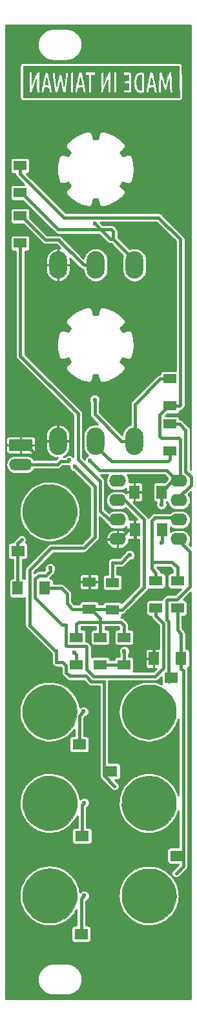
<source format=gbr>
G04 #@! TF.GenerationSoftware,KiCad,Pcbnew,5.1.2-f72e74a~84~ubuntu16.04.1*
G04 #@! TF.CreationDate,2019-05-06T13:36:40+08:00*
G04 #@! TF.ProjectId,8Bit_EuroRack,38426974-5f45-4757-926f-5261636b2e6b,rev?*
G04 #@! TF.SameCoordinates,Original*
G04 #@! TF.FileFunction,Copper,L2,Bot*
G04 #@! TF.FilePolarity,Positive*
%FSLAX46Y46*%
G04 Gerber Fmt 4.6, Leading zero omitted, Abs format (unit mm)*
G04 Created by KiCad (PCBNEW 5.1.2-f72e74a~84~ubuntu16.04.1) date 2019-05-06 13:36:40*
%MOMM*%
%LPD*%
G04 APERTURE LIST*
%ADD10C,0.010000*%
%ADD11C,6.325864*%
%ADD12R,1.800000X1.400000*%
%ADD13R,1.700000X1.300000*%
%ADD14R,1.400000X1.800000*%
%ADD15R,3.010000X1.510000*%
%ADD16O,3.010000X1.510000*%
%ADD17O,2.200000X1.600000*%
%ADD18O,2.340000X3.600000*%
%ADD19C,0.600000*%
%ADD20C,0.400000*%
%ADD21C,0.254000*%
G04 APERTURE END LIST*
D10*
G36*
X92200969Y-46875007D02*
G01*
X92227073Y-46969422D01*
X92260522Y-47107134D01*
X92296920Y-47268232D01*
X92331872Y-47432809D01*
X92360983Y-47580954D01*
X92379859Y-47692759D01*
X92384655Y-47740969D01*
X92359799Y-47780592D01*
X92275593Y-47799557D01*
X92177509Y-47802858D01*
X91970364Y-47802858D01*
X92070161Y-47331651D01*
X92111191Y-47143050D01*
X92147122Y-46987323D01*
X92173836Y-46881726D01*
X92186604Y-46843798D01*
X92200969Y-46875007D01*
X92200969Y-46875007D01*
G37*
X92200969Y-46875007D02*
X92227073Y-46969422D01*
X92260522Y-47107134D01*
X92296920Y-47268232D01*
X92331872Y-47432809D01*
X92360983Y-47580954D01*
X92379859Y-47692759D01*
X92384655Y-47740969D01*
X92359799Y-47780592D01*
X92275593Y-47799557D01*
X92177509Y-47802858D01*
X91970364Y-47802858D01*
X92070161Y-47331651D01*
X92111191Y-47143050D01*
X92147122Y-46987323D01*
X92173836Y-46881726D01*
X92186604Y-46843798D01*
X92200969Y-46875007D01*
G36*
X82970747Y-47252525D02*
G01*
X83011143Y-47439867D01*
X83043704Y-47598827D01*
X83064512Y-47709777D01*
X83070054Y-47749942D01*
X83031443Y-47785821D01*
X82912402Y-47801856D01*
X82856802Y-47802858D01*
X82730483Y-47798882D01*
X82670674Y-47782365D01*
X82659411Y-47746427D01*
X82663387Y-47728775D01*
X82682470Y-47648471D01*
X82710068Y-47517132D01*
X82732976Y-47400692D01*
X82768135Y-47228611D01*
X82806067Y-47060958D01*
X82827083Y-46977358D01*
X82872707Y-46808025D01*
X82970747Y-47252525D01*
X82970747Y-47252525D01*
G37*
X82970747Y-47252525D02*
X83011143Y-47439867D01*
X83043704Y-47598827D01*
X83064512Y-47709777D01*
X83070054Y-47749942D01*
X83031443Y-47785821D01*
X82912402Y-47801856D01*
X82856802Y-47802858D01*
X82730483Y-47798882D01*
X82670674Y-47782365D01*
X82659411Y-47746427D01*
X82663387Y-47728775D01*
X82682470Y-47648471D01*
X82710068Y-47517132D01*
X82732976Y-47400692D01*
X82768135Y-47228611D01*
X82806067Y-47060958D01*
X82827083Y-46977358D01*
X82872707Y-46808025D01*
X82970747Y-47252525D01*
G36*
X78457207Y-46832719D02*
G01*
X78465569Y-46878672D01*
X78488123Y-46990262D01*
X78521350Y-47150332D01*
X78558520Y-47326608D01*
X78659613Y-47802858D01*
X78452468Y-47802858D01*
X78317205Y-47794633D01*
X78253756Y-47767791D01*
X78245322Y-47744018D01*
X78253596Y-47673835D01*
X78275422Y-47548790D01*
X78306304Y-47390253D01*
X78341745Y-47219593D01*
X78377251Y-47058179D01*
X78408324Y-46927379D01*
X78430469Y-46848564D01*
X78436442Y-46835626D01*
X78457202Y-46832466D01*
X78457207Y-46832719D01*
X78457207Y-46832719D01*
G37*
X78457207Y-46832719D02*
X78465569Y-46878672D01*
X78488123Y-46990262D01*
X78521350Y-47150332D01*
X78558520Y-47326608D01*
X78659613Y-47802858D01*
X78452468Y-47802858D01*
X78317205Y-47794633D01*
X78253756Y-47767791D01*
X78245322Y-47744018D01*
X78253596Y-47673835D01*
X78275422Y-47548790D01*
X78306304Y-47390253D01*
X78341745Y-47219593D01*
X78377251Y-47058179D01*
X78408324Y-46927379D01*
X78430469Y-46848564D01*
X78436442Y-46835626D01*
X78457202Y-46832466D01*
X78457207Y-46832719D01*
G36*
X90902989Y-48480192D02*
G01*
X90743075Y-48480192D01*
X90609724Y-48462633D01*
X90497513Y-48419790D01*
X90488833Y-48414122D01*
X90387522Y-48316728D01*
X90315497Y-48179947D01*
X90267993Y-47989886D01*
X90240245Y-47732653D01*
X90237090Y-47680146D01*
X90232250Y-47319078D01*
X90262471Y-47031789D01*
X90329401Y-46814266D01*
X90434690Y-46662493D01*
X90579983Y-46572457D01*
X90703302Y-46544355D01*
X90902989Y-46521847D01*
X90902989Y-48480192D01*
X90902989Y-48480192D01*
G37*
X90902989Y-48480192D02*
X90743075Y-48480192D01*
X90609724Y-48462633D01*
X90497513Y-48419790D01*
X90488833Y-48414122D01*
X90387522Y-48316728D01*
X90315497Y-48179947D01*
X90267993Y-47989886D01*
X90240245Y-47732653D01*
X90237090Y-47680146D01*
X90232250Y-47319078D01*
X90262471Y-47031789D01*
X90329401Y-46814266D01*
X90434690Y-46662493D01*
X90579983Y-46572457D01*
X90703302Y-46544355D01*
X90902989Y-46521847D01*
X90902989Y-48480192D01*
G36*
X85600739Y-45358022D02*
G01*
X95834822Y-45368692D01*
X95845804Y-47453608D01*
X95856786Y-49538525D01*
X75366655Y-49538525D01*
X75366655Y-48866374D01*
X85525459Y-48866374D01*
X85679021Y-48853199D01*
X85832584Y-48840025D01*
X86012501Y-48332025D01*
X86098215Y-48093925D01*
X86190889Y-47842863D01*
X86278152Y-47612040D01*
X86335787Y-47464192D01*
X86479155Y-47104358D01*
X86490597Y-47982775D01*
X86502040Y-48861192D01*
X86838989Y-48861192D01*
X86838989Y-46151858D01*
X87262322Y-46151858D01*
X87262322Y-48861192D01*
X87600989Y-48861192D01*
X87600989Y-48480192D01*
X88489989Y-48480192D01*
X88489989Y-48861192D01*
X89549511Y-48861192D01*
X89538431Y-47528776D01*
X89860680Y-47528776D01*
X89882848Y-47851990D01*
X89954760Y-48203825D01*
X90066291Y-48481705D01*
X90218289Y-48686941D01*
X90411602Y-48820845D01*
X90537427Y-48864964D01*
X90657077Y-48878918D01*
X90821092Y-48879113D01*
X90992758Y-48867439D01*
X91103610Y-48850608D01*
X91453512Y-48850608D01*
X91490979Y-48857252D01*
X91584746Y-48860931D01*
X91621849Y-48861192D01*
X91735577Y-48852715D01*
X91791855Y-48818544D01*
X91812696Y-48765942D01*
X91831081Y-48670165D01*
X91853726Y-48529215D01*
X91866863Y-48437858D01*
X91898708Y-48205025D01*
X92182730Y-48192537D01*
X92319180Y-48186831D01*
X92408548Y-48193847D01*
X92463506Y-48228122D01*
X92496724Y-48304194D01*
X92520872Y-48436601D01*
X92544125Y-48607192D01*
X92575899Y-48840025D01*
X92748648Y-48852710D01*
X92921397Y-48865396D01*
X92920645Y-48861192D01*
X93092812Y-48861192D01*
X93442989Y-48861192D01*
X93445428Y-48130942D01*
X93447976Y-47877181D01*
X93453469Y-47640769D01*
X93461250Y-47439901D01*
X93470664Y-47292770D01*
X93477873Y-47231501D01*
X93490361Y-47173896D01*
X93504219Y-47152419D01*
X93522799Y-47175537D01*
X93549451Y-47251718D01*
X93587524Y-47389428D01*
X93640370Y-47597134D01*
X93670518Y-47718335D01*
X93727397Y-47947460D01*
X93778233Y-48151681D01*
X93819036Y-48315005D01*
X93845813Y-48421440D01*
X93853358Y-48450854D01*
X93893201Y-48505344D01*
X93985450Y-48516070D01*
X94006355Y-48514354D01*
X94091036Y-48496779D01*
X94141260Y-48449506D01*
X94178350Y-48348704D01*
X94188455Y-48310858D01*
X94217964Y-48196822D01*
X94262796Y-48023545D01*
X94317071Y-47813756D01*
X94374909Y-47590185D01*
X94380124Y-47570025D01*
X94522489Y-47019692D01*
X94548669Y-47506525D01*
X94560620Y-47761884D01*
X94571005Y-48043859D01*
X94578309Y-48308568D01*
X94580419Y-48427275D01*
X94585989Y-48861192D01*
X94930772Y-48861192D01*
X94907209Y-48384942D01*
X94896801Y-48160487D01*
X94885014Y-47883729D01*
X94873172Y-47586989D01*
X94862598Y-47302587D01*
X94860838Y-47252525D01*
X94851087Y-47004728D01*
X94839726Y-46767928D01*
X94827938Y-46563786D01*
X94816902Y-46413958D01*
X94812964Y-46374108D01*
X94795811Y-46245129D01*
X94771403Y-46179197D01*
X94723630Y-46155158D01*
X94643703Y-46151858D01*
X94586396Y-46152975D01*
X94540391Y-46162942D01*
X94500928Y-46191686D01*
X94463247Y-46249134D01*
X94422589Y-46345211D01*
X94374193Y-46489845D01*
X94313300Y-46692962D01*
X94235150Y-46964487D01*
X94207269Y-47062025D01*
X94140290Y-47288760D01*
X94079866Y-47479095D01*
X94030015Y-47621497D01*
X93994756Y-47704435D01*
X93978619Y-47718192D01*
X93959021Y-47653883D01*
X93922882Y-47526514D01*
X93875447Y-47354842D01*
X93824714Y-47167858D01*
X93763015Y-46943646D01*
X93698837Y-46718949D01*
X93640845Y-46523693D01*
X93606480Y-46414138D01*
X93519219Y-46147250D01*
X93364687Y-46160138D01*
X93210155Y-46173025D01*
X93183076Y-46554025D01*
X93173542Y-46711921D01*
X93162375Y-46935423D01*
X93150404Y-47205504D01*
X93138462Y-47503138D01*
X93127377Y-47809300D01*
X93124404Y-47898108D01*
X93092812Y-48861192D01*
X92920645Y-48861192D01*
X92820674Y-48302377D01*
X92778885Y-48079184D01*
X92725753Y-47810983D01*
X92665234Y-47516265D01*
X92601283Y-47213519D01*
X92537852Y-46921236D01*
X92478898Y-46657906D01*
X92428375Y-46442018D01*
X92392420Y-46300025D01*
X92358148Y-46215810D01*
X92297075Y-46175845D01*
X92188726Y-46160397D01*
X92019600Y-46147769D01*
X91861430Y-46816564D01*
X91820697Y-46995193D01*
X91772308Y-47217529D01*
X91719130Y-47469276D01*
X91664031Y-47736139D01*
X91609878Y-48003822D01*
X91559536Y-48258029D01*
X91515875Y-48484464D01*
X91481759Y-48668832D01*
X91460057Y-48796836D01*
X91453512Y-48850608D01*
X91103610Y-48850608D01*
X91135363Y-48845787D01*
X91184792Y-48831620D01*
X91201324Y-48810609D01*
X91214481Y-48756377D01*
X91224600Y-48661022D01*
X91232022Y-48516642D01*
X91237086Y-48315334D01*
X91240131Y-48049196D01*
X91241496Y-47710325D01*
X91241655Y-47507287D01*
X91241655Y-46204775D01*
X91109363Y-46178317D01*
X90790719Y-46144769D01*
X90517951Y-46180005D01*
X90293012Y-46283280D01*
X90117858Y-46453850D01*
X90038676Y-46585719D01*
X89940273Y-46858035D01*
X89879859Y-47181181D01*
X89860680Y-47528776D01*
X89538431Y-47528776D01*
X89538333Y-47517108D01*
X89527155Y-46173025D01*
X89029739Y-46161098D01*
X88532322Y-46149171D01*
X88532322Y-46532858D01*
X89167322Y-46532858D01*
X89167322Y-47248656D01*
X88595822Y-47273692D01*
X88582804Y-47453608D01*
X88569787Y-47633525D01*
X89167322Y-47633525D01*
X89167322Y-48480192D01*
X88489989Y-48480192D01*
X87600989Y-48480192D01*
X87600989Y-46151858D01*
X87262322Y-46151858D01*
X86838989Y-46151858D01*
X86694791Y-46151858D01*
X86632268Y-46154334D01*
X86584497Y-46170563D01*
X86541727Y-46213745D01*
X86494205Y-46297079D01*
X86432179Y-46433765D01*
X86358581Y-46606942D01*
X86261744Y-46839401D01*
X86158277Y-47092548D01*
X86063670Y-47328295D01*
X86018580Y-47443025D01*
X85870590Y-47824025D01*
X85865322Y-46146747D01*
X85547822Y-46173025D01*
X85536640Y-47519699D01*
X85525459Y-48866374D01*
X75366655Y-48866374D01*
X75366655Y-46151858D01*
X76170989Y-46151858D01*
X76170989Y-48861192D01*
X76315269Y-48861192D01*
X76394107Y-48856655D01*
X76445958Y-48830935D01*
X76486844Y-48765864D01*
X76532785Y-48643274D01*
X76548588Y-48596608D01*
X76595644Y-48462384D01*
X76665305Y-48270805D01*
X76749603Y-48043468D01*
X76840566Y-47801970D01*
X76880558Y-47697025D01*
X77123489Y-47062025D01*
X77134914Y-47961608D01*
X77146339Y-48861192D01*
X77483322Y-48861192D01*
X77483322Y-48821304D01*
X77708878Y-48821304D01*
X77733035Y-48853353D01*
X77810488Y-48857240D01*
X77875110Y-48853014D01*
X78054078Y-48840025D01*
X78085852Y-48607192D01*
X78112351Y-48414520D01*
X78136997Y-48290720D01*
X78172474Y-48221256D01*
X78231468Y-48191589D01*
X78326665Y-48187183D01*
X78447690Y-48192537D01*
X78732155Y-48205025D01*
X78782415Y-48522525D01*
X78806714Y-48675269D01*
X78825330Y-48790868D01*
X78834838Y-48848089D01*
X78835332Y-48850608D01*
X78874676Y-48857341D01*
X78969239Y-48860981D01*
X79001741Y-48861192D01*
X79165493Y-48861192D01*
X79064129Y-48279108D01*
X79017881Y-48029431D01*
X78958157Y-47730428D01*
X78889849Y-47404578D01*
X78817848Y-47074361D01*
X78747048Y-46762257D01*
X78682338Y-46490745D01*
X78633448Y-46300025D01*
X78601074Y-46216911D01*
X78545123Y-46180914D01*
X78435560Y-46173026D01*
X78432776Y-46173025D01*
X79198121Y-46173025D01*
X79210571Y-46342358D01*
X79227276Y-46530768D01*
X79252844Y-46770403D01*
X79285287Y-47046588D01*
X79322615Y-47344647D01*
X79362836Y-47649906D01*
X79403961Y-47947689D01*
X79444000Y-48223322D01*
X79480963Y-48462128D01*
X79512861Y-48649433D01*
X79537702Y-48770563D01*
X79542090Y-48787108D01*
X79586030Y-48840177D01*
X79688602Y-48860411D01*
X79726049Y-48861192D01*
X79888737Y-48861192D01*
X79973132Y-48490775D01*
X80023684Y-48262025D01*
X80077719Y-48006774D01*
X80124200Y-47777238D01*
X80127461Y-47760525D01*
X80161952Y-47589176D01*
X80193055Y-47445453D01*
X80215571Y-47353021D01*
X80220452Y-47337192D01*
X80237278Y-47349945D01*
X80265767Y-47432147D01*
X80301856Y-47570052D01*
X80339318Y-47739358D01*
X80387761Y-47971942D01*
X80439453Y-48215493D01*
X80486612Y-48433520D01*
X80508641Y-48533108D01*
X80582154Y-48861192D01*
X80744385Y-48861192D01*
X81546133Y-48861192D01*
X81885989Y-48861192D01*
X81885989Y-48822801D01*
X82139989Y-48822801D01*
X82177489Y-48847104D01*
X82270888Y-48860364D01*
X82304925Y-48861192D01*
X82469862Y-48861192D01*
X82527175Y-48533108D01*
X82584489Y-48205025D01*
X82865193Y-48192622D01*
X83000654Y-48187247D01*
X83089768Y-48195136D01*
X83144644Y-48230749D01*
X83177392Y-48308547D01*
X83200122Y-48442990D01*
X83221228Y-48617775D01*
X83250411Y-48861192D01*
X83414866Y-48861192D01*
X83534101Y-48848608D01*
X83578674Y-48809307D01*
X83579322Y-48801634D01*
X83571106Y-48728998D01*
X83548398Y-48588564D01*
X83514104Y-48395394D01*
X83471131Y-48164548D01*
X83422387Y-47911090D01*
X83370778Y-47650079D01*
X83319213Y-47396578D01*
X83270596Y-47165648D01*
X83227837Y-46972351D01*
X83218315Y-46931296D01*
X83154785Y-46659881D01*
X83106805Y-46459800D01*
X83069426Y-46320242D01*
X83037700Y-46230393D01*
X83006676Y-46179440D01*
X82971407Y-46156571D01*
X82933973Y-46151858D01*
X83494655Y-46151858D01*
X83494655Y-46532858D01*
X83960322Y-46532858D01*
X83960322Y-48861192D01*
X84298989Y-48861192D01*
X84298989Y-46532858D01*
X84764655Y-46532858D01*
X84764655Y-46151858D01*
X83494655Y-46151858D01*
X82933973Y-46151858D01*
X82926943Y-46150973D01*
X82868335Y-46151833D01*
X82861563Y-46151858D01*
X82697401Y-46151858D01*
X82547847Y-46776275D01*
X82503144Y-46970062D01*
X82451759Y-47204433D01*
X82396533Y-47465129D01*
X82340309Y-47737895D01*
X82285927Y-48008473D01*
X82236229Y-48262605D01*
X82194055Y-48486036D01*
X82162248Y-48664507D01*
X82143649Y-48783762D01*
X82139989Y-48822801D01*
X81885989Y-48822801D01*
X81885989Y-46146747D01*
X81568489Y-46173025D01*
X81557311Y-47517108D01*
X81546133Y-48861192D01*
X80744385Y-48861192D01*
X80864704Y-48847969D01*
X80921778Y-48803481D01*
X80928128Y-48787108D01*
X80954205Y-48672026D01*
X80987274Y-48487583D01*
X81025327Y-48248605D01*
X81066358Y-47969917D01*
X81108356Y-47666347D01*
X81149316Y-47352719D01*
X81187229Y-47043860D01*
X81220087Y-46754596D01*
X81245882Y-46499752D01*
X81259219Y-46342358D01*
X81271856Y-46173025D01*
X81102672Y-46173025D01*
X80993805Y-46178054D01*
X80943490Y-46207427D01*
X80925661Y-46282574D01*
X80922456Y-46321192D01*
X80908415Y-46491072D01*
X80888517Y-46707094D01*
X80864642Y-46951307D01*
X80838666Y-47205762D01*
X80812468Y-47452509D01*
X80787927Y-47673599D01*
X80766921Y-47851081D01*
X80751328Y-47967006D01*
X80748316Y-47985277D01*
X80736280Y-48038277D01*
X80722976Y-48055789D01*
X80706068Y-48029878D01*
X80683220Y-47952607D01*
X80652096Y-47816043D01*
X80610357Y-47612248D01*
X80555669Y-47333288D01*
X80554373Y-47326608D01*
X80392166Y-46490525D01*
X80232274Y-46490525D01*
X80124618Y-46498477D01*
X80072664Y-46534410D01*
X80049814Y-46606942D01*
X80034532Y-46686306D01*
X80006502Y-46832378D01*
X79968876Y-47028705D01*
X79924809Y-47258837D01*
X79889914Y-47441184D01*
X79838601Y-47702868D01*
X79798976Y-47888129D01*
X79769023Y-48004096D01*
X79746725Y-48057895D01*
X79730067Y-48056654D01*
X79722274Y-48033851D01*
X79709097Y-47954355D01*
X79690188Y-47807481D01*
X79667308Y-47610183D01*
X79642216Y-47379417D01*
X79616674Y-47132138D01*
X79592442Y-46885302D01*
X79571281Y-46655864D01*
X79554951Y-46460779D01*
X79546639Y-46342358D01*
X79535645Y-46234010D01*
X79503012Y-46185831D01*
X79422907Y-46173431D01*
X79367305Y-46173025D01*
X79198121Y-46173025D01*
X78432776Y-46173025D01*
X78266489Y-46173025D01*
X78169483Y-46554025D01*
X78135028Y-46699035D01*
X78088141Y-46910066D01*
X78032355Y-47169987D01*
X77971202Y-47461672D01*
X77908212Y-47767991D01*
X77846919Y-48071816D01*
X77790853Y-48356019D01*
X77743547Y-48603471D01*
X77717264Y-48747181D01*
X77708878Y-48821304D01*
X77483322Y-48821304D01*
X77483322Y-46151858D01*
X77339693Y-46151858D01*
X77276135Y-46154653D01*
X77227520Y-46171990D01*
X77183543Y-46217299D01*
X77133901Y-46304007D01*
X77068290Y-46445543D01*
X77006758Y-46585775D01*
X76908977Y-46815103D01*
X76805175Y-47066963D01*
X76711690Y-47301413D01*
X76674137Y-47399055D01*
X76530822Y-47778419D01*
X76519324Y-46965139D01*
X76507827Y-46151858D01*
X76170989Y-46151858D01*
X75366655Y-46151858D01*
X75366655Y-45347352D01*
X85600739Y-45358022D01*
X85600739Y-45358022D01*
G37*
X85600739Y-45358022D02*
X95834822Y-45368692D01*
X95845804Y-47453608D01*
X95856786Y-49538525D01*
X75366655Y-49538525D01*
X75366655Y-48866374D01*
X85525459Y-48866374D01*
X85679021Y-48853199D01*
X85832584Y-48840025D01*
X86012501Y-48332025D01*
X86098215Y-48093925D01*
X86190889Y-47842863D01*
X86278152Y-47612040D01*
X86335787Y-47464192D01*
X86479155Y-47104358D01*
X86490597Y-47982775D01*
X86502040Y-48861192D01*
X86838989Y-48861192D01*
X86838989Y-46151858D01*
X87262322Y-46151858D01*
X87262322Y-48861192D01*
X87600989Y-48861192D01*
X87600989Y-48480192D01*
X88489989Y-48480192D01*
X88489989Y-48861192D01*
X89549511Y-48861192D01*
X89538431Y-47528776D01*
X89860680Y-47528776D01*
X89882848Y-47851990D01*
X89954760Y-48203825D01*
X90066291Y-48481705D01*
X90218289Y-48686941D01*
X90411602Y-48820845D01*
X90537427Y-48864964D01*
X90657077Y-48878918D01*
X90821092Y-48879113D01*
X90992758Y-48867439D01*
X91103610Y-48850608D01*
X91453512Y-48850608D01*
X91490979Y-48857252D01*
X91584746Y-48860931D01*
X91621849Y-48861192D01*
X91735577Y-48852715D01*
X91791855Y-48818544D01*
X91812696Y-48765942D01*
X91831081Y-48670165D01*
X91853726Y-48529215D01*
X91866863Y-48437858D01*
X91898708Y-48205025D01*
X92182730Y-48192537D01*
X92319180Y-48186831D01*
X92408548Y-48193847D01*
X92463506Y-48228122D01*
X92496724Y-48304194D01*
X92520872Y-48436601D01*
X92544125Y-48607192D01*
X92575899Y-48840025D01*
X92748648Y-48852710D01*
X92921397Y-48865396D01*
X92920645Y-48861192D01*
X93092812Y-48861192D01*
X93442989Y-48861192D01*
X93445428Y-48130942D01*
X93447976Y-47877181D01*
X93453469Y-47640769D01*
X93461250Y-47439901D01*
X93470664Y-47292770D01*
X93477873Y-47231501D01*
X93490361Y-47173896D01*
X93504219Y-47152419D01*
X93522799Y-47175537D01*
X93549451Y-47251718D01*
X93587524Y-47389428D01*
X93640370Y-47597134D01*
X93670518Y-47718335D01*
X93727397Y-47947460D01*
X93778233Y-48151681D01*
X93819036Y-48315005D01*
X93845813Y-48421440D01*
X93853358Y-48450854D01*
X93893201Y-48505344D01*
X93985450Y-48516070D01*
X94006355Y-48514354D01*
X94091036Y-48496779D01*
X94141260Y-48449506D01*
X94178350Y-48348704D01*
X94188455Y-48310858D01*
X94217964Y-48196822D01*
X94262796Y-48023545D01*
X94317071Y-47813756D01*
X94374909Y-47590185D01*
X94380124Y-47570025D01*
X94522489Y-47019692D01*
X94548669Y-47506525D01*
X94560620Y-47761884D01*
X94571005Y-48043859D01*
X94578309Y-48308568D01*
X94580419Y-48427275D01*
X94585989Y-48861192D01*
X94930772Y-48861192D01*
X94907209Y-48384942D01*
X94896801Y-48160487D01*
X94885014Y-47883729D01*
X94873172Y-47586989D01*
X94862598Y-47302587D01*
X94860838Y-47252525D01*
X94851087Y-47004728D01*
X94839726Y-46767928D01*
X94827938Y-46563786D01*
X94816902Y-46413958D01*
X94812964Y-46374108D01*
X94795811Y-46245129D01*
X94771403Y-46179197D01*
X94723630Y-46155158D01*
X94643703Y-46151858D01*
X94586396Y-46152975D01*
X94540391Y-46162942D01*
X94500928Y-46191686D01*
X94463247Y-46249134D01*
X94422589Y-46345211D01*
X94374193Y-46489845D01*
X94313300Y-46692962D01*
X94235150Y-46964487D01*
X94207269Y-47062025D01*
X94140290Y-47288760D01*
X94079866Y-47479095D01*
X94030015Y-47621497D01*
X93994756Y-47704435D01*
X93978619Y-47718192D01*
X93959021Y-47653883D01*
X93922882Y-47526514D01*
X93875447Y-47354842D01*
X93824714Y-47167858D01*
X93763015Y-46943646D01*
X93698837Y-46718949D01*
X93640845Y-46523693D01*
X93606480Y-46414138D01*
X93519219Y-46147250D01*
X93364687Y-46160138D01*
X93210155Y-46173025D01*
X93183076Y-46554025D01*
X93173542Y-46711921D01*
X93162375Y-46935423D01*
X93150404Y-47205504D01*
X93138462Y-47503138D01*
X93127377Y-47809300D01*
X93124404Y-47898108D01*
X93092812Y-48861192D01*
X92920645Y-48861192D01*
X92820674Y-48302377D01*
X92778885Y-48079184D01*
X92725753Y-47810983D01*
X92665234Y-47516265D01*
X92601283Y-47213519D01*
X92537852Y-46921236D01*
X92478898Y-46657906D01*
X92428375Y-46442018D01*
X92392420Y-46300025D01*
X92358148Y-46215810D01*
X92297075Y-46175845D01*
X92188726Y-46160397D01*
X92019600Y-46147769D01*
X91861430Y-46816564D01*
X91820697Y-46995193D01*
X91772308Y-47217529D01*
X91719130Y-47469276D01*
X91664031Y-47736139D01*
X91609878Y-48003822D01*
X91559536Y-48258029D01*
X91515875Y-48484464D01*
X91481759Y-48668832D01*
X91460057Y-48796836D01*
X91453512Y-48850608D01*
X91103610Y-48850608D01*
X91135363Y-48845787D01*
X91184792Y-48831620D01*
X91201324Y-48810609D01*
X91214481Y-48756377D01*
X91224600Y-48661022D01*
X91232022Y-48516642D01*
X91237086Y-48315334D01*
X91240131Y-48049196D01*
X91241496Y-47710325D01*
X91241655Y-47507287D01*
X91241655Y-46204775D01*
X91109363Y-46178317D01*
X90790719Y-46144769D01*
X90517951Y-46180005D01*
X90293012Y-46283280D01*
X90117858Y-46453850D01*
X90038676Y-46585719D01*
X89940273Y-46858035D01*
X89879859Y-47181181D01*
X89860680Y-47528776D01*
X89538431Y-47528776D01*
X89538333Y-47517108D01*
X89527155Y-46173025D01*
X89029739Y-46161098D01*
X88532322Y-46149171D01*
X88532322Y-46532858D01*
X89167322Y-46532858D01*
X89167322Y-47248656D01*
X88595822Y-47273692D01*
X88582804Y-47453608D01*
X88569787Y-47633525D01*
X89167322Y-47633525D01*
X89167322Y-48480192D01*
X88489989Y-48480192D01*
X87600989Y-48480192D01*
X87600989Y-46151858D01*
X87262322Y-46151858D01*
X86838989Y-46151858D01*
X86694791Y-46151858D01*
X86632268Y-46154334D01*
X86584497Y-46170563D01*
X86541727Y-46213745D01*
X86494205Y-46297079D01*
X86432179Y-46433765D01*
X86358581Y-46606942D01*
X86261744Y-46839401D01*
X86158277Y-47092548D01*
X86063670Y-47328295D01*
X86018580Y-47443025D01*
X85870590Y-47824025D01*
X85865322Y-46146747D01*
X85547822Y-46173025D01*
X85536640Y-47519699D01*
X85525459Y-48866374D01*
X75366655Y-48866374D01*
X75366655Y-46151858D01*
X76170989Y-46151858D01*
X76170989Y-48861192D01*
X76315269Y-48861192D01*
X76394107Y-48856655D01*
X76445958Y-48830935D01*
X76486844Y-48765864D01*
X76532785Y-48643274D01*
X76548588Y-48596608D01*
X76595644Y-48462384D01*
X76665305Y-48270805D01*
X76749603Y-48043468D01*
X76840566Y-47801970D01*
X76880558Y-47697025D01*
X77123489Y-47062025D01*
X77134914Y-47961608D01*
X77146339Y-48861192D01*
X77483322Y-48861192D01*
X77483322Y-48821304D01*
X77708878Y-48821304D01*
X77733035Y-48853353D01*
X77810488Y-48857240D01*
X77875110Y-48853014D01*
X78054078Y-48840025D01*
X78085852Y-48607192D01*
X78112351Y-48414520D01*
X78136997Y-48290720D01*
X78172474Y-48221256D01*
X78231468Y-48191589D01*
X78326665Y-48187183D01*
X78447690Y-48192537D01*
X78732155Y-48205025D01*
X78782415Y-48522525D01*
X78806714Y-48675269D01*
X78825330Y-48790868D01*
X78834838Y-48848089D01*
X78835332Y-48850608D01*
X78874676Y-48857341D01*
X78969239Y-48860981D01*
X79001741Y-48861192D01*
X79165493Y-48861192D01*
X79064129Y-48279108D01*
X79017881Y-48029431D01*
X78958157Y-47730428D01*
X78889849Y-47404578D01*
X78817848Y-47074361D01*
X78747048Y-46762257D01*
X78682338Y-46490745D01*
X78633448Y-46300025D01*
X78601074Y-46216911D01*
X78545123Y-46180914D01*
X78435560Y-46173026D01*
X78432776Y-46173025D01*
X79198121Y-46173025D01*
X79210571Y-46342358D01*
X79227276Y-46530768D01*
X79252844Y-46770403D01*
X79285287Y-47046588D01*
X79322615Y-47344647D01*
X79362836Y-47649906D01*
X79403961Y-47947689D01*
X79444000Y-48223322D01*
X79480963Y-48462128D01*
X79512861Y-48649433D01*
X79537702Y-48770563D01*
X79542090Y-48787108D01*
X79586030Y-48840177D01*
X79688602Y-48860411D01*
X79726049Y-48861192D01*
X79888737Y-48861192D01*
X79973132Y-48490775D01*
X80023684Y-48262025D01*
X80077719Y-48006774D01*
X80124200Y-47777238D01*
X80127461Y-47760525D01*
X80161952Y-47589176D01*
X80193055Y-47445453D01*
X80215571Y-47353021D01*
X80220452Y-47337192D01*
X80237278Y-47349945D01*
X80265767Y-47432147D01*
X80301856Y-47570052D01*
X80339318Y-47739358D01*
X80387761Y-47971942D01*
X80439453Y-48215493D01*
X80486612Y-48433520D01*
X80508641Y-48533108D01*
X80582154Y-48861192D01*
X80744385Y-48861192D01*
X81546133Y-48861192D01*
X81885989Y-48861192D01*
X81885989Y-48822801D01*
X82139989Y-48822801D01*
X82177489Y-48847104D01*
X82270888Y-48860364D01*
X82304925Y-48861192D01*
X82469862Y-48861192D01*
X82527175Y-48533108D01*
X82584489Y-48205025D01*
X82865193Y-48192622D01*
X83000654Y-48187247D01*
X83089768Y-48195136D01*
X83144644Y-48230749D01*
X83177392Y-48308547D01*
X83200122Y-48442990D01*
X83221228Y-48617775D01*
X83250411Y-48861192D01*
X83414866Y-48861192D01*
X83534101Y-48848608D01*
X83578674Y-48809307D01*
X83579322Y-48801634D01*
X83571106Y-48728998D01*
X83548398Y-48588564D01*
X83514104Y-48395394D01*
X83471131Y-48164548D01*
X83422387Y-47911090D01*
X83370778Y-47650079D01*
X83319213Y-47396578D01*
X83270596Y-47165648D01*
X83227837Y-46972351D01*
X83218315Y-46931296D01*
X83154785Y-46659881D01*
X83106805Y-46459800D01*
X83069426Y-46320242D01*
X83037700Y-46230393D01*
X83006676Y-46179440D01*
X82971407Y-46156571D01*
X82933973Y-46151858D01*
X83494655Y-46151858D01*
X83494655Y-46532858D01*
X83960322Y-46532858D01*
X83960322Y-48861192D01*
X84298989Y-48861192D01*
X84298989Y-46532858D01*
X84764655Y-46532858D01*
X84764655Y-46151858D01*
X83494655Y-46151858D01*
X82933973Y-46151858D01*
X82926943Y-46150973D01*
X82868335Y-46151833D01*
X82861563Y-46151858D01*
X82697401Y-46151858D01*
X82547847Y-46776275D01*
X82503144Y-46970062D01*
X82451759Y-47204433D01*
X82396533Y-47465129D01*
X82340309Y-47737895D01*
X82285927Y-48008473D01*
X82236229Y-48262605D01*
X82194055Y-48486036D01*
X82162248Y-48664507D01*
X82143649Y-48783762D01*
X82139989Y-48822801D01*
X81885989Y-48822801D01*
X81885989Y-46146747D01*
X81568489Y-46173025D01*
X81557311Y-47517108D01*
X81546133Y-48861192D01*
X80744385Y-48861192D01*
X80864704Y-48847969D01*
X80921778Y-48803481D01*
X80928128Y-48787108D01*
X80954205Y-48672026D01*
X80987274Y-48487583D01*
X81025327Y-48248605D01*
X81066358Y-47969917D01*
X81108356Y-47666347D01*
X81149316Y-47352719D01*
X81187229Y-47043860D01*
X81220087Y-46754596D01*
X81245882Y-46499752D01*
X81259219Y-46342358D01*
X81271856Y-46173025D01*
X81102672Y-46173025D01*
X80993805Y-46178054D01*
X80943490Y-46207427D01*
X80925661Y-46282574D01*
X80922456Y-46321192D01*
X80908415Y-46491072D01*
X80888517Y-46707094D01*
X80864642Y-46951307D01*
X80838666Y-47205762D01*
X80812468Y-47452509D01*
X80787927Y-47673599D01*
X80766921Y-47851081D01*
X80751328Y-47967006D01*
X80748316Y-47985277D01*
X80736280Y-48038277D01*
X80722976Y-48055789D01*
X80706068Y-48029878D01*
X80683220Y-47952607D01*
X80652096Y-47816043D01*
X80610357Y-47612248D01*
X80555669Y-47333288D01*
X80554373Y-47326608D01*
X80392166Y-46490525D01*
X80232274Y-46490525D01*
X80124618Y-46498477D01*
X80072664Y-46534410D01*
X80049814Y-46606942D01*
X80034532Y-46686306D01*
X80006502Y-46832378D01*
X79968876Y-47028705D01*
X79924809Y-47258837D01*
X79889914Y-47441184D01*
X79838601Y-47702868D01*
X79798976Y-47888129D01*
X79769023Y-48004096D01*
X79746725Y-48057895D01*
X79730067Y-48056654D01*
X79722274Y-48033851D01*
X79709097Y-47954355D01*
X79690188Y-47807481D01*
X79667308Y-47610183D01*
X79642216Y-47379417D01*
X79616674Y-47132138D01*
X79592442Y-46885302D01*
X79571281Y-46655864D01*
X79554951Y-46460779D01*
X79546639Y-46342358D01*
X79535645Y-46234010D01*
X79503012Y-46185831D01*
X79422907Y-46173431D01*
X79367305Y-46173025D01*
X79198121Y-46173025D01*
X78432776Y-46173025D01*
X78266489Y-46173025D01*
X78169483Y-46554025D01*
X78135028Y-46699035D01*
X78088141Y-46910066D01*
X78032355Y-47169987D01*
X77971202Y-47461672D01*
X77908212Y-47767991D01*
X77846919Y-48071816D01*
X77790853Y-48356019D01*
X77743547Y-48603471D01*
X77717264Y-48747181D01*
X77708878Y-48821304D01*
X77483322Y-48821304D01*
X77483322Y-46151858D01*
X77339693Y-46151858D01*
X77276135Y-46154653D01*
X77227520Y-46171990D01*
X77183543Y-46217299D01*
X77133901Y-46304007D01*
X77068290Y-46445543D01*
X77006758Y-46585775D01*
X76908977Y-46815103D01*
X76805175Y-47066963D01*
X76711690Y-47301413D01*
X76674137Y-47399055D01*
X76530822Y-47778419D01*
X76519324Y-46965139D01*
X76507827Y-46151858D01*
X76170989Y-46151858D01*
X75366655Y-46151858D01*
X75366655Y-45347352D01*
X85600739Y-45358022D01*
G36*
X79285889Y-100225990D02*
G01*
X79637071Y-100281031D01*
X79982584Y-100380827D01*
X80349974Y-100532139D01*
X80488989Y-100598600D01*
X80679424Y-100695579D01*
X80830478Y-100783209D01*
X80963657Y-100877504D01*
X81100467Y-100994477D01*
X81262416Y-101150140D01*
X81356822Y-101244742D01*
X81625231Y-101531944D01*
X81828472Y-101787215D01*
X81957719Y-101989525D01*
X82190479Y-102488931D01*
X82342784Y-103005057D01*
X82415273Y-103530289D01*
X82408584Y-104057010D01*
X82323358Y-104577607D01*
X82160231Y-105084462D01*
X81919845Y-105569961D01*
X81620950Y-106003897D01*
X81305693Y-106340215D01*
X80928100Y-106643287D01*
X80507952Y-106900493D01*
X80065029Y-107099214D01*
X79750751Y-107197083D01*
X79466387Y-107252536D01*
X79144953Y-107288999D01*
X78818605Y-107304580D01*
X78519503Y-107297389D01*
X78352803Y-107279275D01*
X77824754Y-107155462D01*
X77328607Y-106958168D01*
X76871112Y-106693541D01*
X76459018Y-106367729D01*
X76099075Y-105986881D01*
X75798032Y-105557145D01*
X75562639Y-105084670D01*
X75403824Y-104593025D01*
X75336413Y-104203719D01*
X75310755Y-103785049D01*
X75320934Y-103521250D01*
X76107578Y-103521250D01*
X76107823Y-103979273D01*
X76192678Y-104437680D01*
X76362160Y-104897219D01*
X76405397Y-104987685D01*
X76651343Y-105393098D01*
X76954407Y-105741461D01*
X77306073Y-106029207D01*
X77697825Y-106252772D01*
X78121147Y-106408589D01*
X78567523Y-106493094D01*
X79028439Y-106502720D01*
X79495377Y-106433904D01*
X79714903Y-106373318D01*
X80142281Y-106193650D01*
X80532493Y-105942927D01*
X80876867Y-105629822D01*
X81166725Y-105263010D01*
X81393395Y-104851163D01*
X81492072Y-104596344D01*
X81543263Y-104429582D01*
X81576475Y-104281995D01*
X81595370Y-104126015D01*
X81603610Y-103934075D01*
X81605000Y-103746358D01*
X81602290Y-103509939D01*
X81592050Y-103331510D01*
X81570712Y-103184486D01*
X81534708Y-103042283D01*
X81493517Y-102915779D01*
X81293823Y-102452580D01*
X81034985Y-102049933D01*
X80716791Y-101707602D01*
X80339033Y-101425350D01*
X80011827Y-101250809D01*
X79688743Y-101121160D01*
X79385705Y-101042574D01*
X79063983Y-101006696D01*
X78859155Y-101002148D01*
X78377300Y-101043469D01*
X77921964Y-101162357D01*
X77500340Y-101354203D01*
X77119621Y-101614397D01*
X76787000Y-101938328D01*
X76509668Y-102321387D01*
X76360869Y-102603358D01*
X76191932Y-103062861D01*
X76107578Y-103521250D01*
X75320934Y-103521250D01*
X75326820Y-103368724D01*
X75384573Y-102986455D01*
X75405583Y-102899692D01*
X75584432Y-102379559D01*
X75832362Y-101900500D01*
X76143152Y-101468399D01*
X76510583Y-101089140D01*
X76928434Y-100768610D01*
X77390486Y-100512694D01*
X77890517Y-100327276D01*
X78202989Y-100252919D01*
X78345938Y-100234156D01*
X78542957Y-100219403D01*
X78763472Y-100210584D01*
X78901489Y-100208942D01*
X79285889Y-100225990D01*
X79285889Y-100225990D01*
G37*
X79285889Y-100225990D02*
X79637071Y-100281031D01*
X79982584Y-100380827D01*
X80349974Y-100532139D01*
X80488989Y-100598600D01*
X80679424Y-100695579D01*
X80830478Y-100783209D01*
X80963657Y-100877504D01*
X81100467Y-100994477D01*
X81262416Y-101150140D01*
X81356822Y-101244742D01*
X81625231Y-101531944D01*
X81828472Y-101787215D01*
X81957719Y-101989525D01*
X82190479Y-102488931D01*
X82342784Y-103005057D01*
X82415273Y-103530289D01*
X82408584Y-104057010D01*
X82323358Y-104577607D01*
X82160231Y-105084462D01*
X81919845Y-105569961D01*
X81620950Y-106003897D01*
X81305693Y-106340215D01*
X80928100Y-106643287D01*
X80507952Y-106900493D01*
X80065029Y-107099214D01*
X79750751Y-107197083D01*
X79466387Y-107252536D01*
X79144953Y-107288999D01*
X78818605Y-107304580D01*
X78519503Y-107297389D01*
X78352803Y-107279275D01*
X77824754Y-107155462D01*
X77328607Y-106958168D01*
X76871112Y-106693541D01*
X76459018Y-106367729D01*
X76099075Y-105986881D01*
X75798032Y-105557145D01*
X75562639Y-105084670D01*
X75403824Y-104593025D01*
X75336413Y-104203719D01*
X75310755Y-103785049D01*
X75320934Y-103521250D01*
X76107578Y-103521250D01*
X76107823Y-103979273D01*
X76192678Y-104437680D01*
X76362160Y-104897219D01*
X76405397Y-104987685D01*
X76651343Y-105393098D01*
X76954407Y-105741461D01*
X77306073Y-106029207D01*
X77697825Y-106252772D01*
X78121147Y-106408589D01*
X78567523Y-106493094D01*
X79028439Y-106502720D01*
X79495377Y-106433904D01*
X79714903Y-106373318D01*
X80142281Y-106193650D01*
X80532493Y-105942927D01*
X80876867Y-105629822D01*
X81166725Y-105263010D01*
X81393395Y-104851163D01*
X81492072Y-104596344D01*
X81543263Y-104429582D01*
X81576475Y-104281995D01*
X81595370Y-104126015D01*
X81603610Y-103934075D01*
X81605000Y-103746358D01*
X81602290Y-103509939D01*
X81592050Y-103331510D01*
X81570712Y-103184486D01*
X81534708Y-103042283D01*
X81493517Y-102915779D01*
X81293823Y-102452580D01*
X81034985Y-102049933D01*
X80716791Y-101707602D01*
X80339033Y-101425350D01*
X80011827Y-101250809D01*
X79688743Y-101121160D01*
X79385705Y-101042574D01*
X79063983Y-101006696D01*
X78859155Y-101002148D01*
X78377300Y-101043469D01*
X77921964Y-101162357D01*
X77500340Y-101354203D01*
X77119621Y-101614397D01*
X76787000Y-101938328D01*
X76509668Y-102321387D01*
X76360869Y-102603358D01*
X76191932Y-103062861D01*
X76107578Y-103521250D01*
X75320934Y-103521250D01*
X75326820Y-103368724D01*
X75384573Y-102986455D01*
X75405583Y-102899692D01*
X75584432Y-102379559D01*
X75832362Y-101900500D01*
X76143152Y-101468399D01*
X76510583Y-101089140D01*
X76928434Y-100768610D01*
X77390486Y-100512694D01*
X77890517Y-100327276D01*
X78202989Y-100252919D01*
X78345938Y-100234156D01*
X78542957Y-100219403D01*
X78763472Y-100210584D01*
X78901489Y-100208942D01*
X79285889Y-100225990D01*
G36*
X92237698Y-126454103D02*
G01*
X92514060Y-126485266D01*
X92575155Y-126497059D01*
X93103074Y-126652455D01*
X93592213Y-126880547D01*
X94036987Y-127176144D01*
X94431807Y-127534053D01*
X94771089Y-127949081D01*
X95049245Y-128416037D01*
X95260689Y-128929729D01*
X95289001Y-129019358D01*
X95337031Y-129187586D01*
X95369686Y-129333973D01*
X95389834Y-129482744D01*
X95400345Y-129658120D01*
X95404089Y-129884326D01*
X95404334Y-129993025D01*
X95402473Y-130245986D01*
X95394979Y-130438548D01*
X95378980Y-130594935D01*
X95351609Y-130739369D01*
X95309996Y-130896074D01*
X95289001Y-130966692D01*
X95089477Y-131488861D01*
X94824568Y-131962545D01*
X94499922Y-132383233D01*
X94121186Y-132746415D01*
X93694007Y-133047578D01*
X93224033Y-133282213D01*
X92716911Y-133445808D01*
X92178289Y-133533853D01*
X92064718Y-133542148D01*
X91851039Y-133548022D01*
X91629463Y-133543655D01*
X91442053Y-133530059D01*
X91413553Y-133526484D01*
X90880711Y-133411683D01*
X90379507Y-133221869D01*
X89916494Y-132962892D01*
X89498224Y-132640606D01*
X89131252Y-132260861D01*
X88822129Y-131829509D01*
X88577410Y-131352402D01*
X88404743Y-130839692D01*
X88344385Y-130506150D01*
X88316745Y-130127823D01*
X88318500Y-129993025D01*
X89112052Y-129993025D01*
X89152025Y-130471848D01*
X89268340Y-130922463D01*
X89455586Y-131338698D01*
X89708356Y-131714375D01*
X90021240Y-132043322D01*
X90388830Y-132319363D01*
X90805716Y-132536323D01*
X91266490Y-132688028D01*
X91516822Y-132738311D01*
X91676673Y-132749619D01*
X91889652Y-132745659D01*
X92126049Y-132728668D01*
X92356153Y-132700886D01*
X92550255Y-132664550D01*
X92573694Y-132658692D01*
X93006598Y-132503496D01*
X93402910Y-132277930D01*
X93755763Y-131990901D01*
X94058294Y-131651317D01*
X94303636Y-131268083D01*
X94484925Y-130850106D01*
X94595296Y-130406292D01*
X94628322Y-129993025D01*
X94587453Y-129529735D01*
X94469141Y-129086211D01*
X94279828Y-128670746D01*
X94025957Y-128291632D01*
X93713970Y-127957162D01*
X93350309Y-127675627D01*
X92941418Y-127455321D01*
X92550930Y-127319119D01*
X92287949Y-127271149D01*
X91978584Y-127248996D01*
X91656576Y-127252597D01*
X91355670Y-127281889D01*
X91160374Y-127321698D01*
X90710493Y-127485822D01*
X90304520Y-127717709D01*
X89948237Y-128009821D01*
X89647423Y-128354620D01*
X89407857Y-128744568D01*
X89235321Y-129172127D01*
X89135593Y-129629758D01*
X89112052Y-129993025D01*
X88318500Y-129993025D01*
X88321822Y-129738012D01*
X88359618Y-129370021D01*
X88404743Y-129146358D01*
X88580054Y-128626149D01*
X88826726Y-128146782D01*
X89139110Y-127713909D01*
X89511558Y-127333186D01*
X89938423Y-127010266D01*
X90414056Y-126750803D01*
X90932809Y-126560451D01*
X91008822Y-126539568D01*
X91273348Y-126488345D01*
X91586738Y-126456474D01*
X91918390Y-126444783D01*
X92237698Y-126454103D01*
X92237698Y-126454103D01*
G37*
X92237698Y-126454103D02*
X92514060Y-126485266D01*
X92575155Y-126497059D01*
X93103074Y-126652455D01*
X93592213Y-126880547D01*
X94036987Y-127176144D01*
X94431807Y-127534053D01*
X94771089Y-127949081D01*
X95049245Y-128416037D01*
X95260689Y-128929729D01*
X95289001Y-129019358D01*
X95337031Y-129187586D01*
X95369686Y-129333973D01*
X95389834Y-129482744D01*
X95400345Y-129658120D01*
X95404089Y-129884326D01*
X95404334Y-129993025D01*
X95402473Y-130245986D01*
X95394979Y-130438548D01*
X95378980Y-130594935D01*
X95351609Y-130739369D01*
X95309996Y-130896074D01*
X95289001Y-130966692D01*
X95089477Y-131488861D01*
X94824568Y-131962545D01*
X94499922Y-132383233D01*
X94121186Y-132746415D01*
X93694007Y-133047578D01*
X93224033Y-133282213D01*
X92716911Y-133445808D01*
X92178289Y-133533853D01*
X92064718Y-133542148D01*
X91851039Y-133548022D01*
X91629463Y-133543655D01*
X91442053Y-133530059D01*
X91413553Y-133526484D01*
X90880711Y-133411683D01*
X90379507Y-133221869D01*
X89916494Y-132962892D01*
X89498224Y-132640606D01*
X89131252Y-132260861D01*
X88822129Y-131829509D01*
X88577410Y-131352402D01*
X88404743Y-130839692D01*
X88344385Y-130506150D01*
X88316745Y-130127823D01*
X88318500Y-129993025D01*
X89112052Y-129993025D01*
X89152025Y-130471848D01*
X89268340Y-130922463D01*
X89455586Y-131338698D01*
X89708356Y-131714375D01*
X90021240Y-132043322D01*
X90388830Y-132319363D01*
X90805716Y-132536323D01*
X91266490Y-132688028D01*
X91516822Y-132738311D01*
X91676673Y-132749619D01*
X91889652Y-132745659D01*
X92126049Y-132728668D01*
X92356153Y-132700886D01*
X92550255Y-132664550D01*
X92573694Y-132658692D01*
X93006598Y-132503496D01*
X93402910Y-132277930D01*
X93755763Y-131990901D01*
X94058294Y-131651317D01*
X94303636Y-131268083D01*
X94484925Y-130850106D01*
X94595296Y-130406292D01*
X94628322Y-129993025D01*
X94587453Y-129529735D01*
X94469141Y-129086211D01*
X94279828Y-128670746D01*
X94025957Y-128291632D01*
X93713970Y-127957162D01*
X93350309Y-127675627D01*
X92941418Y-127455321D01*
X92550930Y-127319119D01*
X92287949Y-127271149D01*
X91978584Y-127248996D01*
X91656576Y-127252597D01*
X91355670Y-127281889D01*
X91160374Y-127321698D01*
X90710493Y-127485822D01*
X90304520Y-127717709D01*
X89948237Y-128009821D01*
X89647423Y-128354620D01*
X89407857Y-128744568D01*
X89235321Y-129172127D01*
X89135593Y-129629758D01*
X89112052Y-129993025D01*
X88318500Y-129993025D01*
X88321822Y-129738012D01*
X88359618Y-129370021D01*
X88404743Y-129146358D01*
X88580054Y-128626149D01*
X88826726Y-128146782D01*
X89139110Y-127713909D01*
X89511558Y-127333186D01*
X89938423Y-127010266D01*
X90414056Y-126750803D01*
X90932809Y-126560451D01*
X91008822Y-126539568D01*
X91273348Y-126488345D01*
X91586738Y-126456474D01*
X91918390Y-126444783D01*
X92237698Y-126454103D01*
G36*
X79209838Y-126453330D02*
G01*
X79741846Y-126546005D01*
X80159151Y-126677515D01*
X80627229Y-126899915D01*
X81057158Y-127192623D01*
X81441749Y-127547146D01*
X81773815Y-127954989D01*
X82046171Y-128407659D01*
X82251629Y-128896663D01*
X82355602Y-129273358D01*
X82386205Y-129481143D01*
X82403891Y-129743440D01*
X82408659Y-130031083D01*
X82400509Y-130314909D01*
X82379442Y-130565753D01*
X82355602Y-130712692D01*
X82204142Y-131222924D01*
X81981926Y-131700580D01*
X81696032Y-132138473D01*
X81353537Y-132529410D01*
X80961519Y-132866204D01*
X80527053Y-133141664D01*
X80057217Y-133348601D01*
X79648902Y-133462453D01*
X79432449Y-133498955D01*
X79184325Y-133527403D01*
X78933382Y-133545681D01*
X78708473Y-133551673D01*
X78541655Y-133543648D01*
X77980335Y-133439002D01*
X77463039Y-133262279D01*
X76988015Y-133012631D01*
X76553513Y-132689208D01*
X76314666Y-132462624D01*
X75955519Y-132036365D01*
X75675773Y-131580831D01*
X75475034Y-131095057D01*
X75352908Y-130578074D01*
X75309001Y-130028916D01*
X75308845Y-129993025D01*
X75317381Y-129872262D01*
X76115709Y-129872262D01*
X76119053Y-130195365D01*
X76148665Y-130497188D01*
X76187829Y-130688140D01*
X76352337Y-131138330D01*
X76585576Y-131545709D01*
X76880083Y-131904377D01*
X77228390Y-132208433D01*
X77623032Y-132451977D01*
X78056543Y-132629110D01*
X78521459Y-132733930D01*
X78808713Y-132759515D01*
X78934232Y-132756207D01*
X79105005Y-132741363D01*
X79274379Y-132719567D01*
X79741688Y-132607403D01*
X80172452Y-132421294D01*
X80560833Y-132166200D01*
X80900987Y-131847078D01*
X81187073Y-131468888D01*
X81413251Y-131036589D01*
X81489252Y-130839285D01*
X81541693Y-130677947D01*
X81575932Y-130537522D01*
X81595700Y-130391147D01*
X81604726Y-130211956D01*
X81606750Y-129993025D01*
X81604352Y-129759394D01*
X81594671Y-129583491D01*
X81573978Y-129438452D01*
X81538543Y-129297414D01*
X81489252Y-129146764D01*
X81287937Y-128686393D01*
X81025385Y-128282436D01*
X80705759Y-127938385D01*
X80333222Y-127657727D01*
X79911937Y-127443952D01*
X79446067Y-127300549D01*
X79241027Y-127262584D01*
X78781955Y-127234166D01*
X78332813Y-127284862D01*
X77901907Y-127409137D01*
X77497541Y-127601455D01*
X77128020Y-127856278D01*
X76801650Y-128168071D01*
X76526735Y-128531297D01*
X76311579Y-128940421D01*
X76187829Y-129297910D01*
X76138634Y-129561803D01*
X76115709Y-129872262D01*
X75317381Y-129872262D01*
X75347811Y-129441796D01*
X75464971Y-128922804D01*
X75660718Y-128435082D01*
X75935448Y-127977661D01*
X76289554Y-127549576D01*
X76314666Y-127523426D01*
X76723375Y-127159954D01*
X77171873Y-126868274D01*
X77652463Y-126650078D01*
X78157451Y-126507060D01*
X78679141Y-126440913D01*
X79209838Y-126453330D01*
X79209838Y-126453330D01*
G37*
X79209838Y-126453330D02*
X79741846Y-126546005D01*
X80159151Y-126677515D01*
X80627229Y-126899915D01*
X81057158Y-127192623D01*
X81441749Y-127547146D01*
X81773815Y-127954989D01*
X82046171Y-128407659D01*
X82251629Y-128896663D01*
X82355602Y-129273358D01*
X82386205Y-129481143D01*
X82403891Y-129743440D01*
X82408659Y-130031083D01*
X82400509Y-130314909D01*
X82379442Y-130565753D01*
X82355602Y-130712692D01*
X82204142Y-131222924D01*
X81981926Y-131700580D01*
X81696032Y-132138473D01*
X81353537Y-132529410D01*
X80961519Y-132866204D01*
X80527053Y-133141664D01*
X80057217Y-133348601D01*
X79648902Y-133462453D01*
X79432449Y-133498955D01*
X79184325Y-133527403D01*
X78933382Y-133545681D01*
X78708473Y-133551673D01*
X78541655Y-133543648D01*
X77980335Y-133439002D01*
X77463039Y-133262279D01*
X76988015Y-133012631D01*
X76553513Y-132689208D01*
X76314666Y-132462624D01*
X75955519Y-132036365D01*
X75675773Y-131580831D01*
X75475034Y-131095057D01*
X75352908Y-130578074D01*
X75309001Y-130028916D01*
X75308845Y-129993025D01*
X75317381Y-129872262D01*
X76115709Y-129872262D01*
X76119053Y-130195365D01*
X76148665Y-130497188D01*
X76187829Y-130688140D01*
X76352337Y-131138330D01*
X76585576Y-131545709D01*
X76880083Y-131904377D01*
X77228390Y-132208433D01*
X77623032Y-132451977D01*
X78056543Y-132629110D01*
X78521459Y-132733930D01*
X78808713Y-132759515D01*
X78934232Y-132756207D01*
X79105005Y-132741363D01*
X79274379Y-132719567D01*
X79741688Y-132607403D01*
X80172452Y-132421294D01*
X80560833Y-132166200D01*
X80900987Y-131847078D01*
X81187073Y-131468888D01*
X81413251Y-131036589D01*
X81489252Y-130839285D01*
X81541693Y-130677947D01*
X81575932Y-130537522D01*
X81595700Y-130391147D01*
X81604726Y-130211956D01*
X81606750Y-129993025D01*
X81604352Y-129759394D01*
X81594671Y-129583491D01*
X81573978Y-129438452D01*
X81538543Y-129297414D01*
X81489252Y-129146764D01*
X81287937Y-128686393D01*
X81025385Y-128282436D01*
X80705759Y-127938385D01*
X80333222Y-127657727D01*
X79911937Y-127443952D01*
X79446067Y-127300549D01*
X79241027Y-127262584D01*
X78781955Y-127234166D01*
X78332813Y-127284862D01*
X77901907Y-127409137D01*
X77497541Y-127601455D01*
X77128020Y-127856278D01*
X76801650Y-128168071D01*
X76526735Y-128531297D01*
X76311579Y-128940421D01*
X76187829Y-129297910D01*
X76138634Y-129561803D01*
X76115709Y-129872262D01*
X75317381Y-129872262D01*
X75347811Y-129441796D01*
X75464971Y-128922804D01*
X75660718Y-128435082D01*
X75935448Y-127977661D01*
X76289554Y-127549576D01*
X76314666Y-127523426D01*
X76723375Y-127159954D01*
X77171873Y-126868274D01*
X77652463Y-126650078D01*
X78157451Y-126507060D01*
X78679141Y-126440913D01*
X79209838Y-126453330D01*
G36*
X92056635Y-138412058D02*
G01*
X92449932Y-138455900D01*
X92805028Y-138535294D01*
X93157648Y-138659840D01*
X93421822Y-138778874D01*
X93893316Y-139047633D01*
X94299640Y-139368669D01*
X94645987Y-139747173D01*
X94937552Y-140188332D01*
X95051468Y-140407025D01*
X95192400Y-140717193D01*
X95292091Y-140989617D01*
X95356740Y-141252052D01*
X95392548Y-141532255D01*
X95405716Y-141857983D01*
X95406097Y-141994525D01*
X95402711Y-142247692D01*
X95393048Y-142441709D01*
X95373993Y-142602034D01*
X95342433Y-142754125D01*
X95295255Y-142923439D01*
X95290596Y-142938874D01*
X95088393Y-143468177D01*
X94819445Y-143946494D01*
X94486858Y-144370691D01*
X94093737Y-144737629D01*
X93643187Y-145044174D01*
X93138312Y-145287189D01*
X92871489Y-145382298D01*
X92623768Y-145440134D01*
X92319406Y-145478960D01*
X91984398Y-145498195D01*
X91644737Y-145497261D01*
X91326420Y-145475578D01*
X91055440Y-145432566D01*
X91017936Y-145423597D01*
X90500599Y-145250708D01*
X90022937Y-145007594D01*
X89591023Y-144700641D01*
X89210929Y-144336237D01*
X88888726Y-143920770D01*
X88630487Y-143460628D01*
X88442283Y-142962199D01*
X88362050Y-142629525D01*
X88312615Y-142180583D01*
X88318241Y-141952192D01*
X89113009Y-141952192D01*
X89146313Y-142431528D01*
X89252006Y-142869471D01*
X89432892Y-143272859D01*
X89691773Y-143648528D01*
X89904193Y-143882080D01*
X90286563Y-144211612D01*
X90692430Y-144459948D01*
X91120818Y-144626809D01*
X91570750Y-144711914D01*
X92041252Y-144714985D01*
X92531345Y-144635741D01*
X92532822Y-144635384D01*
X92976875Y-144485695D01*
X93384530Y-144263775D01*
X93747826Y-143977143D01*
X94058800Y-143633316D01*
X94309490Y-143239812D01*
X94491933Y-142804150D01*
X94500271Y-142777692D01*
X94578831Y-142431119D01*
X94615707Y-142053715D01*
X94609057Y-141681503D01*
X94570286Y-141407547D01*
X94437611Y-140974193D01*
X94234087Y-140565248D01*
X93969229Y-140193046D01*
X93652554Y-139869921D01*
X93293581Y-139608206D01*
X93101944Y-139504587D01*
X92639468Y-139325932D01*
X92171680Y-139229234D01*
X91705871Y-139213254D01*
X91249332Y-139276756D01*
X90809355Y-139418502D01*
X90393229Y-139637255D01*
X90008248Y-139931778D01*
X89884108Y-140050611D01*
X89581218Y-140415524D01*
X89351955Y-140820785D01*
X89198164Y-141261840D01*
X89121693Y-141734135D01*
X89113009Y-141952192D01*
X88318241Y-141952192D01*
X88324437Y-141700717D01*
X88394816Y-141214483D01*
X88521053Y-140746435D01*
X88589212Y-140563319D01*
X88814831Y-140117539D01*
X89109028Y-139710009D01*
X89462082Y-139346759D01*
X89864276Y-139033818D01*
X90305889Y-138777217D01*
X90777203Y-138582987D01*
X91268498Y-138457155D01*
X91770056Y-138405754D01*
X92056635Y-138412058D01*
X92056635Y-138412058D01*
G37*
X92056635Y-138412058D02*
X92449932Y-138455900D01*
X92805028Y-138535294D01*
X93157648Y-138659840D01*
X93421822Y-138778874D01*
X93893316Y-139047633D01*
X94299640Y-139368669D01*
X94645987Y-139747173D01*
X94937552Y-140188332D01*
X95051468Y-140407025D01*
X95192400Y-140717193D01*
X95292091Y-140989617D01*
X95356740Y-141252052D01*
X95392548Y-141532255D01*
X95405716Y-141857983D01*
X95406097Y-141994525D01*
X95402711Y-142247692D01*
X95393048Y-142441709D01*
X95373993Y-142602034D01*
X95342433Y-142754125D01*
X95295255Y-142923439D01*
X95290596Y-142938874D01*
X95088393Y-143468177D01*
X94819445Y-143946494D01*
X94486858Y-144370691D01*
X94093737Y-144737629D01*
X93643187Y-145044174D01*
X93138312Y-145287189D01*
X92871489Y-145382298D01*
X92623768Y-145440134D01*
X92319406Y-145478960D01*
X91984398Y-145498195D01*
X91644737Y-145497261D01*
X91326420Y-145475578D01*
X91055440Y-145432566D01*
X91017936Y-145423597D01*
X90500599Y-145250708D01*
X90022937Y-145007594D01*
X89591023Y-144700641D01*
X89210929Y-144336237D01*
X88888726Y-143920770D01*
X88630487Y-143460628D01*
X88442283Y-142962199D01*
X88362050Y-142629525D01*
X88312615Y-142180583D01*
X88318241Y-141952192D01*
X89113009Y-141952192D01*
X89146313Y-142431528D01*
X89252006Y-142869471D01*
X89432892Y-143272859D01*
X89691773Y-143648528D01*
X89904193Y-143882080D01*
X90286563Y-144211612D01*
X90692430Y-144459948D01*
X91120818Y-144626809D01*
X91570750Y-144711914D01*
X92041252Y-144714985D01*
X92531345Y-144635741D01*
X92532822Y-144635384D01*
X92976875Y-144485695D01*
X93384530Y-144263775D01*
X93747826Y-143977143D01*
X94058800Y-143633316D01*
X94309490Y-143239812D01*
X94491933Y-142804150D01*
X94500271Y-142777692D01*
X94578831Y-142431119D01*
X94615707Y-142053715D01*
X94609057Y-141681503D01*
X94570286Y-141407547D01*
X94437611Y-140974193D01*
X94234087Y-140565248D01*
X93969229Y-140193046D01*
X93652554Y-139869921D01*
X93293581Y-139608206D01*
X93101944Y-139504587D01*
X92639468Y-139325932D01*
X92171680Y-139229234D01*
X91705871Y-139213254D01*
X91249332Y-139276756D01*
X90809355Y-139418502D01*
X90393229Y-139637255D01*
X90008248Y-139931778D01*
X89884108Y-140050611D01*
X89581218Y-140415524D01*
X89351955Y-140820785D01*
X89198164Y-141261840D01*
X89121693Y-141734135D01*
X89113009Y-141952192D01*
X88318241Y-141952192D01*
X88324437Y-141700717D01*
X88394816Y-141214483D01*
X88521053Y-140746435D01*
X88589212Y-140563319D01*
X88814831Y-140117539D01*
X89109028Y-139710009D01*
X89462082Y-139346759D01*
X89864276Y-139033818D01*
X90305889Y-138777217D01*
X90777203Y-138582987D01*
X91268498Y-138457155D01*
X91770056Y-138405754D01*
X92056635Y-138412058D01*
G36*
X79125298Y-138426090D02*
G01*
X79516836Y-138469518D01*
X79832822Y-138540878D01*
X80354747Y-138739660D01*
X80829046Y-139005724D01*
X81251125Y-139333441D01*
X81616389Y-139717176D01*
X81920246Y-140151299D01*
X82158101Y-140630176D01*
X82325360Y-141148177D01*
X82417429Y-141699669D01*
X82418455Y-141710822D01*
X82424839Y-142035829D01*
X82393651Y-142400030D01*
X82329300Y-142769089D01*
X82240713Y-143095192D01*
X82101501Y-143452863D01*
X81928606Y-143775603D01*
X81708348Y-144084741D01*
X81427047Y-144401605D01*
X81356822Y-144473252D01*
X81162124Y-144663983D01*
X81001691Y-144806985D01*
X80854389Y-144918553D01*
X80699083Y-145014982D01*
X80552489Y-145093393D01*
X80254168Y-145238351D01*
X79996618Y-145343056D01*
X79753129Y-145414193D01*
X79496991Y-145458447D01*
X79201498Y-145482503D01*
X78964989Y-145490722D01*
X78624094Y-145492928D01*
X78355532Y-145481773D01*
X78147937Y-145456655D01*
X78086798Y-145444276D01*
X77572466Y-145284407D01*
X77093862Y-145051370D01*
X76657376Y-144751420D01*
X76269396Y-144390808D01*
X75936312Y-143975789D01*
X75664512Y-143512615D01*
X75460385Y-143007541D01*
X75405583Y-142820025D01*
X75338979Y-142461757D01*
X75311465Y-142061074D01*
X75311880Y-142046480D01*
X76100688Y-142046480D01*
X76150889Y-142492756D01*
X76273719Y-142919929D01*
X76463195Y-143320166D01*
X76713333Y-143685631D01*
X77018149Y-144008489D01*
X77371660Y-144280906D01*
X77767882Y-144495047D01*
X78200830Y-144643077D01*
X78505938Y-144701039D01*
X78931238Y-144719498D01*
X79377674Y-144669392D01*
X79536489Y-144635384D01*
X79977583Y-144486180D01*
X80385107Y-144263435D01*
X80749417Y-143974822D01*
X81060871Y-143628017D01*
X81309826Y-143230692D01*
X81315426Y-143219663D01*
X81449544Y-142926768D01*
X81537815Y-142658601D01*
X81587961Y-142382358D01*
X81607704Y-142065234D01*
X81608805Y-141973358D01*
X81576476Y-141494947D01*
X81472991Y-141058506D01*
X81294963Y-140655892D01*
X81039001Y-140278957D01*
X80789347Y-140003741D01*
X80428238Y-139699840D01*
X80040703Y-139470817D01*
X79634425Y-139314060D01*
X79217087Y-139226954D01*
X78796373Y-139206886D01*
X78379966Y-139251243D01*
X77975548Y-139357411D01*
X77590804Y-139522777D01*
X77233416Y-139744727D01*
X76911067Y-140020648D01*
X76631442Y-140347926D01*
X76402222Y-140723948D01*
X76231091Y-141146100D01*
X76129101Y-141588937D01*
X76100688Y-142046480D01*
X75311880Y-142046480D01*
X75323145Y-141650718D01*
X75374124Y-141263431D01*
X75400201Y-141143759D01*
X75570590Y-140616839D01*
X75811695Y-140133027D01*
X76118632Y-139697316D01*
X76486516Y-139314697D01*
X76910463Y-138990162D01*
X77385588Y-138728702D01*
X77907005Y-138535308D01*
X77970155Y-138517538D01*
X78320984Y-138449712D01*
X78716357Y-138419358D01*
X79125298Y-138426090D01*
X79125298Y-138426090D01*
G37*
X79125298Y-138426090D02*
X79516836Y-138469518D01*
X79832822Y-138540878D01*
X80354747Y-138739660D01*
X80829046Y-139005724D01*
X81251125Y-139333441D01*
X81616389Y-139717176D01*
X81920246Y-140151299D01*
X82158101Y-140630176D01*
X82325360Y-141148177D01*
X82417429Y-141699669D01*
X82418455Y-141710822D01*
X82424839Y-142035829D01*
X82393651Y-142400030D01*
X82329300Y-142769089D01*
X82240713Y-143095192D01*
X82101501Y-143452863D01*
X81928606Y-143775603D01*
X81708348Y-144084741D01*
X81427047Y-144401605D01*
X81356822Y-144473252D01*
X81162124Y-144663983D01*
X81001691Y-144806985D01*
X80854389Y-144918553D01*
X80699083Y-145014982D01*
X80552489Y-145093393D01*
X80254168Y-145238351D01*
X79996618Y-145343056D01*
X79753129Y-145414193D01*
X79496991Y-145458447D01*
X79201498Y-145482503D01*
X78964989Y-145490722D01*
X78624094Y-145492928D01*
X78355532Y-145481773D01*
X78147937Y-145456655D01*
X78086798Y-145444276D01*
X77572466Y-145284407D01*
X77093862Y-145051370D01*
X76657376Y-144751420D01*
X76269396Y-144390808D01*
X75936312Y-143975789D01*
X75664512Y-143512615D01*
X75460385Y-143007541D01*
X75405583Y-142820025D01*
X75338979Y-142461757D01*
X75311465Y-142061074D01*
X75311880Y-142046480D01*
X76100688Y-142046480D01*
X76150889Y-142492756D01*
X76273719Y-142919929D01*
X76463195Y-143320166D01*
X76713333Y-143685631D01*
X77018149Y-144008489D01*
X77371660Y-144280906D01*
X77767882Y-144495047D01*
X78200830Y-144643077D01*
X78505938Y-144701039D01*
X78931238Y-144719498D01*
X79377674Y-144669392D01*
X79536489Y-144635384D01*
X79977583Y-144486180D01*
X80385107Y-144263435D01*
X80749417Y-143974822D01*
X81060871Y-143628017D01*
X81309826Y-143230692D01*
X81315426Y-143219663D01*
X81449544Y-142926768D01*
X81537815Y-142658601D01*
X81587961Y-142382358D01*
X81607704Y-142065234D01*
X81608805Y-141973358D01*
X81576476Y-141494947D01*
X81472991Y-141058506D01*
X81294963Y-140655892D01*
X81039001Y-140278957D01*
X80789347Y-140003741D01*
X80428238Y-139699840D01*
X80040703Y-139470817D01*
X79634425Y-139314060D01*
X79217087Y-139226954D01*
X78796373Y-139206886D01*
X78379966Y-139251243D01*
X77975548Y-139357411D01*
X77590804Y-139522777D01*
X77233416Y-139744727D01*
X76911067Y-140020648D01*
X76631442Y-140347926D01*
X76402222Y-140723948D01*
X76231091Y-141146100D01*
X76129101Y-141588937D01*
X76100688Y-142046480D01*
X75311880Y-142046480D01*
X75323145Y-141650718D01*
X75374124Y-141263431D01*
X75400201Y-141143759D01*
X75570590Y-140616839D01*
X75811695Y-140133027D01*
X76118632Y-139697316D01*
X76486516Y-139314697D01*
X76910463Y-138990162D01*
X77385588Y-138728702D01*
X77907005Y-138535308D01*
X77970155Y-138517538D01*
X78320984Y-138449712D01*
X78716357Y-138419358D01*
X79125298Y-138426090D01*
G36*
X92181923Y-150574045D02*
G01*
X92451525Y-150595207D01*
X92691509Y-150636401D01*
X92929088Y-150702530D01*
X93191477Y-150798497D01*
X93238002Y-150817119D01*
X93541287Y-150956240D01*
X93814247Y-151120839D01*
X94080828Y-151327322D01*
X94355840Y-151583025D01*
X94706200Y-151972771D01*
X94979501Y-152375341D01*
X95183338Y-152805061D01*
X95325305Y-153276256D01*
X95369065Y-153494298D01*
X95416414Y-153835960D01*
X95428804Y-154144534D01*
X95406172Y-154460267D01*
X95367097Y-154720708D01*
X95235810Y-155237355D01*
X95032094Y-155719295D01*
X94762790Y-156160838D01*
X94434743Y-156556294D01*
X94054794Y-156899972D01*
X93629787Y-157186182D01*
X93166564Y-157409234D01*
X92671968Y-157563436D01*
X92152841Y-157643098D01*
X91841181Y-157652879D01*
X91643340Y-157646495D01*
X91450913Y-157634090D01*
X91299787Y-157618101D01*
X91276828Y-157614545D01*
X90776976Y-157489240D01*
X90293480Y-157288848D01*
X89840512Y-157021858D01*
X89432245Y-156696754D01*
X89082851Y-156322024D01*
X89051601Y-156282025D01*
X88757699Y-155834276D01*
X88539498Y-155361711D01*
X88395188Y-154872172D01*
X88322957Y-154373504D01*
X88321627Y-154034535D01*
X89107835Y-154034535D01*
X89132363Y-154456281D01*
X89219884Y-154869022D01*
X89368399Y-155264707D01*
X89575908Y-155635281D01*
X89840413Y-155972692D01*
X90159916Y-156268885D01*
X90532417Y-156515809D01*
X90955918Y-156705409D01*
X91166112Y-156770836D01*
X91518040Y-156833506D01*
X91906667Y-156847417D01*
X92300562Y-156814068D01*
X92668289Y-156734960D01*
X92795082Y-156693046D01*
X93146966Y-156539434D01*
X93453135Y-156350118D01*
X93741200Y-156106595D01*
X93880668Y-155965525D01*
X94174729Y-155595931D01*
X94394435Y-155195558D01*
X94540391Y-154772983D01*
X94613205Y-154336785D01*
X94613484Y-153895543D01*
X94541836Y-153457834D01*
X94398866Y-153032237D01*
X94185183Y-152627329D01*
X93901392Y-152251689D01*
X93596837Y-151954430D01*
X93233155Y-151699246D01*
X92833159Y-151514083D01*
X92407610Y-151398587D01*
X91967269Y-151352404D01*
X91522897Y-151375181D01*
X91085253Y-151466564D01*
X90665098Y-151626200D01*
X90273193Y-151853735D01*
X90000035Y-152072610D01*
X89679620Y-152418577D01*
X89432191Y-152795806D01*
X89255750Y-153196245D01*
X89148297Y-153611839D01*
X89107835Y-154034535D01*
X88321627Y-154034535D01*
X88320994Y-153873549D01*
X88387488Y-153380153D01*
X88520628Y-152901157D01*
X88718602Y-152444407D01*
X88979599Y-152017745D01*
X89301808Y-151629015D01*
X89683417Y-151286062D01*
X90122616Y-150996728D01*
X90292504Y-150908165D01*
X90607429Y-150767774D01*
X90900044Y-150669493D01*
X91197503Y-150607414D01*
X91526962Y-150575627D01*
X91855489Y-150568010D01*
X92181923Y-150574045D01*
X92181923Y-150574045D01*
G37*
X92181923Y-150574045D02*
X92451525Y-150595207D01*
X92691509Y-150636401D01*
X92929088Y-150702530D01*
X93191477Y-150798497D01*
X93238002Y-150817119D01*
X93541287Y-150956240D01*
X93814247Y-151120839D01*
X94080828Y-151327322D01*
X94355840Y-151583025D01*
X94706200Y-151972771D01*
X94979501Y-152375341D01*
X95183338Y-152805061D01*
X95325305Y-153276256D01*
X95369065Y-153494298D01*
X95416414Y-153835960D01*
X95428804Y-154144534D01*
X95406172Y-154460267D01*
X95367097Y-154720708D01*
X95235810Y-155237355D01*
X95032094Y-155719295D01*
X94762790Y-156160838D01*
X94434743Y-156556294D01*
X94054794Y-156899972D01*
X93629787Y-157186182D01*
X93166564Y-157409234D01*
X92671968Y-157563436D01*
X92152841Y-157643098D01*
X91841181Y-157652879D01*
X91643340Y-157646495D01*
X91450913Y-157634090D01*
X91299787Y-157618101D01*
X91276828Y-157614545D01*
X90776976Y-157489240D01*
X90293480Y-157288848D01*
X89840512Y-157021858D01*
X89432245Y-156696754D01*
X89082851Y-156322024D01*
X89051601Y-156282025D01*
X88757699Y-155834276D01*
X88539498Y-155361711D01*
X88395188Y-154872172D01*
X88322957Y-154373504D01*
X88321627Y-154034535D01*
X89107835Y-154034535D01*
X89132363Y-154456281D01*
X89219884Y-154869022D01*
X89368399Y-155264707D01*
X89575908Y-155635281D01*
X89840413Y-155972692D01*
X90159916Y-156268885D01*
X90532417Y-156515809D01*
X90955918Y-156705409D01*
X91166112Y-156770836D01*
X91518040Y-156833506D01*
X91906667Y-156847417D01*
X92300562Y-156814068D01*
X92668289Y-156734960D01*
X92795082Y-156693046D01*
X93146966Y-156539434D01*
X93453135Y-156350118D01*
X93741200Y-156106595D01*
X93880668Y-155965525D01*
X94174729Y-155595931D01*
X94394435Y-155195558D01*
X94540391Y-154772983D01*
X94613205Y-154336785D01*
X94613484Y-153895543D01*
X94541836Y-153457834D01*
X94398866Y-153032237D01*
X94185183Y-152627329D01*
X93901392Y-152251689D01*
X93596837Y-151954430D01*
X93233155Y-151699246D01*
X92833159Y-151514083D01*
X92407610Y-151398587D01*
X91967269Y-151352404D01*
X91522897Y-151375181D01*
X91085253Y-151466564D01*
X90665098Y-151626200D01*
X90273193Y-151853735D01*
X90000035Y-152072610D01*
X89679620Y-152418577D01*
X89432191Y-152795806D01*
X89255750Y-153196245D01*
X89148297Y-153611839D01*
X89107835Y-154034535D01*
X88321627Y-154034535D01*
X88320994Y-153873549D01*
X88387488Y-153380153D01*
X88520628Y-152901157D01*
X88718602Y-152444407D01*
X88979599Y-152017745D01*
X89301808Y-151629015D01*
X89683417Y-151286062D01*
X90122616Y-150996728D01*
X90292504Y-150908165D01*
X90607429Y-150767774D01*
X90900044Y-150669493D01*
X91197503Y-150607414D01*
X91526962Y-150575627D01*
X91855489Y-150568010D01*
X92181923Y-150574045D01*
G36*
X79404961Y-150586540D02*
G01*
X79926386Y-150705855D01*
X80417067Y-150899710D01*
X80870640Y-151164011D01*
X81280743Y-151494665D01*
X81641011Y-151887578D01*
X81945081Y-152338656D01*
X82093879Y-152626816D01*
X82226053Y-152936118D01*
X82317462Y-153216515D01*
X82374161Y-153496851D01*
X82402205Y-153805967D01*
X82407996Y-154123025D01*
X82404260Y-154375096D01*
X82393376Y-154569497D01*
X82372006Y-154733140D01*
X82336812Y-154892936D01*
X82293563Y-155045747D01*
X82092828Y-155577156D01*
X81827658Y-156058140D01*
X81502562Y-156484543D01*
X81122051Y-156852214D01*
X80690634Y-157156999D01*
X80212820Y-157394743D01*
X79693119Y-157561295D01*
X79522181Y-157598211D01*
X79202200Y-157639303D01*
X78844381Y-157652025D01*
X78486782Y-157636665D01*
X78167459Y-157593511D01*
X78139489Y-157587762D01*
X77616978Y-157434374D01*
X77131364Y-157207955D01*
X76688731Y-156914333D01*
X76295162Y-156559339D01*
X75956739Y-156148800D01*
X75679548Y-155688546D01*
X75469671Y-155184405D01*
X75404765Y-154967406D01*
X75343495Y-154644653D01*
X75313636Y-154275198D01*
X75314392Y-154087669D01*
X76107161Y-154087669D01*
X76129856Y-154480372D01*
X76201431Y-154840326D01*
X76208406Y-154863858D01*
X76387412Y-155311980D01*
X76635692Y-155717589D01*
X76945908Y-156073550D01*
X77310721Y-156372727D01*
X77722790Y-156607984D01*
X78169779Y-156770836D01*
X78431492Y-156819649D01*
X78736756Y-156841755D01*
X79056697Y-156837878D01*
X79362441Y-156808744D01*
X79625113Y-156755078D01*
X79696309Y-156732504D01*
X80063118Y-156579767D01*
X80380048Y-156394099D01*
X80678114Y-156155943D01*
X80811194Y-156029571D01*
X80989900Y-155844239D01*
X81122297Y-155683257D01*
X81228823Y-155518885D01*
X81326979Y-155329525D01*
X81508863Y-154862794D01*
X81606120Y-154398027D01*
X81618750Y-153934618D01*
X81546753Y-153471964D01*
X81390130Y-153009460D01*
X81328357Y-152874192D01*
X81150453Y-152573981D01*
X80915842Y-152278166D01*
X80644628Y-152007301D01*
X80356917Y-151781945D01*
X80130219Y-151649136D01*
X79716454Y-151485597D01*
X79280351Y-151383598D01*
X78841833Y-151345594D01*
X78420825Y-151374040D01*
X78222466Y-151414112D01*
X77771778Y-151570822D01*
X77357577Y-151799565D01*
X76987941Y-152092619D01*
X76670948Y-152442260D01*
X76414677Y-152840762D01*
X76227206Y-153280404D01*
X76208406Y-153339858D01*
X76133344Y-153696178D01*
X76107161Y-154087669D01*
X75314392Y-154087669D01*
X75315187Y-153890965D01*
X75348148Y-153523877D01*
X75404805Y-153234025D01*
X75583593Y-152715571D01*
X75830419Y-152240318D01*
X76138808Y-151813305D01*
X76502289Y-151439568D01*
X76914386Y-151124146D01*
X77368627Y-150872076D01*
X77858538Y-150688397D01*
X78377644Y-150578144D01*
X78859155Y-150545858D01*
X79404961Y-150586540D01*
X79404961Y-150586540D01*
G37*
X79404961Y-150586540D02*
X79926386Y-150705855D01*
X80417067Y-150899710D01*
X80870640Y-151164011D01*
X81280743Y-151494665D01*
X81641011Y-151887578D01*
X81945081Y-152338656D01*
X82093879Y-152626816D01*
X82226053Y-152936118D01*
X82317462Y-153216515D01*
X82374161Y-153496851D01*
X82402205Y-153805967D01*
X82407996Y-154123025D01*
X82404260Y-154375096D01*
X82393376Y-154569497D01*
X82372006Y-154733140D01*
X82336812Y-154892936D01*
X82293563Y-155045747D01*
X82092828Y-155577156D01*
X81827658Y-156058140D01*
X81502562Y-156484543D01*
X81122051Y-156852214D01*
X80690634Y-157156999D01*
X80212820Y-157394743D01*
X79693119Y-157561295D01*
X79522181Y-157598211D01*
X79202200Y-157639303D01*
X78844381Y-157652025D01*
X78486782Y-157636665D01*
X78167459Y-157593511D01*
X78139489Y-157587762D01*
X77616978Y-157434374D01*
X77131364Y-157207955D01*
X76688731Y-156914333D01*
X76295162Y-156559339D01*
X75956739Y-156148800D01*
X75679548Y-155688546D01*
X75469671Y-155184405D01*
X75404765Y-154967406D01*
X75343495Y-154644653D01*
X75313636Y-154275198D01*
X75314392Y-154087669D01*
X76107161Y-154087669D01*
X76129856Y-154480372D01*
X76201431Y-154840326D01*
X76208406Y-154863858D01*
X76387412Y-155311980D01*
X76635692Y-155717589D01*
X76945908Y-156073550D01*
X77310721Y-156372727D01*
X77722790Y-156607984D01*
X78169779Y-156770836D01*
X78431492Y-156819649D01*
X78736756Y-156841755D01*
X79056697Y-156837878D01*
X79362441Y-156808744D01*
X79625113Y-156755078D01*
X79696309Y-156732504D01*
X80063118Y-156579767D01*
X80380048Y-156394099D01*
X80678114Y-156155943D01*
X80811194Y-156029571D01*
X80989900Y-155844239D01*
X81122297Y-155683257D01*
X81228823Y-155518885D01*
X81326979Y-155329525D01*
X81508863Y-154862794D01*
X81606120Y-154398027D01*
X81618750Y-153934618D01*
X81546753Y-153471964D01*
X81390130Y-153009460D01*
X81328357Y-152874192D01*
X81150453Y-152573981D01*
X80915842Y-152278166D01*
X80644628Y-152007301D01*
X80356917Y-151781945D01*
X80130219Y-151649136D01*
X79716454Y-151485597D01*
X79280351Y-151383598D01*
X78841833Y-151345594D01*
X78420825Y-151374040D01*
X78222466Y-151414112D01*
X77771778Y-151570822D01*
X77357577Y-151799565D01*
X76987941Y-152092619D01*
X76670948Y-152442260D01*
X76414677Y-152840762D01*
X76227206Y-153280404D01*
X76208406Y-153339858D01*
X76133344Y-153696178D01*
X76107161Y-154087669D01*
X75314392Y-154087669D01*
X75315187Y-153890965D01*
X75348148Y-153523877D01*
X75404805Y-153234025D01*
X75583593Y-152715571D01*
X75830419Y-152240318D01*
X76138808Y-151813305D01*
X76502289Y-151439568D01*
X76914386Y-151124146D01*
X77368627Y-150872076D01*
X77858538Y-150688397D01*
X78377644Y-150578144D01*
X78859155Y-150545858D01*
X79404961Y-150586540D01*
D11*
X91860000Y-154087278D03*
X91860000Y-141949498D03*
X91860000Y-129975835D03*
X78866740Y-103731146D03*
X78866740Y-154087278D03*
X78866740Y-141949498D03*
X78866740Y-129975835D03*
D12*
X74700000Y-108930000D03*
X83000000Y-159120000D03*
X82750000Y-134270000D03*
X83100000Y-146270000D03*
X95570000Y-148870000D03*
X86850000Y-137790000D03*
D13*
X92800000Y-112844000D03*
X92800000Y-116400000D03*
X94640000Y-89928000D03*
X94640000Y-86372000D03*
X74960000Y-58422000D03*
X74960000Y-61978000D03*
X95600000Y-116408000D03*
X95600000Y-112852000D03*
X94640000Y-92292000D03*
X94640000Y-95848000D03*
X74990000Y-68590000D03*
X74990000Y-65034000D03*
X85490000Y-120254000D03*
X85490000Y-123810000D03*
X88610000Y-120254000D03*
X88610000Y-123810000D03*
X82370000Y-120254000D03*
X82370000Y-123810000D03*
X84060000Y-116536000D03*
X84060000Y-112980000D03*
X87080000Y-113052000D03*
X87080000Y-116608000D03*
D14*
X74680000Y-113810000D03*
X78236000Y-113810000D03*
X93578000Y-106130000D03*
X90022000Y-106130000D03*
X96076000Y-123020000D03*
X92520000Y-123020000D03*
X93528000Y-101200000D03*
X89972000Y-101200000D03*
D15*
X75080000Y-95050000D03*
D16*
X75080000Y-97590000D03*
D17*
X87770000Y-99750000D03*
X95790000Y-107370000D03*
X87770000Y-102290000D03*
X95790000Y-104830000D03*
X87770000Y-104830000D03*
X95790000Y-102290000D03*
X87770000Y-107370000D03*
X95790000Y-99750000D03*
D18*
X79940000Y-94520000D03*
X84860000Y-94520000D03*
X89940000Y-94520000D03*
X79970000Y-71450000D03*
X84890000Y-71450000D03*
X89970000Y-71450000D03*
D12*
X94810000Y-125550000D03*
D19*
X83300000Y-129960000D03*
X83380000Y-141930000D03*
X83400000Y-154100000D03*
X75240000Y-116080000D03*
X91990000Y-114790000D03*
X77810000Y-122220000D03*
X90422001Y-112904137D03*
X92520000Y-121570000D03*
X78939998Y-110040000D03*
X76860000Y-96110000D03*
X75790000Y-110390000D03*
X78940002Y-111170000D03*
X82138130Y-97851119D03*
X82050000Y-122204001D03*
X88640000Y-122070000D03*
X89360000Y-109460000D03*
X84149315Y-97080687D03*
X81390000Y-97040000D03*
X93520000Y-102850000D03*
X93530000Y-107850000D03*
X84800000Y-66020000D03*
X84760000Y-89100000D03*
D20*
X82750000Y-134270000D02*
X82750000Y-130510000D01*
X82750000Y-130510000D02*
X83300000Y-129960000D01*
X83100000Y-146270000D02*
X83100000Y-142210000D01*
X83100000Y-142210000D02*
X83380000Y-141930000D01*
X83000000Y-159120000D02*
X83000000Y-154500000D01*
X83000000Y-154500000D02*
X83400000Y-154100000D01*
X74680000Y-107960000D02*
X75200000Y-107440000D01*
X74680000Y-113810000D02*
X74680000Y-107960000D01*
X90450000Y-112451873D02*
X90450000Y-112876138D01*
X90450000Y-112876138D02*
X90422001Y-112904137D01*
X90450000Y-112451873D02*
X90450000Y-107858000D01*
X90450000Y-107858000D02*
X90022000Y-107430000D01*
X90022000Y-107430000D02*
X90022000Y-106130000D01*
X92520000Y-121570000D02*
X92520000Y-123020000D01*
X90022000Y-106130000D02*
X89210000Y-106130000D01*
X89210000Y-106130000D02*
X87970000Y-107370000D01*
X75080000Y-95050000D02*
X75800000Y-95050000D01*
X75800000Y-95050000D02*
X76860000Y-96110000D01*
X75630000Y-95600000D02*
X75080000Y-95050000D01*
X96360000Y-150230000D02*
X95430000Y-151160000D01*
X96360000Y-149180000D02*
X96360000Y-150230000D01*
X96360000Y-124604000D02*
X96360000Y-149180000D01*
X96076000Y-123020000D02*
X96076000Y-124320000D01*
X96076000Y-124320000D02*
X96360000Y-124604000D01*
X95600000Y-119300000D02*
X96076000Y-119776000D01*
X96076000Y-119776000D02*
X96076000Y-123020000D01*
X95600000Y-116408000D02*
X95600000Y-119300000D01*
X95600000Y-122544000D02*
X96076000Y-123020000D01*
X78960000Y-111530000D02*
X78960000Y-111189998D01*
X78960000Y-111189998D02*
X78940002Y-111170000D01*
X78960000Y-111530000D02*
X78360000Y-112130000D01*
X77415998Y-112130000D02*
X76940000Y-112605998D01*
X78360000Y-112130000D02*
X77415998Y-112130000D01*
X76940000Y-112605998D02*
X76940000Y-115014002D01*
X76940000Y-115014002D02*
X80485999Y-118560001D01*
X80485999Y-118560001D02*
X81019999Y-118560001D01*
X81019999Y-118560001D02*
X81019999Y-121304001D01*
X83615999Y-121404001D02*
X83720001Y-121508003D01*
X81019999Y-121304001D02*
X81119999Y-121404001D01*
X81119999Y-121404001D02*
X83615999Y-121404001D01*
X83720001Y-124440003D02*
X84619998Y-125340000D01*
X83720001Y-121508003D02*
X83720001Y-124440003D01*
X84619998Y-125340000D02*
X89100000Y-125340000D01*
X92700002Y-125340000D02*
X93780001Y-124260001D01*
X93780001Y-118430001D02*
X92800000Y-117450000D01*
X93780001Y-124260001D02*
X93780001Y-118430001D01*
X89100000Y-125340000D02*
X88890000Y-125340000D01*
X92700002Y-125340000D02*
X89100000Y-125340000D01*
X92800000Y-116400000D02*
X92800000Y-117450000D01*
X87370000Y-139730000D02*
X85979990Y-138339990D01*
X79084002Y-108530000D02*
X83330000Y-108530000D01*
X85979990Y-138339990D02*
X85979990Y-126089990D01*
X76239990Y-111374012D02*
X79084002Y-108530000D01*
X84330045Y-126040010D02*
X83590000Y-125299964D01*
X85979990Y-126089990D02*
X85930010Y-126040010D01*
X84769990Y-107090010D02*
X84769990Y-100482979D01*
X85930010Y-126040010D02*
X84330045Y-126040010D01*
X79730038Y-123520038D02*
X79730038Y-121970000D01*
X83590000Y-125299964D02*
X81459962Y-125299964D01*
X80580038Y-123520038D02*
X79730038Y-123520038D01*
X81459962Y-125299964D02*
X81019999Y-124860001D01*
X81019999Y-124860001D02*
X81019999Y-123959999D01*
X81019999Y-123959999D02*
X80580038Y-123520038D01*
X79730038Y-121970000D02*
X79565998Y-121970000D01*
X79565998Y-121970000D02*
X76239990Y-118643992D01*
X76239990Y-118643992D02*
X76239990Y-111374012D01*
X83330000Y-108530000D02*
X84769990Y-107090010D01*
X84769990Y-100482979D02*
X82138130Y-97851119D01*
X82370000Y-123810000D02*
X82370000Y-122524001D01*
X82370000Y-122524001D02*
X82050000Y-122204001D01*
X88610000Y-123810000D02*
X88610000Y-122100000D01*
X88610000Y-122100000D02*
X88640000Y-122070000D01*
X88610000Y-123810000D02*
X85490000Y-123810000D01*
X82560000Y-90920000D02*
X74990000Y-83350000D01*
X74990000Y-83350000D02*
X74990000Y-68590000D01*
X82560000Y-96890000D02*
X82560000Y-90920000D01*
X85470000Y-99800000D02*
X82560000Y-96890000D01*
X85470000Y-103660000D02*
X85470000Y-99800000D01*
X86640000Y-104830000D02*
X85470000Y-103660000D01*
X87970000Y-104830000D02*
X86640000Y-104830000D01*
X96690011Y-98511520D02*
X96690011Y-93092011D01*
X96690011Y-93092011D02*
X95890000Y-92292000D01*
X95890000Y-92292000D02*
X94640000Y-92292000D01*
X95590000Y-102290000D02*
X95590000Y-102088491D01*
X95590000Y-102088491D02*
X97390010Y-100288481D01*
X97390010Y-100288481D02*
X97390010Y-99211519D01*
X97390010Y-99211519D02*
X96690011Y-98511520D01*
X94910000Y-110410000D02*
X95600000Y-111100000D01*
X95600000Y-111100000D02*
X95600000Y-112852000D01*
X92220000Y-110410000D02*
X92220000Y-111214000D01*
X92220000Y-104987998D02*
X92220000Y-110410000D01*
X92220000Y-110410000D02*
X94910000Y-110410000D01*
X92220000Y-111214000D02*
X92800000Y-111794000D01*
X92800000Y-111794000D02*
X92800000Y-112844000D01*
X95590000Y-104830000D02*
X95330000Y-104570000D01*
X95330000Y-104570000D02*
X92637998Y-104570000D01*
X92637998Y-104570000D02*
X92220000Y-104987998D01*
X94480011Y-118799989D02*
X94480011Y-118950000D01*
X95590000Y-107370000D02*
X97276001Y-109056001D01*
X94480011Y-118950000D02*
X94480011Y-126029989D01*
X94220000Y-117880037D02*
X94480011Y-118140048D01*
X97276001Y-109056001D02*
X97276001Y-113576001D01*
X97276001Y-113576001D02*
X95594003Y-115257999D01*
X95594003Y-115257999D02*
X94349999Y-115257999D01*
X94480011Y-118140048D02*
X94480011Y-118950000D01*
X94349999Y-115257999D02*
X94220000Y-115387998D01*
X94220000Y-115387998D02*
X94220000Y-117880037D01*
X86630000Y-96830000D02*
X86540000Y-96830000D01*
X86540000Y-96830000D02*
X84860000Y-95150000D01*
X84860000Y-95150000D02*
X84860000Y-94520000D01*
X86990000Y-97190000D02*
X86630000Y-96830000D01*
X94348000Y-97190000D02*
X86990000Y-97190000D01*
X94640000Y-95848000D02*
X94640000Y-96898000D01*
X94640000Y-96898000D02*
X94348000Y-97190000D01*
X80010000Y-68140000D02*
X83320000Y-71450000D01*
X83320000Y-71450000D02*
X84890000Y-71450000D01*
X74990000Y-65034000D02*
X75190000Y-65034000D01*
X75190000Y-65034000D02*
X78296000Y-68140000D01*
X78296000Y-68140000D02*
X80010000Y-68140000D01*
X80010000Y-68140000D02*
X80020000Y-68150000D01*
X87080000Y-116608000D02*
X88330000Y-116608000D01*
X88330000Y-116608000D02*
X91222001Y-113715999D01*
X91222001Y-113715999D02*
X91222001Y-104829999D01*
X91222001Y-104829999D02*
X88682002Y-102290000D01*
X88682002Y-102290000D02*
X87970000Y-102290000D01*
X88600000Y-118670000D02*
X88150000Y-118220000D01*
X88150000Y-118220000D02*
X85490000Y-118220000D01*
X88600000Y-119194000D02*
X88600000Y-118670000D01*
X88610000Y-120254000D02*
X88610000Y-119204000D01*
X88610000Y-119204000D02*
X88600000Y-119194000D01*
X85490000Y-120254000D02*
X85490000Y-118220000D01*
X85490000Y-118220000D02*
X85490000Y-117766000D01*
X82370000Y-118510000D02*
X82660000Y-118220000D01*
X82660000Y-118220000D02*
X85490000Y-118220000D01*
X82370000Y-120254000D02*
X82370000Y-118510000D01*
X85490000Y-117766000D02*
X84260000Y-116536000D01*
X84260000Y-116536000D02*
X84060000Y-116536000D01*
X84060000Y-116536000D02*
X87008000Y-116536000D01*
X87008000Y-116536000D02*
X87080000Y-116608000D01*
X81120000Y-115790000D02*
X81866000Y-116536000D01*
X81866000Y-116536000D02*
X84060000Y-116536000D01*
X81120000Y-114550000D02*
X81120000Y-115790000D01*
X80380000Y-113810000D02*
X81120000Y-114550000D01*
X78236000Y-113810000D02*
X80380000Y-113810000D01*
X88260000Y-110440000D02*
X89240000Y-109460000D01*
X89240000Y-109460000D02*
X89360000Y-109460000D01*
X87080000Y-110440000D02*
X88260000Y-110440000D01*
X85408628Y-98340000D02*
X94180000Y-98340000D01*
X94180000Y-98340000D02*
X95590000Y-99750000D01*
X84149315Y-97080687D02*
X85408628Y-98340000D01*
X80271750Y-97180000D02*
X81250000Y-97180000D01*
X81250000Y-97180000D02*
X81390000Y-97040000D01*
X75080000Y-97590000D02*
X79861750Y-97590000D01*
X79861750Y-97590000D02*
X80271750Y-97180000D01*
X80700000Y-65220000D02*
X74960000Y-59480000D01*
X74960000Y-59480000D02*
X74960000Y-58422000D01*
X93140000Y-65220000D02*
X80700000Y-65220000D01*
X95990001Y-68070001D02*
X93140000Y-65220000D01*
X94640000Y-89928000D02*
X95890000Y-89928000D01*
X95890000Y-89928000D02*
X95990001Y-89827999D01*
X95990001Y-89827999D02*
X95990001Y-68070001D01*
X93528000Y-101200000D02*
X93528000Y-102842000D01*
X93528000Y-102842000D02*
X93520000Y-102850000D01*
X87080000Y-110440000D02*
X87080000Y-113052000D01*
X93578000Y-106130000D02*
X93578000Y-107802000D01*
X93578000Y-107802000D02*
X93530000Y-107850000D01*
X93530000Y-94090000D02*
X93289999Y-93849999D01*
X93289999Y-93849999D02*
X93289999Y-91078001D01*
X93289999Y-91078001D02*
X94440000Y-89928000D01*
X94440000Y-89928000D02*
X94640000Y-89928000D01*
X95800000Y-94090000D02*
X93530000Y-94090000D01*
X95990001Y-94280001D02*
X95800000Y-94090000D01*
X95590000Y-99750000D02*
X95990001Y-99349999D01*
X95990001Y-99349999D02*
X95990001Y-94280001D01*
X93528000Y-106080000D02*
X93578000Y-106130000D01*
X95590000Y-99750000D02*
X94978000Y-99750000D01*
X94978000Y-99750000D02*
X93528000Y-101200000D01*
X87080000Y-113052000D02*
X87080000Y-112002000D01*
X87190000Y-68040000D02*
X86820000Y-68040000D01*
X86820000Y-68040000D02*
X84800000Y-66020000D01*
X87190000Y-67040000D02*
X87190000Y-68040000D01*
X87190000Y-68040000D02*
X89970000Y-70820000D01*
X89970000Y-70820000D02*
X89970000Y-71450000D01*
X86950000Y-66800000D02*
X87190000Y-67040000D01*
X79982000Y-66800000D02*
X86950000Y-66800000D01*
X74960000Y-61978000D02*
X75160000Y-61978000D01*
X75160000Y-61978000D02*
X79982000Y-66800000D01*
X84760000Y-91030000D02*
X84760000Y-89100000D01*
X89940000Y-94520000D02*
X88250000Y-94520000D01*
X88250000Y-94520000D02*
X84760000Y-91030000D01*
X94640000Y-86372000D02*
X93390000Y-86372000D01*
X93390000Y-86372000D02*
X90060000Y-89702000D01*
X90060000Y-89702000D02*
X90060000Y-94400000D01*
X90060000Y-94400000D02*
X89940000Y-94520000D01*
D21*
G36*
X97372759Y-98307556D02*
G01*
X97317011Y-98251809D01*
X97317011Y-93122802D01*
X97320044Y-93092010D01*
X97317011Y-93061217D01*
X97307938Y-92969098D01*
X97272086Y-92850908D01*
X97213864Y-92741983D01*
X97135512Y-92646510D01*
X97111589Y-92626877D01*
X96355138Y-91870427D01*
X96335501Y-91846499D01*
X96240028Y-91768147D01*
X96131103Y-91709925D01*
X96012913Y-91674073D01*
X95920794Y-91665000D01*
X95919066Y-91664830D01*
X95919066Y-91642000D01*
X95910822Y-91558293D01*
X95886405Y-91477804D01*
X95846755Y-91403624D01*
X95793395Y-91338605D01*
X95728376Y-91285245D01*
X95654196Y-91245595D01*
X95573707Y-91221178D01*
X95490000Y-91212934D01*
X94041777Y-91212934D01*
X94247645Y-91007066D01*
X95490000Y-91007066D01*
X95573707Y-90998822D01*
X95654196Y-90974405D01*
X95728376Y-90934755D01*
X95793395Y-90881395D01*
X95846755Y-90816376D01*
X95886405Y-90742196D01*
X95910822Y-90661707D01*
X95919066Y-90578000D01*
X95919066Y-90555170D01*
X95920794Y-90555000D01*
X96012913Y-90545927D01*
X96131103Y-90510075D01*
X96240028Y-90451853D01*
X96335501Y-90373501D01*
X96355138Y-90349573D01*
X96411575Y-90293136D01*
X96435502Y-90273500D01*
X96513854Y-90178027D01*
X96572076Y-90069102D01*
X96607928Y-89950912D01*
X96617001Y-89858793D01*
X96617001Y-89858792D01*
X96620034Y-89827999D01*
X96617001Y-89797205D01*
X96617001Y-68100794D01*
X96620034Y-68070000D01*
X96607928Y-67947088D01*
X96596343Y-67908897D01*
X96572076Y-67828898D01*
X96513854Y-67719973D01*
X96435502Y-67624500D01*
X96411579Y-67604867D01*
X93605138Y-64798427D01*
X93585501Y-64774499D01*
X93490028Y-64696147D01*
X93381103Y-64637925D01*
X93262913Y-64602073D01*
X93170794Y-64593000D01*
X93140000Y-64589967D01*
X93109206Y-64593000D01*
X80959712Y-64593000D01*
X75862597Y-59495886D01*
X75893707Y-59492822D01*
X75974196Y-59468405D01*
X76048376Y-59428755D01*
X76113395Y-59375395D01*
X76166755Y-59310376D01*
X76206405Y-59236196D01*
X76230822Y-59155707D01*
X76239066Y-59072000D01*
X76239066Y-58738457D01*
X79799131Y-58738457D01*
X79799723Y-58755422D01*
X79802171Y-59064379D01*
X79801842Y-59081224D01*
X79802356Y-59087747D01*
X79802408Y-59094298D01*
X79804194Y-59111070D01*
X79828462Y-59418983D01*
X79829320Y-59435768D01*
X79830296Y-59442256D01*
X79830813Y-59448819D01*
X79833778Y-59465413D01*
X79879716Y-59770860D01*
X79881772Y-59787634D01*
X79883195Y-59793995D01*
X79884164Y-59800436D01*
X79888300Y-59816808D01*
X79955808Y-60118505D01*
X79959080Y-60135215D01*
X79960914Y-60141327D01*
X79962307Y-60147551D01*
X79967635Y-60163719D01*
X80057245Y-60462300D01*
X80068851Y-60503515D01*
X80081383Y-60528135D01*
X80091880Y-60553690D01*
X80102644Y-60569903D01*
X80111475Y-60587252D01*
X80128571Y-60608956D01*
X80143850Y-60631969D01*
X80157574Y-60645774D01*
X80169617Y-60661063D01*
X80190615Y-60679011D01*
X80210094Y-60698606D01*
X80226246Y-60709467D01*
X80241040Y-60722113D01*
X80265142Y-60735623D01*
X80288065Y-60751038D01*
X80306022Y-60758539D01*
X80323003Y-60768057D01*
X80349274Y-60776604D01*
X80374766Y-60787252D01*
X80393847Y-60791106D01*
X80412353Y-60797127D01*
X80439787Y-60800385D01*
X80466866Y-60805855D01*
X80509678Y-60805982D01*
X80591730Y-60807625D01*
X80594856Y-60808269D01*
X80638575Y-60808564D01*
X80658917Y-60808971D01*
X80662097Y-60808722D01*
X80688813Y-60808902D01*
X80708816Y-60805063D01*
X80729126Y-60803473D01*
X80754843Y-60796231D01*
X80757975Y-60795630D01*
X80777497Y-60789852D01*
X80819569Y-60778004D01*
X80822411Y-60776557D01*
X80863855Y-60764290D01*
X80863898Y-60764286D01*
X80902758Y-60752775D01*
X80931309Y-60744324D01*
X80931368Y-60744300D01*
X80931422Y-60744284D01*
X80956829Y-60733954D01*
X80996552Y-60717813D01*
X80996589Y-60717789D01*
X81061541Y-60691381D01*
X81153911Y-60663038D01*
X81160486Y-60661513D01*
X81176270Y-60656177D01*
X81192225Y-60651281D01*
X81198463Y-60648674D01*
X81330190Y-60604140D01*
X81448479Y-60833677D01*
X81458725Y-60853698D01*
X81459085Y-60854259D01*
X81459388Y-60854846D01*
X81471492Y-60873564D01*
X81610212Y-61089418D01*
X81552585Y-61139665D01*
X81550926Y-61140868D01*
X81534873Y-61155108D01*
X81518812Y-61169113D01*
X81517417Y-61170594D01*
X81338630Y-61329197D01*
X81328991Y-61336982D01*
X81321128Y-61344723D01*
X81312873Y-61352046D01*
X81304455Y-61361137D01*
X81129091Y-61533779D01*
X81102051Y-61558138D01*
X81081637Y-61585489D01*
X81059784Y-61611696D01*
X81053595Y-61623060D01*
X81045850Y-61633437D01*
X81031163Y-61664248D01*
X81014844Y-61694213D01*
X81010989Y-61706571D01*
X81005420Y-61718255D01*
X80997029Y-61751328D01*
X80986866Y-61783912D01*
X80985496Y-61796787D01*
X80982314Y-61809330D01*
X80980537Y-61843401D01*
X80976925Y-61877345D01*
X80980209Y-61913594D01*
X80980360Y-61916874D01*
X80979086Y-61930485D01*
X80982518Y-61963689D01*
X80982972Y-61973534D01*
X80984928Y-61987001D01*
X80988747Y-62023948D01*
X80991669Y-62033416D01*
X80993094Y-62043227D01*
X81005508Y-62078255D01*
X81009515Y-62091240D01*
X81013325Y-62100315D01*
X81024480Y-62131791D01*
X81029068Y-62139498D01*
X81039139Y-62161796D01*
X81045755Y-62177553D01*
X81048798Y-62183180D01*
X81061117Y-62210455D01*
X81071091Y-62224409D01*
X81079252Y-62239501D01*
X81098354Y-62262550D01*
X81102070Y-62267748D01*
X81113313Y-62280599D01*
X81139210Y-62311846D01*
X81144195Y-62315897D01*
X81161364Y-62335521D01*
X81166683Y-62343933D01*
X81192224Y-62370795D01*
X81201157Y-62381005D01*
X81208382Y-62387788D01*
X81215210Y-62394969D01*
X81225475Y-62403836D01*
X81252500Y-62429207D01*
X81260945Y-62434473D01*
X81296905Y-62465532D01*
X81350777Y-62524079D01*
X81363713Y-62538146D01*
X81363759Y-62538187D01*
X81363805Y-62538237D01*
X81378953Y-62551760D01*
X81616277Y-62763757D01*
X81628534Y-62775327D01*
X81633724Y-62779342D01*
X81638613Y-62783709D01*
X81652211Y-62793642D01*
X81896167Y-62982359D01*
X81909057Y-62992926D01*
X81914677Y-62996677D01*
X81920012Y-63000804D01*
X81934114Y-63009650D01*
X82190411Y-63180712D01*
X82203866Y-63190264D01*
X82209817Y-63193665D01*
X82215541Y-63197485D01*
X82230153Y-63205285D01*
X82497514Y-63358066D01*
X82511575Y-63366650D01*
X82517784Y-63369649D01*
X82523792Y-63373082D01*
X82538872Y-63379834D01*
X82816116Y-63513735D01*
X82830816Y-63521364D01*
X82837203Y-63523919D01*
X82843379Y-63526902D01*
X82858886Y-63532594D01*
X83144984Y-63647048D01*
X83160245Y-63653660D01*
X83166660Y-63655720D01*
X83172935Y-63658230D01*
X83188958Y-63662879D01*
X83482635Y-63757168D01*
X83498495Y-63762746D01*
X83504854Y-63764302D01*
X83511111Y-63766311D01*
X83527607Y-63769870D01*
X83831738Y-63844293D01*
X83875046Y-63855315D01*
X83900766Y-63856676D01*
X83926253Y-63860315D01*
X83947559Y-63859152D01*
X83968874Y-63860280D01*
X83994359Y-63856598D01*
X84020074Y-63855194D01*
X84040755Y-63849894D01*
X84061869Y-63846843D01*
X84086138Y-63838263D01*
X84111094Y-63831867D01*
X84130339Y-63822636D01*
X84150455Y-63815524D01*
X84172594Y-63802368D01*
X84195812Y-63791231D01*
X84212882Y-63778426D01*
X84231230Y-63767523D01*
X84250375Y-63750303D01*
X84270976Y-63734849D01*
X84285224Y-63718956D01*
X84301088Y-63704686D01*
X84316504Y-63684064D01*
X84333696Y-63664886D01*
X84356467Y-63626421D01*
X84399862Y-63554637D01*
X84401956Y-63552283D01*
X84424120Y-63514510D01*
X84434648Y-63497094D01*
X84436001Y-63494260D01*
X84449507Y-63471243D01*
X84456204Y-63451962D01*
X84464999Y-63433546D01*
X84471580Y-63407688D01*
X84472612Y-63404717D01*
X84477375Y-63384918D01*
X84488174Y-63342489D01*
X84488341Y-63339341D01*
X84498424Y-63297430D01*
X84498491Y-63297284D01*
X84508875Y-63253987D01*
X84514850Y-63229154D01*
X84514875Y-63228972D01*
X84514916Y-63228802D01*
X84518232Y-63204785D01*
X84524532Y-63159399D01*
X84524522Y-63159234D01*
X84534121Y-63089723D01*
X84555581Y-62995884D01*
X84557448Y-62989764D01*
X84560791Y-62973099D01*
X84564592Y-62956479D01*
X84565402Y-62950114D01*
X84593766Y-62808730D01*
X84850832Y-62821118D01*
X84872980Y-62822273D01*
X84873915Y-62822230D01*
X84874851Y-62822275D01*
X84897023Y-62821165D01*
X85153362Y-62809349D01*
X85168549Y-62886591D01*
X85168757Y-62888579D01*
X85173081Y-62909643D01*
X85177203Y-62930607D01*
X85177775Y-62932509D01*
X85225779Y-63166344D01*
X85227601Y-63178077D01*
X85230485Y-63189268D01*
X85232808Y-63200583D01*
X85236322Y-63211918D01*
X85291046Y-63424254D01*
X85291994Y-63434025D01*
X85302742Y-63469638D01*
X85306162Y-63482908D01*
X85309519Y-63492092D01*
X85319142Y-63523978D01*
X85325614Y-63536128D01*
X85330338Y-63549053D01*
X85347650Y-63577498D01*
X85363316Y-63606907D01*
X85372035Y-63617562D01*
X85379189Y-63629316D01*
X85401722Y-63653840D01*
X85422821Y-63679624D01*
X85433450Y-63688373D01*
X85442761Y-63698506D01*
X85469646Y-63718164D01*
X85495369Y-63739335D01*
X85507500Y-63745841D01*
X85518609Y-63753964D01*
X85548809Y-63767997D01*
X85557430Y-63772621D01*
X85570089Y-63777885D01*
X85603819Y-63793559D01*
X85612713Y-63795723D01*
X85626012Y-63801142D01*
X85646155Y-63809519D01*
X85647796Y-63810019D01*
X85671191Y-63819553D01*
X85692634Y-63823691D01*
X85713517Y-63830058D01*
X85738645Y-63832569D01*
X85740339Y-63832896D01*
X85762145Y-63834917D01*
X85807011Y-63839401D01*
X85808720Y-63839235D01*
X85809840Y-63839339D01*
X85852952Y-63843981D01*
X85879934Y-63841571D01*
X85907027Y-63841416D01*
X85949496Y-63832715D01*
X86015732Y-63820165D01*
X86024238Y-63819941D01*
X86061789Y-63811439D01*
X86076528Y-63808646D01*
X86084654Y-63806261D01*
X86092924Y-63804389D01*
X86107170Y-63799654D01*
X86144103Y-63788817D01*
X86151644Y-63784874D01*
X86208586Y-63765950D01*
X86292779Y-63745112D01*
X86311400Y-63740854D01*
X86315421Y-63739508D01*
X86319551Y-63738486D01*
X86337615Y-63732080D01*
X86629410Y-63634415D01*
X86645438Y-63629541D01*
X86651548Y-63627005D01*
X86657841Y-63624899D01*
X86673176Y-63618029D01*
X86954868Y-63501124D01*
X86970331Y-63495220D01*
X86976444Y-63492169D01*
X86982770Y-63489544D01*
X86997391Y-63481716D01*
X87269936Y-63345704D01*
X87284841Y-63338803D01*
X87290858Y-63335263D01*
X87297108Y-63332144D01*
X87311016Y-63323404D01*
X87573386Y-63169045D01*
X87587731Y-63161167D01*
X87593550Y-63157182D01*
X87599624Y-63153609D01*
X87612838Y-63143975D01*
X87863994Y-62971998D01*
X87877753Y-62963161D01*
X87883267Y-62958801D01*
X87889082Y-62954819D01*
X87901631Y-62944279D01*
X88140447Y-62755432D01*
X88153649Y-62745604D01*
X88158790Y-62740927D01*
X88164241Y-62736617D01*
X88176086Y-62725194D01*
X88401520Y-62520126D01*
X88414126Y-62509298D01*
X88418816Y-62504392D01*
X88423836Y-62499826D01*
X88434974Y-62487492D01*
X88646417Y-62266333D01*
X88675559Y-62237298D01*
X88691910Y-62212924D01*
X88710016Y-62189823D01*
X88718023Y-62173998D01*
X88727904Y-62159269D01*
X88739184Y-62132178D01*
X88752437Y-62105985D01*
X88757205Y-62088895D01*
X88764020Y-62072527D01*
X88769798Y-62043757D01*
X88777687Y-62015480D01*
X88779028Y-61997797D01*
X88782521Y-61980406D01*
X88782575Y-61951045D01*
X88784794Y-61921789D01*
X88782661Y-61904187D01*
X88782693Y-61886445D01*
X88777019Y-61857646D01*
X88773488Y-61828512D01*
X88767959Y-61811657D01*
X88764531Y-61794257D01*
X88753350Y-61767124D01*
X88744201Y-61739232D01*
X88723996Y-61703392D01*
X88687440Y-61634697D01*
X88685275Y-61628191D01*
X88665420Y-61593318D01*
X88657593Y-61578610D01*
X88653807Y-61572921D01*
X88638785Y-61546537D01*
X88627839Y-61533903D01*
X88618575Y-61519983D01*
X88597139Y-61498468D01*
X88592671Y-61493311D01*
X88580594Y-61481863D01*
X88552257Y-61453421D01*
X88546562Y-61449600D01*
X88516511Y-61421114D01*
X88516025Y-61420431D01*
X88482676Y-61389038D01*
X88466034Y-61373262D01*
X88465362Y-61372740D01*
X88464746Y-61372160D01*
X88446613Y-61358173D01*
X88410421Y-61330055D01*
X88409674Y-61329681D01*
X88359546Y-61291015D01*
X88294299Y-61230061D01*
X88289455Y-61224870D01*
X88277157Y-61214046D01*
X88265240Y-61202913D01*
X88259627Y-61198617D01*
X88136642Y-61090374D01*
X88276637Y-60873488D01*
X88288590Y-60855046D01*
X88288787Y-60854665D01*
X88289027Y-60854293D01*
X88299396Y-60834131D01*
X88417418Y-60605695D01*
X88490403Y-60630616D01*
X88491940Y-60631302D01*
X88512475Y-60638152D01*
X88533128Y-60645204D01*
X88534779Y-60645592D01*
X88760847Y-60721003D01*
X88772444Y-60725474D01*
X88783014Y-60728397D01*
X88793443Y-60731876D01*
X88805591Y-60734641D01*
X89035229Y-60798148D01*
X89062387Y-60807928D01*
X89103566Y-60814123D01*
X89144621Y-60821239D01*
X89149992Y-60821106D01*
X89155302Y-60821905D01*
X89196910Y-60819946D01*
X89238553Y-60818917D01*
X89243792Y-60817740D01*
X89249158Y-60817487D01*
X89289585Y-60807448D01*
X89330227Y-60798314D01*
X89335138Y-60796136D01*
X89340349Y-60794842D01*
X89378045Y-60777108D01*
X89416120Y-60760222D01*
X89438205Y-60744663D01*
X89450349Y-60739517D01*
X89477502Y-60721055D01*
X89485504Y-60716281D01*
X89496889Y-60707873D01*
X89528050Y-60686686D01*
X89534621Y-60680008D01*
X89542154Y-60674445D01*
X89567514Y-60646580D01*
X89577444Y-60636488D01*
X89583298Y-60629236D01*
X89605397Y-60604954D01*
X89608223Y-60600261D01*
X89627345Y-60574672D01*
X89636479Y-60563357D01*
X89641390Y-60555876D01*
X89660828Y-60529865D01*
X89667117Y-60516691D01*
X89675130Y-60504487D01*
X89687317Y-60474381D01*
X89691169Y-60466312D01*
X89696113Y-60452651D01*
X89710386Y-60417391D01*
X89712067Y-60408566D01*
X89722915Y-60378593D01*
X89728953Y-60367276D01*
X89738861Y-60334531D01*
X89742501Y-60324472D01*
X89745649Y-60312096D01*
X89749348Y-60299870D01*
X89751427Y-60289377D01*
X89759860Y-60256222D01*
X89760536Y-60243409D01*
X89771154Y-60189823D01*
X89793631Y-60116108D01*
X89799756Y-60096953D01*
X89800430Y-60093811D01*
X89801371Y-60090725D01*
X89805336Y-60070941D01*
X89870935Y-59765132D01*
X89875013Y-59748193D01*
X89875831Y-59742306D01*
X89877082Y-59736475D01*
X89879055Y-59719111D01*
X89921658Y-59412563D01*
X89924466Y-59395614D01*
X89924876Y-59389413D01*
X89925732Y-59383252D01*
X89926418Y-59366077D01*
X89946790Y-59057785D01*
X89948366Y-59040871D01*
X89948332Y-59034451D01*
X89948755Y-59028051D01*
X89948208Y-59011082D01*
X89946576Y-58702421D01*
X89946949Y-58685572D01*
X89946453Y-58679057D01*
X89946418Y-58672514D01*
X89944675Y-58655723D01*
X89921236Y-58348120D01*
X89920420Y-58331298D01*
X89919459Y-58324793D01*
X89918960Y-58318244D01*
X89916044Y-58301679D01*
X89870945Y-57996405D01*
X89868937Y-57979652D01*
X89867528Y-57973276D01*
X89866574Y-57966818D01*
X89862485Y-57950453D01*
X89795857Y-57648932D01*
X89792633Y-57632225D01*
X89790808Y-57626084D01*
X89789429Y-57619842D01*
X89784155Y-57603691D01*
X89703502Y-57332255D01*
X89701245Y-57317698D01*
X89690156Y-57287337D01*
X89687650Y-57278904D01*
X89682116Y-57265327D01*
X89669009Y-57229440D01*
X89664410Y-57221880D01*
X89661071Y-57213688D01*
X89640030Y-57181807D01*
X89620174Y-57149168D01*
X89614189Y-57142651D01*
X89609315Y-57135266D01*
X89582456Y-57108099D01*
X89556617Y-57079964D01*
X89549476Y-57074740D01*
X89543255Y-57068448D01*
X89511623Y-57047050D01*
X89480781Y-57024489D01*
X89472754Y-57020757D01*
X89465429Y-57015802D01*
X89430229Y-57000986D01*
X89395579Y-56984876D01*
X89386982Y-56982783D01*
X89378827Y-56979350D01*
X89341404Y-56971684D01*
X89327154Y-56968214D01*
X89318442Y-56966980D01*
X89286778Y-56960494D01*
X89272046Y-56960410D01*
X89257635Y-56958369D01*
X89230896Y-56952317D01*
X89187791Y-56951184D01*
X89144741Y-56949353D01*
X89117648Y-56953554D01*
X89091945Y-56955406D01*
X89065091Y-56955074D01*
X89022125Y-56963070D01*
X88979124Y-56970455D01*
X88954057Y-56980075D01*
X88887620Y-56999334D01*
X88886323Y-56999453D01*
X88842690Y-57012359D01*
X88821262Y-57018571D01*
X88820047Y-57019057D01*
X88818792Y-57019428D01*
X88798085Y-57027838D01*
X88755871Y-57044715D01*
X88754782Y-57045423D01*
X88687064Y-57072925D01*
X88593526Y-57101788D01*
X88587350Y-57103219D01*
X88571149Y-57108693D01*
X88554826Y-57113730D01*
X88548986Y-57116182D01*
X88423308Y-57158647D01*
X88305711Y-56929201D01*
X88295542Y-56909202D01*
X88295130Y-56908557D01*
X88294786Y-56907886D01*
X88282789Y-56889243D01*
X88143399Y-56671089D01*
X88208005Y-56614624D01*
X88209322Y-56613670D01*
X88225540Y-56599299D01*
X88242039Y-56584879D01*
X88243165Y-56583681D01*
X88424618Y-56422891D01*
X88434019Y-56415328D01*
X88442137Y-56407367D01*
X88450639Y-56399833D01*
X88458833Y-56390993D01*
X88638175Y-56215117D01*
X88664595Y-56191613D01*
X88685797Y-56163572D01*
X88708364Y-56136615D01*
X88714081Y-56126167D01*
X88721265Y-56116665D01*
X88736587Y-56085031D01*
X88753463Y-56054186D01*
X88757033Y-56042817D01*
X88762223Y-56032102D01*
X88771078Y-55998091D01*
X88781614Y-55964541D01*
X88782897Y-55952699D01*
X88785898Y-55941173D01*
X88787949Y-55906070D01*
X88791735Y-55871128D01*
X88790684Y-55859270D01*
X88791379Y-55847372D01*
X88786540Y-55812532D01*
X88783438Y-55777535D01*
X88780093Y-55766108D01*
X88778454Y-55754305D01*
X88766918Y-55721099D01*
X88757042Y-55687358D01*
X88740672Y-55656001D01*
X88726335Y-55624945D01*
X88725790Y-55622770D01*
X88706703Y-55582421D01*
X88697769Y-55563069D01*
X88696633Y-55561134D01*
X88685611Y-55537833D01*
X88672914Y-55520715D01*
X88662125Y-55502331D01*
X88644989Y-55483069D01*
X88643655Y-55481270D01*
X88629360Y-55465500D01*
X88599673Y-55432129D01*
X88597884Y-55430776D01*
X88562777Y-55392047D01*
X88553552Y-55381057D01*
X88547056Y-55374703D01*
X88540963Y-55367982D01*
X88530345Y-55358360D01*
X88390579Y-55221662D01*
X88383104Y-55213551D01*
X88373866Y-55205317D01*
X88365001Y-55196646D01*
X88356381Y-55189730D01*
X88129953Y-54987896D01*
X88117930Y-54976541D01*
X88112497Y-54972336D01*
X88107370Y-54967766D01*
X88094008Y-54958027D01*
X87849465Y-54768762D01*
X87836697Y-54758278D01*
X87830983Y-54754458D01*
X87825541Y-54750246D01*
X87811534Y-54741455D01*
X87554258Y-54569451D01*
X87540702Y-54559820D01*
X87534821Y-54556457D01*
X87529186Y-54552689D01*
X87514520Y-54544845D01*
X87245610Y-54391042D01*
X87231226Y-54382280D01*
X87225300Y-54379426D01*
X87219598Y-54376164D01*
X87204244Y-54369282D01*
X86924783Y-54234659D01*
X86909546Y-54226819D01*
X86903713Y-54224509D01*
X86898064Y-54221788D01*
X86881984Y-54215905D01*
X86593083Y-54101505D01*
X86576945Y-54094650D01*
X86571330Y-54092892D01*
X86565869Y-54090729D01*
X86549035Y-54085909D01*
X86254665Y-53993717D01*
X86240531Y-53988736D01*
X86232351Y-53986729D01*
X86224306Y-53984209D01*
X86209622Y-53981151D01*
X85944472Y-53916081D01*
X85922455Y-53910633D01*
X85922003Y-53910567D01*
X85921570Y-53910461D01*
X85899551Y-53907302D01*
X85893874Y-53906477D01*
X85883246Y-53903253D01*
X85881107Y-53903042D01*
X85879049Y-53902438D01*
X85845373Y-53899424D01*
X85835202Y-53897945D01*
X85824174Y-53897435D01*
X85813161Y-53896350D01*
X85811026Y-53896350D01*
X85785462Y-53894062D01*
X85775178Y-53895168D01*
X85764854Y-53894690D01*
X85730662Y-53899862D01*
X85696230Y-53903253D01*
X85694175Y-53903877D01*
X85692040Y-53904106D01*
X85682171Y-53907196D01*
X85671950Y-53908742D01*
X85639429Y-53920483D01*
X85606315Y-53930528D01*
X85604419Y-53931541D01*
X85602373Y-53932182D01*
X85593294Y-53937139D01*
X85583573Y-53940649D01*
X85553975Y-53958505D01*
X85523449Y-53974821D01*
X85521787Y-53976185D01*
X85519906Y-53977212D01*
X85511969Y-53983845D01*
X85503119Y-53989184D01*
X85477570Y-54012474D01*
X85450817Y-54034429D01*
X85449452Y-54036092D01*
X85447808Y-54037466D01*
X85441320Y-54045517D01*
X85433679Y-54052482D01*
X85413162Y-54080312D01*
X85391209Y-54107061D01*
X85390195Y-54108958D01*
X85388850Y-54110627D01*
X85384057Y-54119789D01*
X85377922Y-54128111D01*
X85363228Y-54159409D01*
X85346916Y-54189927D01*
X85343292Y-54201873D01*
X85337991Y-54213165D01*
X85334811Y-54226018D01*
X85294021Y-54327033D01*
X85286023Y-54341260D01*
X85276478Y-54370478D01*
X85273777Y-54377166D01*
X85269198Y-54392762D01*
X85264153Y-54408203D01*
X85262597Y-54415241D01*
X85253936Y-54444737D01*
X85252481Y-54460996D01*
X85223293Y-54593013D01*
X85219907Y-54605703D01*
X85218241Y-54615860D01*
X85216020Y-54625907D01*
X85214456Y-54638943D01*
X85189249Y-54792650D01*
X85158640Y-54933921D01*
X85157508Y-54937644D01*
X85156226Y-54944064D01*
X84898009Y-54931642D01*
X84875737Y-54930505D01*
X84875047Y-54930538D01*
X84874350Y-54930504D01*
X84851865Y-54931632D01*
X84593448Y-54943826D01*
X84579219Y-54872500D01*
X84579116Y-54871501D01*
X84574604Y-54849364D01*
X84570248Y-54827531D01*
X84569960Y-54826584D01*
X84522851Y-54595475D01*
X84520874Y-54582920D01*
X84518179Y-54572554D01*
X84516039Y-54562056D01*
X84512292Y-54549910D01*
X84456233Y-54334293D01*
X84454380Y-54319138D01*
X84444448Y-54288965D01*
X84442367Y-54280961D01*
X84437110Y-54266673D01*
X84425002Y-54229889D01*
X84420917Y-54222659D01*
X84418050Y-54214868D01*
X84397836Y-54181816D01*
X84378776Y-54148086D01*
X84373361Y-54141795D01*
X84369028Y-54134710D01*
X84342747Y-54106229D01*
X84317479Y-54076873D01*
X84310940Y-54071759D01*
X84305308Y-54065655D01*
X84273980Y-54042851D01*
X84262006Y-54033486D01*
X84255038Y-54029063D01*
X84229342Y-54010359D01*
X84219540Y-54005830D01*
X84208386Y-53996799D01*
X84183990Y-53983967D01*
X84180595Y-53981812D01*
X84163271Y-53973069D01*
X84125227Y-53953058D01*
X84121340Y-53951907D01*
X84117724Y-53950082D01*
X84076344Y-53938583D01*
X84057701Y-53933062D01*
X84053744Y-53932302D01*
X84027194Y-53924924D01*
X84013352Y-53923888D01*
X84002814Y-53920409D01*
X83972119Y-53916628D01*
X83964826Y-53915228D01*
X83948822Y-53913759D01*
X83909558Y-53908923D01*
X83902124Y-53909473D01*
X83894698Y-53908791D01*
X83855320Y-53912933D01*
X83839326Y-53914116D01*
X83832028Y-53915384D01*
X83801253Y-53918621D01*
X83785856Y-53923404D01*
X83743565Y-53930749D01*
X83728082Y-53931372D01*
X83697400Y-53938768D01*
X83689484Y-53940143D01*
X83674621Y-53944259D01*
X83659620Y-53947875D01*
X83652027Y-53950516D01*
X83621614Y-53958938D01*
X83607775Y-53965907D01*
X83553700Y-53984714D01*
X83476573Y-54002389D01*
X83454731Y-54007317D01*
X83453980Y-54007566D01*
X83453216Y-54007741D01*
X83432204Y-54014785D01*
X83133811Y-54113704D01*
X83117715Y-54118551D01*
X83111624Y-54121059D01*
X83105369Y-54123133D01*
X83090001Y-54129964D01*
X82805386Y-54247176D01*
X82789819Y-54253075D01*
X82783736Y-54256092D01*
X82777476Y-54258670D01*
X82762817Y-54266467D01*
X82487342Y-54403093D01*
X82472327Y-54410006D01*
X82466368Y-54413495D01*
X82460198Y-54416555D01*
X82446215Y-54425294D01*
X82181014Y-54580565D01*
X82166528Y-54588490D01*
X82160785Y-54592408D01*
X82154815Y-54595904D01*
X82141511Y-54605560D01*
X81887601Y-54778814D01*
X81873720Y-54787709D01*
X81868315Y-54791974D01*
X81862608Y-54795868D01*
X81849930Y-54806481D01*
X81608552Y-54996945D01*
X81595216Y-55006866D01*
X81590202Y-55011424D01*
X81584878Y-55015625D01*
X81572894Y-55027158D01*
X81345123Y-55234217D01*
X81332367Y-55245185D01*
X81327814Y-55249952D01*
X81322942Y-55254381D01*
X81311676Y-55266849D01*
X81113097Y-55474762D01*
X81097888Y-55487431D01*
X81080737Y-55508643D01*
X81078153Y-55511349D01*
X81066010Y-55526858D01*
X81038812Y-55560497D01*
X81037060Y-55563834D01*
X81034738Y-55566799D01*
X81015232Y-55605397D01*
X80995126Y-55643684D01*
X80994059Y-55647296D01*
X80992359Y-55650660D01*
X80980755Y-55692334D01*
X80968508Y-55733795D01*
X80968166Y-55737547D01*
X80967155Y-55741178D01*
X80963906Y-55784297D01*
X80959981Y-55827367D01*
X80960378Y-55831116D01*
X80960095Y-55834871D01*
X80965320Y-55877795D01*
X80969874Y-55920806D01*
X80970994Y-55924402D01*
X80971449Y-55928143D01*
X80984950Y-55969230D01*
X80990808Y-55988046D01*
X80992266Y-55991494D01*
X81000781Y-56017408D01*
X81010510Y-56034646D01*
X81018885Y-56054455D01*
X81026617Y-56078629D01*
X81048503Y-56118137D01*
X81070060Y-56157769D01*
X81086303Y-56177269D01*
X81101022Y-56198597D01*
X81113317Y-56220457D01*
X81142905Y-56254971D01*
X81172240Y-56289639D01*
X81191859Y-56305253D01*
X81245578Y-56356712D01*
X81245812Y-56357045D01*
X81278832Y-56388567D01*
X81296111Y-56405119D01*
X81296447Y-56405383D01*
X81296751Y-56405673D01*
X81315235Y-56420137D01*
X81351497Y-56448615D01*
X81351863Y-56448801D01*
X81415327Y-56498464D01*
X81493323Y-56570840D01*
X81497685Y-56575509D01*
X81510460Y-56586742D01*
X81522961Y-56598342D01*
X81528060Y-56602217D01*
X81606076Y-56670816D01*
X81465830Y-56889343D01*
X81453786Y-56908024D01*
X81453566Y-56908452D01*
X81453303Y-56908862D01*
X81443036Y-56928955D01*
X81325618Y-57157571D01*
X81255838Y-57133752D01*
X81254204Y-57133023D01*
X81233652Y-57126179D01*
X81213195Y-57119196D01*
X81211456Y-57118787D01*
X80986258Y-57043793D01*
X80974567Y-57039297D01*
X80964043Y-57036396D01*
X80953702Y-57032952D01*
X80941504Y-57030182D01*
X80722035Y-56969678D01*
X80704069Y-56962408D01*
X80676887Y-56957232D01*
X80672880Y-56956127D01*
X80653817Y-56952838D01*
X80611768Y-56944831D01*
X80607597Y-56944865D01*
X80603481Y-56944155D01*
X80560660Y-56945248D01*
X80517811Y-56945598D01*
X80513720Y-56946447D01*
X80509551Y-56946553D01*
X80467792Y-56955973D01*
X80425809Y-56964682D01*
X80421963Y-56966312D01*
X80417894Y-56967230D01*
X80378765Y-56984620D01*
X80360968Y-56992163D01*
X80357323Y-56994150D01*
X80332032Y-57005390D01*
X80320024Y-57013865D01*
X80308328Y-57018441D01*
X80282894Y-57034719D01*
X80277034Y-57037913D01*
X80263147Y-57047357D01*
X80229188Y-57069091D01*
X80224350Y-57073741D01*
X80218800Y-57077516D01*
X80190514Y-57106268D01*
X80178418Y-57117896D01*
X80174087Y-57122966D01*
X80152905Y-57144497D01*
X80148469Y-57151256D01*
X80144352Y-57154889D01*
X80123933Y-57181677D01*
X80117331Y-57189405D01*
X80109723Y-57200318D01*
X80087391Y-57229616D01*
X80082901Y-57238796D01*
X80077058Y-57247177D01*
X80062292Y-57280926D01*
X80056446Y-57292877D01*
X80052897Y-57302400D01*
X80039395Y-57333259D01*
X80036530Y-57346312D01*
X80022998Y-57382617D01*
X80015731Y-57396287D01*
X80006634Y-57426521D01*
X80003823Y-57434063D01*
X79999882Y-57448961D01*
X79995440Y-57463725D01*
X79993887Y-57471627D01*
X79985814Y-57502146D01*
X79984851Y-57517596D01*
X79973611Y-57574779D01*
X79951211Y-57649356D01*
X79945216Y-57668298D01*
X79944490Y-57671733D01*
X79943480Y-57675095D01*
X79939660Y-57694577D01*
X79874968Y-58000569D01*
X79870940Y-58017509D01*
X79870133Y-58023440D01*
X79868895Y-58029295D01*
X79866980Y-58046604D01*
X79825206Y-58353549D01*
X79822447Y-58370489D01*
X79822052Y-58376729D01*
X79821210Y-58382913D01*
X79820575Y-58400038D01*
X79801017Y-58708700D01*
X79799487Y-58725602D01*
X79799538Y-58732034D01*
X79799131Y-58738457D01*
X76239066Y-58738457D01*
X76239066Y-57772000D01*
X76230822Y-57688293D01*
X76206405Y-57607804D01*
X76166755Y-57533624D01*
X76113395Y-57468605D01*
X76048376Y-57415245D01*
X75974196Y-57375595D01*
X75893707Y-57351178D01*
X75810000Y-57342934D01*
X74110000Y-57342934D01*
X74026293Y-57351178D01*
X73945804Y-57375595D01*
X73871624Y-57415245D01*
X73806605Y-57468605D01*
X73753245Y-57533624D01*
X73713595Y-57607804D01*
X73689178Y-57688293D01*
X73680934Y-57772000D01*
X73680934Y-59072000D01*
X73689178Y-59155707D01*
X73713595Y-59236196D01*
X73753245Y-59310376D01*
X73806605Y-59375395D01*
X73871624Y-59428755D01*
X73945804Y-59468405D01*
X74026293Y-59492822D01*
X74110000Y-59501066D01*
X74332042Y-59501066D01*
X74338542Y-59567060D01*
X74342073Y-59602912D01*
X74377925Y-59721102D01*
X74436147Y-59830027D01*
X74514499Y-59925501D01*
X74538427Y-59945138D01*
X75492223Y-60898934D01*
X74110000Y-60898934D01*
X74026293Y-60907178D01*
X73945804Y-60931595D01*
X73871624Y-60971245D01*
X73806605Y-61024605D01*
X73753245Y-61089624D01*
X73713595Y-61163804D01*
X73689178Y-61244293D01*
X73680934Y-61328000D01*
X73680934Y-62628000D01*
X73689178Y-62711707D01*
X73713595Y-62792196D01*
X73753245Y-62866376D01*
X73806605Y-62931395D01*
X73871624Y-62984755D01*
X73945804Y-63024405D01*
X74026293Y-63048822D01*
X74110000Y-63057066D01*
X75352355Y-63057066D01*
X79516866Y-67221578D01*
X79536499Y-67245501D01*
X79631972Y-67323853D01*
X79740897Y-67382075D01*
X79842845Y-67413000D01*
X79859087Y-67417927D01*
X79982000Y-67430033D01*
X80012794Y-67427000D01*
X85320289Y-67427000D01*
X86354866Y-68461578D01*
X86374499Y-68485501D01*
X86469972Y-68563853D01*
X86578897Y-68622075D01*
X86697087Y-68657927D01*
X86789206Y-68667000D01*
X86789207Y-68667000D01*
X86819999Y-68670033D01*
X86850791Y-68667000D01*
X86930289Y-68667000D01*
X88483181Y-70219893D01*
X88396107Y-70506934D01*
X88373000Y-70741546D01*
X88373000Y-72158455D01*
X88396107Y-72393067D01*
X88487426Y-72694102D01*
X88635719Y-72971539D01*
X88835288Y-73214713D01*
X89078462Y-73414282D01*
X89355899Y-73562574D01*
X89656934Y-73653893D01*
X89970000Y-73684727D01*
X90283067Y-73653893D01*
X90584102Y-73562574D01*
X90861539Y-73414282D01*
X91104713Y-73214713D01*
X91304282Y-72971539D01*
X91452574Y-72694102D01*
X91543893Y-72393067D01*
X91567000Y-72158455D01*
X91567000Y-70741545D01*
X91543893Y-70506933D01*
X91452574Y-70205898D01*
X91304282Y-69928461D01*
X91104713Y-69685287D01*
X90861538Y-69485718D01*
X90584101Y-69337426D01*
X90283066Y-69246107D01*
X89970000Y-69215273D01*
X89656933Y-69246107D01*
X89369892Y-69333181D01*
X87817000Y-67780289D01*
X87817000Y-67070793D01*
X87820033Y-67039999D01*
X87807927Y-66917086D01*
X87799583Y-66889578D01*
X87772075Y-66798897D01*
X87713853Y-66689972D01*
X87635501Y-66594499D01*
X87611574Y-66574863D01*
X87415138Y-66378427D01*
X87395501Y-66354499D01*
X87300028Y-66276147D01*
X87191103Y-66217925D01*
X87072913Y-66182073D01*
X86980794Y-66173000D01*
X86950000Y-66169967D01*
X86919206Y-66173000D01*
X85839711Y-66173000D01*
X85513711Y-65847000D01*
X92880289Y-65847000D01*
X95363002Y-68329714D01*
X95363001Y-85292934D01*
X93790000Y-85292934D01*
X93706293Y-85301178D01*
X93625804Y-85325595D01*
X93551624Y-85365245D01*
X93486605Y-85418605D01*
X93433245Y-85483624D01*
X93393595Y-85557804D01*
X93369178Y-85638293D01*
X93360934Y-85722000D01*
X93360934Y-85744830D01*
X93293079Y-85751513D01*
X93267087Y-85754073D01*
X93148897Y-85789925D01*
X93039972Y-85848147D01*
X92944499Y-85926499D01*
X92924866Y-85950422D01*
X89638427Y-89236862D01*
X89614499Y-89256499D01*
X89536147Y-89351973D01*
X89477925Y-89460898D01*
X89464117Y-89506419D01*
X89442073Y-89579088D01*
X89429967Y-89702000D01*
X89433000Y-89732794D01*
X89433001Y-92374936D01*
X89325898Y-92407426D01*
X89048461Y-92555718D01*
X88805287Y-92755287D01*
X88605718Y-92998462D01*
X88457426Y-93275899D01*
X88366107Y-93576934D01*
X88350644Y-93733932D01*
X85387000Y-90770289D01*
X85387000Y-89470194D01*
X85404259Y-89444364D01*
X85459062Y-89312058D01*
X85487000Y-89171603D01*
X85487000Y-89028397D01*
X85459062Y-88887942D01*
X85404259Y-88755636D01*
X85324698Y-88636564D01*
X85223436Y-88535302D01*
X85104364Y-88455741D01*
X84972058Y-88400938D01*
X84831603Y-88373000D01*
X84688397Y-88373000D01*
X84547942Y-88400938D01*
X84415636Y-88455741D01*
X84296564Y-88535302D01*
X84195302Y-88636564D01*
X84115741Y-88755636D01*
X84060938Y-88887942D01*
X84033000Y-89028397D01*
X84033000Y-89171603D01*
X84060938Y-89312058D01*
X84115741Y-89444364D01*
X84133001Y-89470195D01*
X84133000Y-90999206D01*
X84129967Y-91030000D01*
X84133000Y-91060793D01*
X84142073Y-91152912D01*
X84177925Y-91271102D01*
X84236147Y-91380027D01*
X84314499Y-91475501D01*
X84338427Y-91495138D01*
X85157902Y-92314614D01*
X84860000Y-92285273D01*
X84546933Y-92316107D01*
X84245898Y-92407426D01*
X83968461Y-92555718D01*
X83725287Y-92755287D01*
X83525718Y-92998462D01*
X83377426Y-93275899D01*
X83286107Y-93576934D01*
X83263000Y-93811546D01*
X83263000Y-95228455D01*
X83286107Y-95463067D01*
X83377426Y-95764102D01*
X83525719Y-96041539D01*
X83725288Y-96284713D01*
X83874865Y-96407469D01*
X83804951Y-96436428D01*
X83685879Y-96515989D01*
X83584617Y-96617251D01*
X83505056Y-96736323D01*
X83450253Y-96868629D01*
X83446120Y-96889409D01*
X83187000Y-96630289D01*
X83187000Y-90950794D01*
X83190033Y-90920000D01*
X83177927Y-90797087D01*
X83156962Y-90727974D01*
X83142075Y-90678897D01*
X83083853Y-90569972D01*
X83005501Y-90474499D01*
X82981578Y-90454866D01*
X75617000Y-83090289D01*
X75617000Y-81765574D01*
X79799131Y-81765574D01*
X79799723Y-81782539D01*
X79802171Y-82091496D01*
X79801842Y-82108341D01*
X79802356Y-82114864D01*
X79802408Y-82121415D01*
X79804194Y-82138187D01*
X79828462Y-82446100D01*
X79829320Y-82462885D01*
X79830296Y-82469373D01*
X79830813Y-82475936D01*
X79833778Y-82492530D01*
X79879716Y-82797977D01*
X79881772Y-82814751D01*
X79883195Y-82821112D01*
X79884164Y-82827553D01*
X79888300Y-82843925D01*
X79955808Y-83145622D01*
X79959080Y-83162332D01*
X79960914Y-83168444D01*
X79962307Y-83174668D01*
X79967635Y-83190836D01*
X80057245Y-83489417D01*
X80068851Y-83530632D01*
X80081383Y-83555252D01*
X80091880Y-83580807D01*
X80102644Y-83597020D01*
X80111475Y-83614369D01*
X80128571Y-83636073D01*
X80143850Y-83659086D01*
X80157574Y-83672891D01*
X80169617Y-83688180D01*
X80190615Y-83706128D01*
X80210094Y-83725723D01*
X80226246Y-83736584D01*
X80241040Y-83749230D01*
X80265142Y-83762740D01*
X80288065Y-83778155D01*
X80306022Y-83785656D01*
X80323003Y-83795174D01*
X80349274Y-83803721D01*
X80374766Y-83814369D01*
X80393847Y-83818223D01*
X80412353Y-83824244D01*
X80439787Y-83827502D01*
X80466866Y-83832972D01*
X80509678Y-83833099D01*
X80591730Y-83834742D01*
X80594856Y-83835386D01*
X80638575Y-83835681D01*
X80658917Y-83836088D01*
X80662097Y-83835839D01*
X80688813Y-83836019D01*
X80708816Y-83832180D01*
X80729126Y-83830590D01*
X80754843Y-83823348D01*
X80757975Y-83822747D01*
X80777497Y-83816969D01*
X80819569Y-83805121D01*
X80822411Y-83803674D01*
X80863855Y-83791407D01*
X80863898Y-83791403D01*
X80902758Y-83779892D01*
X80931309Y-83771441D01*
X80931368Y-83771417D01*
X80931422Y-83771401D01*
X80956829Y-83761071D01*
X80996552Y-83744930D01*
X80996589Y-83744906D01*
X81061541Y-83718498D01*
X81153911Y-83690155D01*
X81160486Y-83688630D01*
X81176270Y-83683294D01*
X81192225Y-83678398D01*
X81198463Y-83675791D01*
X81330190Y-83631257D01*
X81448479Y-83860794D01*
X81458725Y-83880815D01*
X81459085Y-83881376D01*
X81459388Y-83881963D01*
X81471492Y-83900681D01*
X81610212Y-84116535D01*
X81552585Y-84166782D01*
X81550926Y-84167985D01*
X81534873Y-84182225D01*
X81518812Y-84196230D01*
X81517417Y-84197711D01*
X81338630Y-84356314D01*
X81328991Y-84364099D01*
X81321128Y-84371840D01*
X81312873Y-84379163D01*
X81304455Y-84388254D01*
X81129091Y-84560896D01*
X81102051Y-84585255D01*
X81081637Y-84612606D01*
X81059784Y-84638813D01*
X81053595Y-84650177D01*
X81045850Y-84660554D01*
X81031163Y-84691365D01*
X81014844Y-84721330D01*
X81010989Y-84733688D01*
X81005420Y-84745372D01*
X80997029Y-84778445D01*
X80986866Y-84811029D01*
X80985496Y-84823904D01*
X80982314Y-84836447D01*
X80980537Y-84870518D01*
X80976925Y-84904462D01*
X80980209Y-84940711D01*
X80980360Y-84943991D01*
X80979086Y-84957602D01*
X80982518Y-84990806D01*
X80982972Y-85000651D01*
X80984928Y-85014118D01*
X80988747Y-85051065D01*
X80991669Y-85060533D01*
X80993094Y-85070344D01*
X81005508Y-85105372D01*
X81009515Y-85118357D01*
X81013325Y-85127432D01*
X81024480Y-85158908D01*
X81029068Y-85166615D01*
X81039139Y-85188913D01*
X81045755Y-85204670D01*
X81048798Y-85210297D01*
X81061117Y-85237572D01*
X81071091Y-85251526D01*
X81079252Y-85266618D01*
X81098354Y-85289667D01*
X81102070Y-85294865D01*
X81113313Y-85307716D01*
X81139210Y-85338963D01*
X81144195Y-85343014D01*
X81161364Y-85362638D01*
X81166683Y-85371050D01*
X81192224Y-85397912D01*
X81201157Y-85408122D01*
X81208382Y-85414905D01*
X81215210Y-85422086D01*
X81225475Y-85430953D01*
X81252500Y-85456324D01*
X81260945Y-85461590D01*
X81296905Y-85492649D01*
X81350777Y-85551196D01*
X81363713Y-85565263D01*
X81363759Y-85565304D01*
X81363805Y-85565354D01*
X81378953Y-85578877D01*
X81616277Y-85790874D01*
X81628534Y-85802444D01*
X81633724Y-85806459D01*
X81638613Y-85810826D01*
X81652211Y-85820759D01*
X81896167Y-86009476D01*
X81909057Y-86020043D01*
X81914677Y-86023794D01*
X81920012Y-86027921D01*
X81934114Y-86036767D01*
X82190411Y-86207829D01*
X82203866Y-86217381D01*
X82209817Y-86220782D01*
X82215541Y-86224602D01*
X82230153Y-86232402D01*
X82497514Y-86385183D01*
X82511575Y-86393767D01*
X82517784Y-86396766D01*
X82523792Y-86400199D01*
X82538872Y-86406951D01*
X82816116Y-86540852D01*
X82830816Y-86548481D01*
X82837203Y-86551036D01*
X82843379Y-86554019D01*
X82858886Y-86559711D01*
X83144984Y-86674165D01*
X83160245Y-86680777D01*
X83166660Y-86682837D01*
X83172935Y-86685347D01*
X83188958Y-86689996D01*
X83482635Y-86784285D01*
X83498495Y-86789863D01*
X83504854Y-86791419D01*
X83511111Y-86793428D01*
X83527607Y-86796987D01*
X83831738Y-86871410D01*
X83875046Y-86882432D01*
X83900766Y-86883793D01*
X83926253Y-86887432D01*
X83947559Y-86886269D01*
X83968874Y-86887397D01*
X83994359Y-86883715D01*
X84020074Y-86882311D01*
X84040755Y-86877011D01*
X84061869Y-86873960D01*
X84086138Y-86865380D01*
X84111094Y-86858984D01*
X84130339Y-86849753D01*
X84150455Y-86842641D01*
X84172594Y-86829485D01*
X84195812Y-86818348D01*
X84212882Y-86805543D01*
X84231230Y-86794640D01*
X84250375Y-86777420D01*
X84270976Y-86761966D01*
X84285224Y-86746073D01*
X84301088Y-86731803D01*
X84316504Y-86711181D01*
X84333696Y-86692003D01*
X84356467Y-86653538D01*
X84399862Y-86581754D01*
X84401956Y-86579400D01*
X84424120Y-86541627D01*
X84434648Y-86524211D01*
X84436001Y-86521377D01*
X84449507Y-86498360D01*
X84456204Y-86479079D01*
X84464999Y-86460663D01*
X84471580Y-86434805D01*
X84472612Y-86431834D01*
X84477375Y-86412035D01*
X84488174Y-86369606D01*
X84488341Y-86366458D01*
X84498424Y-86324547D01*
X84498491Y-86324401D01*
X84508875Y-86281104D01*
X84514850Y-86256271D01*
X84514875Y-86256089D01*
X84514916Y-86255919D01*
X84518232Y-86231902D01*
X84524532Y-86186516D01*
X84524522Y-86186351D01*
X84534121Y-86116840D01*
X84555581Y-86023001D01*
X84557448Y-86016881D01*
X84560791Y-86000216D01*
X84564592Y-85983596D01*
X84565402Y-85977231D01*
X84593766Y-85835847D01*
X84850832Y-85848235D01*
X84872980Y-85849390D01*
X84873915Y-85849347D01*
X84874851Y-85849392D01*
X84897023Y-85848282D01*
X85153362Y-85836466D01*
X85168549Y-85913708D01*
X85168757Y-85915696D01*
X85173081Y-85936760D01*
X85177203Y-85957724D01*
X85177775Y-85959626D01*
X85225779Y-86193461D01*
X85227601Y-86205194D01*
X85230485Y-86216385D01*
X85232808Y-86227700D01*
X85236322Y-86239035D01*
X85291046Y-86451371D01*
X85291994Y-86461142D01*
X85302742Y-86496755D01*
X85306162Y-86510025D01*
X85309519Y-86519209D01*
X85319142Y-86551095D01*
X85325614Y-86563245D01*
X85330338Y-86576170D01*
X85347650Y-86604615D01*
X85363316Y-86634024D01*
X85372035Y-86644679D01*
X85379189Y-86656433D01*
X85401722Y-86680957D01*
X85422821Y-86706741D01*
X85433450Y-86715490D01*
X85442761Y-86725623D01*
X85469646Y-86745281D01*
X85495369Y-86766452D01*
X85507500Y-86772958D01*
X85518609Y-86781081D01*
X85548809Y-86795114D01*
X85557430Y-86799738D01*
X85570089Y-86805002D01*
X85603819Y-86820676D01*
X85612713Y-86822840D01*
X85626012Y-86828259D01*
X85646155Y-86836636D01*
X85647796Y-86837136D01*
X85671191Y-86846670D01*
X85692634Y-86850808D01*
X85713517Y-86857175D01*
X85738645Y-86859686D01*
X85740339Y-86860013D01*
X85762145Y-86862034D01*
X85807011Y-86866518D01*
X85808720Y-86866352D01*
X85809840Y-86866456D01*
X85852952Y-86871098D01*
X85879934Y-86868688D01*
X85907027Y-86868533D01*
X85949496Y-86859832D01*
X86015732Y-86847282D01*
X86024238Y-86847058D01*
X86061789Y-86838556D01*
X86076528Y-86835763D01*
X86084654Y-86833378D01*
X86092924Y-86831506D01*
X86107170Y-86826771D01*
X86144103Y-86815934D01*
X86151644Y-86811991D01*
X86208586Y-86793067D01*
X86292779Y-86772229D01*
X86311400Y-86767971D01*
X86315421Y-86766625D01*
X86319551Y-86765603D01*
X86337615Y-86759197D01*
X86629410Y-86661532D01*
X86645438Y-86656658D01*
X86651548Y-86654122D01*
X86657841Y-86652016D01*
X86673176Y-86645146D01*
X86954868Y-86528241D01*
X86970331Y-86522337D01*
X86976444Y-86519286D01*
X86982770Y-86516661D01*
X86997391Y-86508833D01*
X87269936Y-86372821D01*
X87284841Y-86365920D01*
X87290858Y-86362380D01*
X87297108Y-86359261D01*
X87311016Y-86350521D01*
X87573386Y-86196162D01*
X87587731Y-86188284D01*
X87593550Y-86184299D01*
X87599624Y-86180726D01*
X87612838Y-86171092D01*
X87863994Y-85999115D01*
X87877753Y-85990278D01*
X87883267Y-85985918D01*
X87889082Y-85981936D01*
X87901631Y-85971396D01*
X88140447Y-85782549D01*
X88153649Y-85772721D01*
X88158790Y-85768044D01*
X88164241Y-85763734D01*
X88176086Y-85752311D01*
X88401520Y-85547243D01*
X88414126Y-85536415D01*
X88418816Y-85531509D01*
X88423836Y-85526943D01*
X88434974Y-85514609D01*
X88646417Y-85293450D01*
X88675559Y-85264415D01*
X88691910Y-85240041D01*
X88710016Y-85216940D01*
X88718023Y-85201115D01*
X88727904Y-85186386D01*
X88739184Y-85159295D01*
X88752437Y-85133102D01*
X88757205Y-85116012D01*
X88764020Y-85099644D01*
X88769798Y-85070874D01*
X88777687Y-85042597D01*
X88779028Y-85024914D01*
X88782521Y-85007523D01*
X88782575Y-84978162D01*
X88784794Y-84948906D01*
X88782661Y-84931304D01*
X88782693Y-84913562D01*
X88777019Y-84884763D01*
X88773488Y-84855629D01*
X88767959Y-84838774D01*
X88764531Y-84821374D01*
X88753350Y-84794241D01*
X88744201Y-84766349D01*
X88723996Y-84730509D01*
X88687440Y-84661814D01*
X88685275Y-84655308D01*
X88665420Y-84620435D01*
X88657593Y-84605727D01*
X88653807Y-84600038D01*
X88638785Y-84573654D01*
X88627839Y-84561020D01*
X88618575Y-84547100D01*
X88597139Y-84525585D01*
X88592671Y-84520428D01*
X88580594Y-84508980D01*
X88552257Y-84480538D01*
X88546562Y-84476717D01*
X88516511Y-84448231D01*
X88516025Y-84447548D01*
X88482676Y-84416155D01*
X88466034Y-84400379D01*
X88465362Y-84399857D01*
X88464746Y-84399277D01*
X88446613Y-84385290D01*
X88410421Y-84357172D01*
X88409674Y-84356798D01*
X88359546Y-84318132D01*
X88294299Y-84257178D01*
X88289455Y-84251987D01*
X88277157Y-84241163D01*
X88265240Y-84230030D01*
X88259627Y-84225734D01*
X88136642Y-84117491D01*
X88276637Y-83900605D01*
X88288590Y-83882163D01*
X88288787Y-83881782D01*
X88289027Y-83881410D01*
X88299396Y-83861248D01*
X88417418Y-83632812D01*
X88490403Y-83657733D01*
X88491940Y-83658419D01*
X88512475Y-83665269D01*
X88533128Y-83672321D01*
X88534779Y-83672709D01*
X88760847Y-83748120D01*
X88772444Y-83752591D01*
X88783014Y-83755514D01*
X88793443Y-83758993D01*
X88805591Y-83761758D01*
X89035229Y-83825265D01*
X89062387Y-83835045D01*
X89103566Y-83841240D01*
X89144621Y-83848356D01*
X89149992Y-83848223D01*
X89155302Y-83849022D01*
X89196910Y-83847063D01*
X89238553Y-83846034D01*
X89243792Y-83844857D01*
X89249158Y-83844604D01*
X89289585Y-83834565D01*
X89330227Y-83825431D01*
X89335138Y-83823253D01*
X89340349Y-83821959D01*
X89378045Y-83804225D01*
X89416120Y-83787339D01*
X89438205Y-83771780D01*
X89450349Y-83766634D01*
X89477502Y-83748172D01*
X89485504Y-83743398D01*
X89496889Y-83734990D01*
X89528050Y-83713803D01*
X89534621Y-83707125D01*
X89542154Y-83701562D01*
X89567514Y-83673697D01*
X89577444Y-83663605D01*
X89583298Y-83656353D01*
X89605397Y-83632071D01*
X89608223Y-83627378D01*
X89627345Y-83601789D01*
X89636479Y-83590474D01*
X89641390Y-83582993D01*
X89660828Y-83556982D01*
X89667117Y-83543808D01*
X89675130Y-83531604D01*
X89687317Y-83501498D01*
X89691169Y-83493429D01*
X89696113Y-83479768D01*
X89710386Y-83444508D01*
X89712067Y-83435683D01*
X89722915Y-83405710D01*
X89728953Y-83394393D01*
X89738861Y-83361648D01*
X89742501Y-83351589D01*
X89745649Y-83339213D01*
X89749348Y-83326987D01*
X89751427Y-83316494D01*
X89759860Y-83283339D01*
X89760536Y-83270526D01*
X89771154Y-83216940D01*
X89793631Y-83143225D01*
X89799756Y-83124070D01*
X89800430Y-83120928D01*
X89801371Y-83117842D01*
X89805336Y-83098058D01*
X89870935Y-82792249D01*
X89875013Y-82775310D01*
X89875831Y-82769423D01*
X89877082Y-82763592D01*
X89879055Y-82746228D01*
X89921658Y-82439680D01*
X89924466Y-82422731D01*
X89924876Y-82416530D01*
X89925732Y-82410369D01*
X89926418Y-82393194D01*
X89946790Y-82084902D01*
X89948366Y-82067988D01*
X89948332Y-82061568D01*
X89948755Y-82055168D01*
X89948208Y-82038199D01*
X89946576Y-81729538D01*
X89946949Y-81712689D01*
X89946453Y-81706174D01*
X89946418Y-81699631D01*
X89944675Y-81682840D01*
X89921236Y-81375237D01*
X89920420Y-81358415D01*
X89919459Y-81351910D01*
X89918960Y-81345361D01*
X89916044Y-81328796D01*
X89870945Y-81023522D01*
X89868937Y-81006769D01*
X89867528Y-81000393D01*
X89866574Y-80993935D01*
X89862485Y-80977570D01*
X89795857Y-80676049D01*
X89792633Y-80659342D01*
X89790808Y-80653201D01*
X89789429Y-80646959D01*
X89784155Y-80630808D01*
X89703502Y-80359372D01*
X89701245Y-80344815D01*
X89690156Y-80314454D01*
X89687650Y-80306021D01*
X89682116Y-80292444D01*
X89669009Y-80256557D01*
X89664410Y-80248997D01*
X89661071Y-80240805D01*
X89640030Y-80208924D01*
X89620174Y-80176285D01*
X89614189Y-80169768D01*
X89609315Y-80162383D01*
X89582456Y-80135216D01*
X89556617Y-80107081D01*
X89549476Y-80101857D01*
X89543255Y-80095565D01*
X89511623Y-80074167D01*
X89480781Y-80051606D01*
X89472754Y-80047874D01*
X89465429Y-80042919D01*
X89430229Y-80028103D01*
X89395579Y-80011993D01*
X89386982Y-80009900D01*
X89378827Y-80006467D01*
X89341404Y-79998801D01*
X89327154Y-79995331D01*
X89318442Y-79994097D01*
X89286778Y-79987611D01*
X89272046Y-79987527D01*
X89257635Y-79985486D01*
X89230896Y-79979434D01*
X89187791Y-79978301D01*
X89144741Y-79976470D01*
X89117648Y-79980671D01*
X89091945Y-79982523D01*
X89065091Y-79982191D01*
X89022125Y-79990187D01*
X88979124Y-79997572D01*
X88954057Y-80007192D01*
X88887620Y-80026451D01*
X88886323Y-80026570D01*
X88842690Y-80039476D01*
X88821262Y-80045688D01*
X88820047Y-80046174D01*
X88818792Y-80046545D01*
X88798085Y-80054955D01*
X88755871Y-80071832D01*
X88754782Y-80072540D01*
X88687064Y-80100042D01*
X88593526Y-80128905D01*
X88587350Y-80130336D01*
X88571149Y-80135810D01*
X88554826Y-80140847D01*
X88548986Y-80143299D01*
X88423308Y-80185764D01*
X88305711Y-79956318D01*
X88295542Y-79936319D01*
X88295130Y-79935674D01*
X88294786Y-79935003D01*
X88282789Y-79916360D01*
X88143399Y-79698206D01*
X88208005Y-79641741D01*
X88209322Y-79640787D01*
X88225540Y-79626416D01*
X88242039Y-79611996D01*
X88243165Y-79610798D01*
X88424618Y-79450008D01*
X88434019Y-79442445D01*
X88442137Y-79434484D01*
X88450639Y-79426950D01*
X88458833Y-79418110D01*
X88638175Y-79242234D01*
X88664595Y-79218730D01*
X88685797Y-79190689D01*
X88708364Y-79163732D01*
X88714081Y-79153284D01*
X88721265Y-79143782D01*
X88736587Y-79112148D01*
X88753463Y-79081303D01*
X88757033Y-79069934D01*
X88762223Y-79059219D01*
X88771078Y-79025208D01*
X88781614Y-78991658D01*
X88782897Y-78979816D01*
X88785898Y-78968290D01*
X88787949Y-78933187D01*
X88791735Y-78898245D01*
X88790684Y-78886387D01*
X88791379Y-78874489D01*
X88786540Y-78839649D01*
X88783438Y-78804652D01*
X88780093Y-78793225D01*
X88778454Y-78781422D01*
X88766918Y-78748216D01*
X88757042Y-78714475D01*
X88740672Y-78683118D01*
X88726335Y-78652062D01*
X88725790Y-78649887D01*
X88706703Y-78609538D01*
X88697769Y-78590186D01*
X88696633Y-78588251D01*
X88685611Y-78564950D01*
X88672914Y-78547832D01*
X88662125Y-78529448D01*
X88644989Y-78510186D01*
X88643655Y-78508387D01*
X88629360Y-78492617D01*
X88599673Y-78459246D01*
X88597884Y-78457893D01*
X88562777Y-78419164D01*
X88553552Y-78408174D01*
X88547056Y-78401820D01*
X88540963Y-78395099D01*
X88530345Y-78385477D01*
X88390579Y-78248779D01*
X88383104Y-78240668D01*
X88373866Y-78232434D01*
X88365001Y-78223763D01*
X88356381Y-78216847D01*
X88129953Y-78015013D01*
X88117930Y-78003658D01*
X88112497Y-77999453D01*
X88107370Y-77994883D01*
X88094008Y-77985144D01*
X87849465Y-77795879D01*
X87836697Y-77785395D01*
X87830983Y-77781575D01*
X87825541Y-77777363D01*
X87811534Y-77768572D01*
X87554258Y-77596568D01*
X87540702Y-77586937D01*
X87534821Y-77583574D01*
X87529186Y-77579806D01*
X87514520Y-77571962D01*
X87245610Y-77418159D01*
X87231226Y-77409397D01*
X87225300Y-77406543D01*
X87219598Y-77403281D01*
X87204244Y-77396399D01*
X86924783Y-77261776D01*
X86909546Y-77253936D01*
X86903713Y-77251626D01*
X86898064Y-77248905D01*
X86881984Y-77243022D01*
X86593083Y-77128622D01*
X86576945Y-77121767D01*
X86571330Y-77120009D01*
X86565869Y-77117846D01*
X86549035Y-77113026D01*
X86254665Y-77020834D01*
X86240531Y-77015853D01*
X86232351Y-77013846D01*
X86224306Y-77011326D01*
X86209622Y-77008268D01*
X85943430Y-76942943D01*
X85921920Y-76937646D01*
X85921743Y-76937620D01*
X85921570Y-76937578D01*
X85899973Y-76934480D01*
X85891812Y-76933303D01*
X85879049Y-76929555D01*
X85859579Y-76927812D01*
X85840441Y-76923850D01*
X85812905Y-76923635D01*
X85785462Y-76921179D01*
X85774595Y-76922347D01*
X85764302Y-76921883D01*
X85755733Y-76923189D01*
X85746485Y-76923117D01*
X85719440Y-76928277D01*
X85692040Y-76931223D01*
X85681622Y-76934485D01*
X85671414Y-76936041D01*
X85663255Y-76938997D01*
X85654189Y-76940727D01*
X85628664Y-76951067D01*
X85602373Y-76959299D01*
X85592808Y-76964522D01*
X85583073Y-76968049D01*
X85575632Y-76972550D01*
X85567102Y-76976005D01*
X85544081Y-76991129D01*
X85519906Y-77004329D01*
X85511568Y-77011297D01*
X85502675Y-77016676D01*
X85496231Y-77022563D01*
X85488572Y-77027595D01*
X85468941Y-77046922D01*
X85447808Y-77064583D01*
X85441020Y-77073006D01*
X85433307Y-77080053D01*
X85428109Y-77087121D01*
X85421615Y-77093514D01*
X85406133Y-77116297D01*
X85388850Y-77137744D01*
X85383857Y-77147288D01*
X85377637Y-77155746D01*
X85373896Y-77163738D01*
X85368805Y-77171230D01*
X85358068Y-77196589D01*
X85356207Y-77200147D01*
X85352146Y-77210205D01*
X85337803Y-77240846D01*
X85335680Y-77249467D01*
X85332171Y-77257755D01*
X85331357Y-77261688D01*
X85294021Y-77354150D01*
X85286023Y-77368377D01*
X85276478Y-77397595D01*
X85273777Y-77404283D01*
X85269198Y-77419879D01*
X85264153Y-77435320D01*
X85262597Y-77442358D01*
X85253936Y-77471854D01*
X85252481Y-77488113D01*
X85223293Y-77620130D01*
X85219907Y-77632820D01*
X85218241Y-77642977D01*
X85216020Y-77653024D01*
X85214456Y-77666060D01*
X85189249Y-77819767D01*
X85158640Y-77961038D01*
X85157508Y-77964761D01*
X85156226Y-77971181D01*
X84898009Y-77958759D01*
X84875737Y-77957622D01*
X84875047Y-77957655D01*
X84874350Y-77957621D01*
X84851865Y-77958749D01*
X84593448Y-77970943D01*
X84579219Y-77899617D01*
X84579116Y-77898618D01*
X84574604Y-77876481D01*
X84570248Y-77854648D01*
X84569960Y-77853701D01*
X84522851Y-77622592D01*
X84520874Y-77610037D01*
X84518179Y-77599671D01*
X84516039Y-77589173D01*
X84512292Y-77577027D01*
X84456233Y-77361410D01*
X84454380Y-77346255D01*
X84444448Y-77316082D01*
X84442367Y-77308078D01*
X84437110Y-77293790D01*
X84425002Y-77257006D01*
X84420917Y-77249776D01*
X84418050Y-77241985D01*
X84397836Y-77208933D01*
X84378776Y-77175203D01*
X84373361Y-77168912D01*
X84369028Y-77161827D01*
X84342747Y-77133346D01*
X84317479Y-77103990D01*
X84310940Y-77098876D01*
X84305308Y-77092772D01*
X84273980Y-77069968D01*
X84262006Y-77060603D01*
X84255038Y-77056180D01*
X84229342Y-77037476D01*
X84219540Y-77032947D01*
X84208386Y-77023916D01*
X84183990Y-77011084D01*
X84180595Y-77008929D01*
X84163271Y-77000186D01*
X84125227Y-76980175D01*
X84121340Y-76979024D01*
X84117724Y-76977199D01*
X84076344Y-76965700D01*
X84057701Y-76960179D01*
X84053744Y-76959419D01*
X84027194Y-76952041D01*
X84013352Y-76951005D01*
X84002814Y-76947526D01*
X83972119Y-76943745D01*
X83964826Y-76942345D01*
X83948822Y-76940876D01*
X83909558Y-76936040D01*
X83902124Y-76936590D01*
X83894698Y-76935908D01*
X83855320Y-76940050D01*
X83839326Y-76941233D01*
X83832028Y-76942501D01*
X83801253Y-76945738D01*
X83785856Y-76950521D01*
X83743565Y-76957866D01*
X83728082Y-76958489D01*
X83697400Y-76965885D01*
X83689484Y-76967260D01*
X83674621Y-76971376D01*
X83659620Y-76974992D01*
X83652027Y-76977633D01*
X83621614Y-76986055D01*
X83607775Y-76993024D01*
X83553700Y-77011831D01*
X83476573Y-77029506D01*
X83454731Y-77034434D01*
X83453980Y-77034683D01*
X83453216Y-77034858D01*
X83432204Y-77041902D01*
X83133811Y-77140821D01*
X83117715Y-77145668D01*
X83111624Y-77148176D01*
X83105369Y-77150250D01*
X83090001Y-77157081D01*
X82805386Y-77274293D01*
X82789819Y-77280192D01*
X82783736Y-77283209D01*
X82777476Y-77285787D01*
X82762817Y-77293584D01*
X82487342Y-77430210D01*
X82472327Y-77437123D01*
X82466368Y-77440612D01*
X82460198Y-77443672D01*
X82446215Y-77452411D01*
X82181014Y-77607682D01*
X82166528Y-77615607D01*
X82160785Y-77619525D01*
X82154815Y-77623021D01*
X82141511Y-77632677D01*
X81887601Y-77805931D01*
X81873720Y-77814826D01*
X81868315Y-77819091D01*
X81862608Y-77822985D01*
X81849930Y-77833598D01*
X81608552Y-78024062D01*
X81595216Y-78033983D01*
X81590202Y-78038541D01*
X81584878Y-78042742D01*
X81572894Y-78054275D01*
X81345123Y-78261334D01*
X81332367Y-78272302D01*
X81327814Y-78277069D01*
X81322942Y-78281498D01*
X81311676Y-78293966D01*
X81113097Y-78501879D01*
X81097888Y-78514548D01*
X81080737Y-78535760D01*
X81078153Y-78538466D01*
X81066010Y-78553975D01*
X81038812Y-78587614D01*
X81037060Y-78590951D01*
X81034738Y-78593916D01*
X81015232Y-78632514D01*
X80995126Y-78670801D01*
X80994059Y-78674413D01*
X80992359Y-78677777D01*
X80980755Y-78719451D01*
X80968508Y-78760912D01*
X80968166Y-78764664D01*
X80967155Y-78768295D01*
X80963906Y-78811414D01*
X80959981Y-78854484D01*
X80960378Y-78858233D01*
X80960095Y-78861988D01*
X80965320Y-78904912D01*
X80969874Y-78947923D01*
X80970994Y-78951519D01*
X80971449Y-78955260D01*
X80984950Y-78996347D01*
X80990808Y-79015163D01*
X80992266Y-79018611D01*
X81000781Y-79044525D01*
X81010510Y-79061763D01*
X81018885Y-79081572D01*
X81026617Y-79105746D01*
X81048503Y-79145254D01*
X81070060Y-79184886D01*
X81086303Y-79204386D01*
X81101022Y-79225714D01*
X81113317Y-79247574D01*
X81142905Y-79282088D01*
X81172240Y-79316756D01*
X81191859Y-79332370D01*
X81245578Y-79383829D01*
X81245812Y-79384162D01*
X81278832Y-79415684D01*
X81296111Y-79432236D01*
X81296447Y-79432500D01*
X81296751Y-79432790D01*
X81315235Y-79447254D01*
X81351497Y-79475732D01*
X81351863Y-79475918D01*
X81415327Y-79525581D01*
X81493323Y-79597957D01*
X81497685Y-79602626D01*
X81510460Y-79613859D01*
X81522961Y-79625459D01*
X81528060Y-79629334D01*
X81606076Y-79697933D01*
X81465830Y-79916460D01*
X81453786Y-79935141D01*
X81453566Y-79935569D01*
X81453303Y-79935979D01*
X81443036Y-79956072D01*
X81325618Y-80184688D01*
X81255838Y-80160869D01*
X81254204Y-80160140D01*
X81233652Y-80153296D01*
X81213195Y-80146313D01*
X81211456Y-80145904D01*
X80986258Y-80070910D01*
X80974567Y-80066414D01*
X80964043Y-80063513D01*
X80953702Y-80060069D01*
X80941504Y-80057299D01*
X80722035Y-79996795D01*
X80704069Y-79989525D01*
X80676887Y-79984349D01*
X80672880Y-79983244D01*
X80653817Y-79979955D01*
X80611768Y-79971948D01*
X80607597Y-79971982D01*
X80603481Y-79971272D01*
X80560660Y-79972365D01*
X80517811Y-79972715D01*
X80513720Y-79973564D01*
X80509551Y-79973670D01*
X80467792Y-79983090D01*
X80425809Y-79991799D01*
X80421963Y-79993429D01*
X80417894Y-79994347D01*
X80378765Y-80011737D01*
X80360968Y-80019280D01*
X80357323Y-80021267D01*
X80332032Y-80032507D01*
X80320024Y-80040982D01*
X80308328Y-80045558D01*
X80282894Y-80061836D01*
X80277034Y-80065030D01*
X80263147Y-80074474D01*
X80229188Y-80096208D01*
X80224350Y-80100858D01*
X80218800Y-80104633D01*
X80190514Y-80133385D01*
X80178418Y-80145013D01*
X80174087Y-80150083D01*
X80152905Y-80171614D01*
X80148469Y-80178373D01*
X80144352Y-80182006D01*
X80123933Y-80208794D01*
X80117331Y-80216522D01*
X80109723Y-80227435D01*
X80087391Y-80256733D01*
X80082901Y-80265913D01*
X80077058Y-80274294D01*
X80062292Y-80308043D01*
X80056446Y-80319994D01*
X80052897Y-80329517D01*
X80039395Y-80360376D01*
X80036530Y-80373429D01*
X80022998Y-80409734D01*
X80015731Y-80423404D01*
X80006634Y-80453638D01*
X80003823Y-80461180D01*
X79999882Y-80476078D01*
X79995440Y-80490842D01*
X79993887Y-80498744D01*
X79985814Y-80529263D01*
X79984851Y-80544713D01*
X79973611Y-80601896D01*
X79951211Y-80676473D01*
X79945216Y-80695415D01*
X79944490Y-80698850D01*
X79943480Y-80702212D01*
X79939660Y-80721694D01*
X79874968Y-81027686D01*
X79870940Y-81044626D01*
X79870133Y-81050557D01*
X79868895Y-81056412D01*
X79866980Y-81073721D01*
X79825206Y-81380666D01*
X79822447Y-81397606D01*
X79822052Y-81403846D01*
X79821210Y-81410030D01*
X79820575Y-81427155D01*
X79801017Y-81735817D01*
X79799487Y-81752719D01*
X79799538Y-81759151D01*
X79799131Y-81765574D01*
X75617000Y-81765574D01*
X75617000Y-71473000D01*
X78373000Y-71473000D01*
X78373000Y-72103000D01*
X78408173Y-72414117D01*
X78503366Y-72712394D01*
X78654921Y-72986369D01*
X78857014Y-73225513D01*
X79101878Y-73420635D01*
X79380104Y-73564237D01*
X79680999Y-73650801D01*
X79697483Y-73653576D01*
X79947000Y-73570073D01*
X79947000Y-71473000D01*
X79993000Y-71473000D01*
X79993000Y-73570073D01*
X80242517Y-73653576D01*
X80259001Y-73650801D01*
X80559896Y-73564237D01*
X80838122Y-73420635D01*
X81082986Y-73225513D01*
X81285079Y-72986369D01*
X81436634Y-72712394D01*
X81531827Y-72414117D01*
X81567000Y-72103000D01*
X81567000Y-71473000D01*
X79993000Y-71473000D01*
X79947000Y-71473000D01*
X78373000Y-71473000D01*
X75617000Y-71473000D01*
X75617000Y-70797000D01*
X78373000Y-70797000D01*
X78373000Y-71427000D01*
X79947000Y-71427000D01*
X79947000Y-69329927D01*
X79697483Y-69246424D01*
X79680999Y-69249199D01*
X79380104Y-69335763D01*
X79101878Y-69479365D01*
X78857014Y-69674487D01*
X78654921Y-69913631D01*
X78503366Y-70187606D01*
X78408173Y-70485883D01*
X78373000Y-70797000D01*
X75617000Y-70797000D01*
X75617000Y-69669066D01*
X75840000Y-69669066D01*
X75923707Y-69660822D01*
X76004196Y-69636405D01*
X76078376Y-69596755D01*
X76143395Y-69543395D01*
X76196755Y-69478376D01*
X76236405Y-69404196D01*
X76260822Y-69323707D01*
X76269066Y-69240000D01*
X76269066Y-67940000D01*
X76260822Y-67856293D01*
X76236405Y-67775804D01*
X76196755Y-67701624D01*
X76143395Y-67636605D01*
X76078376Y-67583245D01*
X76004196Y-67543595D01*
X75923707Y-67519178D01*
X75840000Y-67510934D01*
X74140000Y-67510934D01*
X74056293Y-67519178D01*
X73975804Y-67543595D01*
X73901624Y-67583245D01*
X73836605Y-67636605D01*
X73783245Y-67701624D01*
X73743595Y-67775804D01*
X73719178Y-67856293D01*
X73710934Y-67940000D01*
X73710934Y-69240000D01*
X73719178Y-69323707D01*
X73743595Y-69404196D01*
X73783245Y-69478376D01*
X73836605Y-69543395D01*
X73901624Y-69596755D01*
X73975804Y-69636405D01*
X74056293Y-69660822D01*
X74140000Y-69669066D01*
X74363001Y-69669066D01*
X74363000Y-83319206D01*
X74359967Y-83350000D01*
X74365989Y-83411137D01*
X74372073Y-83472912D01*
X74407925Y-83591102D01*
X74466147Y-83700027D01*
X74544499Y-83795501D01*
X74568427Y-83815138D01*
X81933001Y-91179713D01*
X81933000Y-96554866D01*
X81853436Y-96475302D01*
X81734364Y-96395741D01*
X81602058Y-96340938D01*
X81461603Y-96313000D01*
X81318397Y-96313000D01*
X81177942Y-96340938D01*
X81045636Y-96395741D01*
X80926564Y-96475302D01*
X80848866Y-96553000D01*
X80687291Y-96553000D01*
X80808122Y-96490635D01*
X81052986Y-96295513D01*
X81255079Y-96056369D01*
X81406634Y-95782394D01*
X81501827Y-95484117D01*
X81537000Y-95173000D01*
X81537000Y-94543000D01*
X79963000Y-94543000D01*
X79963000Y-94563000D01*
X79917000Y-94563000D01*
X79917000Y-94543000D01*
X78343000Y-94543000D01*
X78343000Y-95173000D01*
X78378173Y-95484117D01*
X78473366Y-95782394D01*
X78624921Y-96056369D01*
X78827014Y-96295513D01*
X79071878Y-96490635D01*
X79350104Y-96634237D01*
X79650999Y-96720801D01*
X79667483Y-96723576D01*
X79916998Y-96640074D01*
X79916998Y-96660024D01*
X79826249Y-96734499D01*
X79806608Y-96758432D01*
X79602039Y-96963000D01*
X76835117Y-96963000D01*
X76817552Y-96930139D01*
X76669844Y-96750156D01*
X76489861Y-96602448D01*
X76284520Y-96492691D01*
X76061712Y-96425103D01*
X75888065Y-96408000D01*
X74271935Y-96408000D01*
X74098288Y-96425103D01*
X73875480Y-96492691D01*
X73670139Y-96602448D01*
X73490156Y-96750156D01*
X73342448Y-96930139D01*
X73232691Y-97135480D01*
X73165103Y-97358288D01*
X73142281Y-97590000D01*
X73165103Y-97821712D01*
X73232691Y-98044520D01*
X73342448Y-98249861D01*
X73490156Y-98429844D01*
X73670139Y-98577552D01*
X73875480Y-98687309D01*
X74098288Y-98754897D01*
X74271935Y-98772000D01*
X75888065Y-98772000D01*
X76061712Y-98754897D01*
X76284520Y-98687309D01*
X76489861Y-98577552D01*
X76669844Y-98429844D01*
X76817552Y-98249861D01*
X76835117Y-98217000D01*
X79830956Y-98217000D01*
X79861750Y-98220033D01*
X79892544Y-98217000D01*
X79984663Y-98207927D01*
X80102853Y-98172075D01*
X80211778Y-98113853D01*
X80307251Y-98035501D01*
X80326889Y-98011572D01*
X80531460Y-97807000D01*
X81219206Y-97807000D01*
X81250000Y-97810033D01*
X81280794Y-97807000D01*
X81372913Y-97797927D01*
X81411130Y-97786334D01*
X81411130Y-97922722D01*
X81439068Y-98063177D01*
X81493871Y-98195483D01*
X81573432Y-98314555D01*
X81674694Y-98415817D01*
X81793766Y-98495378D01*
X81926072Y-98550181D01*
X81956542Y-98556242D01*
X84142991Y-100742692D01*
X84142990Y-106830298D01*
X83070289Y-107903000D01*
X79114793Y-107903000D01*
X79084001Y-107899967D01*
X79053209Y-107903000D01*
X79053208Y-107903000D01*
X78961089Y-107912073D01*
X78842899Y-107947925D01*
X78733974Y-108006147D01*
X78638501Y-108084499D01*
X78618871Y-108108419D01*
X75818413Y-110908878D01*
X75794490Y-110928511D01*
X75716138Y-111023984D01*
X75680270Y-111091088D01*
X75657916Y-111132909D01*
X75622063Y-111251100D01*
X75609957Y-111374012D01*
X75612991Y-111404816D01*
X75612991Y-112550367D01*
X75544196Y-112513595D01*
X75463707Y-112489178D01*
X75380000Y-112480934D01*
X75307000Y-112480934D01*
X75307000Y-110059066D01*
X75600000Y-110059066D01*
X75683707Y-110050822D01*
X75764196Y-110026405D01*
X75838376Y-109986755D01*
X75903395Y-109933395D01*
X75956755Y-109868376D01*
X75996405Y-109794196D01*
X76020822Y-109713707D01*
X76029066Y-109630000D01*
X76029066Y-108230000D01*
X76020822Y-108146293D01*
X75996405Y-108065804D01*
X75956755Y-107991624D01*
X75903395Y-107926605D01*
X75838376Y-107873245D01*
X75764196Y-107833595D01*
X75703267Y-107815112D01*
X75723852Y-107790028D01*
X75782074Y-107681104D01*
X75817927Y-107562913D01*
X75830033Y-107440001D01*
X75817927Y-107317088D01*
X75782074Y-107198897D01*
X75723852Y-107089973D01*
X75645500Y-106994500D01*
X75550027Y-106916148D01*
X75441103Y-106857926D01*
X75322912Y-106822073D01*
X75199999Y-106809967D01*
X75077087Y-106822073D01*
X74958896Y-106857926D01*
X74849972Y-106916148D01*
X74778418Y-106974870D01*
X74258422Y-107494867D01*
X74234500Y-107514499D01*
X74156148Y-107609972D01*
X74104973Y-107705713D01*
X74097926Y-107718897D01*
X74073040Y-107800934D01*
X73800000Y-107800934D01*
X73716293Y-107809178D01*
X73635804Y-107833595D01*
X73561624Y-107873245D01*
X73496605Y-107926605D01*
X73443245Y-107991624D01*
X73403595Y-108065804D01*
X73379178Y-108146293D01*
X73370934Y-108230000D01*
X73370934Y-109630000D01*
X73379178Y-109713707D01*
X73403595Y-109794196D01*
X73443245Y-109868376D01*
X73496605Y-109933395D01*
X73561624Y-109986755D01*
X73635804Y-110026405D01*
X73716293Y-110050822D01*
X73800000Y-110059066D01*
X74053001Y-110059066D01*
X74053000Y-112480934D01*
X73980000Y-112480934D01*
X73896293Y-112489178D01*
X73815804Y-112513595D01*
X73741624Y-112553245D01*
X73676605Y-112606605D01*
X73623245Y-112671624D01*
X73583595Y-112745804D01*
X73559178Y-112826293D01*
X73550934Y-112910000D01*
X73550934Y-114710000D01*
X73559178Y-114793707D01*
X73583595Y-114874196D01*
X73623245Y-114948376D01*
X73676605Y-115013395D01*
X73741624Y-115066755D01*
X73815804Y-115106405D01*
X73896293Y-115130822D01*
X73980000Y-115139066D01*
X75380000Y-115139066D01*
X75463707Y-115130822D01*
X75544196Y-115106405D01*
X75612990Y-115069634D01*
X75612990Y-118613198D01*
X75609957Y-118643992D01*
X75613791Y-118682914D01*
X75622063Y-118766904D01*
X75657915Y-118885094D01*
X75716137Y-118994019D01*
X75794489Y-119089493D01*
X75818417Y-119109130D01*
X79100864Y-122391578D01*
X79103039Y-122394228D01*
X79103038Y-123489243D01*
X79100005Y-123520038D01*
X79112111Y-123642951D01*
X79147963Y-123761141D01*
X79206185Y-123870066D01*
X79284537Y-123965539D01*
X79380010Y-124043891D01*
X79488935Y-124102113D01*
X79607125Y-124137965D01*
X79730038Y-124150071D01*
X79760832Y-124147038D01*
X80320327Y-124147038D01*
X80392999Y-124219711D01*
X80392999Y-124829207D01*
X80389966Y-124860001D01*
X80392999Y-124890794D01*
X80402072Y-124982913D01*
X80437924Y-125101103D01*
X80496146Y-125210028D01*
X80574498Y-125305502D01*
X80598426Y-125325139D01*
X80994828Y-125721542D01*
X81014461Y-125745465D01*
X81109934Y-125823817D01*
X81218859Y-125882039D01*
X81334435Y-125917098D01*
X81337049Y-125917891D01*
X81459962Y-125929997D01*
X81490756Y-125926964D01*
X83330289Y-125926964D01*
X83864911Y-126461587D01*
X83884544Y-126485511D01*
X83980017Y-126563863D01*
X84088942Y-126622085D01*
X84207132Y-126657937D01*
X84299251Y-126667010D01*
X84299252Y-126667010D01*
X84330044Y-126670043D01*
X84360836Y-126667010D01*
X85352991Y-126667010D01*
X85352990Y-138309196D01*
X85349957Y-138339990D01*
X85361285Y-138455001D01*
X85362063Y-138462902D01*
X85397915Y-138581092D01*
X85456137Y-138690017D01*
X85534489Y-138785491D01*
X85558417Y-138805128D01*
X86948418Y-140195130D01*
X87019972Y-140253852D01*
X87128896Y-140312074D01*
X87247087Y-140347927D01*
X87370000Y-140360033D01*
X87492912Y-140347927D01*
X87611103Y-140312074D01*
X87720027Y-140253852D01*
X87815500Y-140175500D01*
X87893852Y-140080027D01*
X87952074Y-139971103D01*
X87987927Y-139852912D01*
X88000033Y-139730000D01*
X87987927Y-139607087D01*
X87952074Y-139488896D01*
X87893852Y-139379972D01*
X87835130Y-139308418D01*
X87445778Y-138919066D01*
X87750000Y-138919066D01*
X87833707Y-138910822D01*
X87914196Y-138886405D01*
X87988376Y-138846755D01*
X88053395Y-138793395D01*
X88106755Y-138728376D01*
X88146405Y-138654196D01*
X88170822Y-138573707D01*
X88179066Y-138490000D01*
X88179066Y-137090000D01*
X88170822Y-137006293D01*
X88146405Y-136925804D01*
X88106755Y-136851624D01*
X88053395Y-136786605D01*
X87988376Y-136733245D01*
X87914196Y-136693595D01*
X87833707Y-136669178D01*
X87750000Y-136660934D01*
X86606990Y-136660934D01*
X86606990Y-126120781D01*
X86610023Y-126089989D01*
X86606990Y-126059196D01*
X86597917Y-125967077D01*
X86597894Y-125967000D01*
X92669208Y-125967000D01*
X92700002Y-125970033D01*
X92730796Y-125967000D01*
X92822915Y-125957927D01*
X92941105Y-125922075D01*
X93050030Y-125863853D01*
X93145503Y-125785501D01*
X93165140Y-125761573D01*
X93480934Y-125445779D01*
X93480934Y-126250000D01*
X93489178Y-126333707D01*
X93496999Y-126359487D01*
X93285647Y-126260931D01*
X93257935Y-126251172D01*
X93230836Y-126239779D01*
X93225061Y-126238036D01*
X92697142Y-126082640D01*
X92679804Y-126079332D01*
X92662946Y-126074073D01*
X92657032Y-126072889D01*
X92595936Y-126061096D01*
X92582054Y-126059802D01*
X92568455Y-126056704D01*
X92562466Y-126055987D01*
X92286104Y-126024824D01*
X92271147Y-126024606D01*
X92256330Y-126022505D01*
X92250302Y-126022287D01*
X91930994Y-126012967D01*
X91920093Y-126013715D01*
X91909201Y-126012881D01*
X91903171Y-126013051D01*
X91571519Y-126024742D01*
X91560328Y-126026239D01*
X91549035Y-126026122D01*
X91543030Y-126026691D01*
X91229640Y-126058562D01*
X91213533Y-126061812D01*
X91197151Y-126063118D01*
X91191221Y-126064223D01*
X90926695Y-126115446D01*
X90913649Y-126119325D01*
X90900206Y-126121445D01*
X90894379Y-126123003D01*
X90818366Y-126143885D01*
X90804298Y-126149274D01*
X90789670Y-126152854D01*
X90783992Y-126154893D01*
X90265240Y-126345244D01*
X90239228Y-126357791D01*
X90212491Y-126368709D01*
X90207176Y-126371561D01*
X89731542Y-126631024D01*
X89707560Y-126647331D01*
X89682630Y-126662137D01*
X89677794Y-126665742D01*
X89250929Y-126988663D01*
X89229550Y-127008395D01*
X89206998Y-127026808D01*
X89202750Y-127031091D01*
X88830302Y-127411813D01*
X88812000Y-127434600D01*
X88792366Y-127456241D01*
X88788802Y-127461108D01*
X88476418Y-127893981D01*
X88461646Y-127919346D01*
X88445397Y-127943775D01*
X88442599Y-127949119D01*
X88195927Y-128428486D01*
X88185083Y-128455835D01*
X88172642Y-128482485D01*
X88170676Y-128488188D01*
X87995364Y-129008397D01*
X87989909Y-129031979D01*
X87982510Y-129055017D01*
X87981276Y-129060921D01*
X87936151Y-129284585D01*
X87934340Y-129302392D01*
X87930537Y-129319887D01*
X87929879Y-129325883D01*
X87892083Y-129693874D01*
X87892008Y-129710173D01*
X87889979Y-129726354D01*
X87889859Y-129732385D01*
X87886537Y-129987398D01*
X87886537Y-129987401D01*
X87884782Y-130122199D01*
X87886100Y-130137717D01*
X87885496Y-130153281D01*
X87885893Y-130159300D01*
X87913533Y-130537627D01*
X87916916Y-130557258D01*
X87918256Y-130577133D01*
X87919289Y-130583076D01*
X87979647Y-130916617D01*
X87987428Y-130944009D01*
X87993451Y-130971839D01*
X87995336Y-130977569D01*
X88168003Y-131490279D01*
X88179968Y-131516888D01*
X88190309Y-131544176D01*
X88193025Y-131549562D01*
X88437744Y-132026668D01*
X88453386Y-132050982D01*
X88467508Y-132076223D01*
X88470987Y-132081150D01*
X88780110Y-132512502D01*
X88798975Y-132534031D01*
X88816441Y-132556695D01*
X88820602Y-132561062D01*
X89187574Y-132940807D01*
X89209295Y-132959280D01*
X89229799Y-132979091D01*
X89234552Y-132982806D01*
X89652821Y-133305092D01*
X89677097Y-133320270D01*
X89700366Y-133336941D01*
X89705610Y-133339922D01*
X90168623Y-133598899D01*
X90195124Y-133610488D01*
X90220880Y-133623692D01*
X90226506Y-133625867D01*
X90727710Y-133815682D01*
X90756034Y-133823347D01*
X90783836Y-133832681D01*
X90789724Y-133833993D01*
X91322567Y-133948794D01*
X91338359Y-133950610D01*
X91353805Y-133954332D01*
X91359785Y-133955125D01*
X91388285Y-133958700D01*
X91396604Y-133958925D01*
X91404782Y-133960448D01*
X91410795Y-133960927D01*
X91598205Y-133974523D01*
X91606600Y-133974310D01*
X91614920Y-133975410D01*
X91620950Y-133975571D01*
X91842526Y-133979938D01*
X91849701Y-133979377D01*
X91856879Y-133979983D01*
X91862910Y-133979859D01*
X92076589Y-133973985D01*
X92083353Y-133973134D01*
X92090168Y-133973398D01*
X92096187Y-133973000D01*
X92209758Y-133964705D01*
X92225781Y-133961944D01*
X92242020Y-133961126D01*
X92247980Y-133960195D01*
X92786603Y-133872150D01*
X92815005Y-133864601D01*
X92843788Y-133858756D01*
X92849542Y-133856944D01*
X93356663Y-133693350D01*
X93383808Y-133681559D01*
X93411582Y-133671378D01*
X93416998Y-133668721D01*
X93886972Y-133434086D01*
X93912037Y-133418344D01*
X93937973Y-133404095D01*
X93942927Y-133400654D01*
X94370106Y-133099491D01*
X94392404Y-133080255D01*
X94415804Y-133062365D01*
X94420186Y-133058221D01*
X94798923Y-132695038D01*
X94817914Y-132672882D01*
X94838208Y-132651909D01*
X94841927Y-132647159D01*
X95166572Y-132226471D01*
X95181856Y-132202067D01*
X95198630Y-132178651D01*
X95201611Y-132173407D01*
X95466520Y-131699723D01*
X95477853Y-131673803D01*
X95490828Y-131648677D01*
X95493021Y-131643058D01*
X95692544Y-131120889D01*
X95696089Y-131107941D01*
X95701329Y-131095572D01*
X95703088Y-131089802D01*
X95724083Y-131019184D01*
X95724720Y-131015894D01*
X95725937Y-131012768D01*
X95727525Y-131006949D01*
X95733000Y-130986330D01*
X95733001Y-140973358D01*
X95711551Y-140886286D01*
X95704694Y-140866857D01*
X95699814Y-140846838D01*
X95697781Y-140841159D01*
X95598090Y-140568735D01*
X95592297Y-140556697D01*
X95588161Y-140543996D01*
X95585704Y-140538487D01*
X95444772Y-140228318D01*
X95440459Y-140220859D01*
X95437355Y-140212820D01*
X95434605Y-140207451D01*
X95320689Y-139988758D01*
X95310081Y-139972494D01*
X95301244Y-139955196D01*
X95297953Y-139950141D01*
X95006388Y-139508982D01*
X94986922Y-139484995D01*
X94968736Y-139460020D01*
X94964695Y-139455541D01*
X94618348Y-139077037D01*
X94594733Y-139055818D01*
X94572164Y-139033475D01*
X94567457Y-139029703D01*
X94161133Y-138708667D01*
X94136310Y-138692723D01*
X94112468Y-138675348D01*
X94107249Y-138672324D01*
X93635754Y-138403565D01*
X93619807Y-138396437D01*
X93604775Y-138387527D01*
X93599292Y-138385011D01*
X93335119Y-138265977D01*
X93320800Y-138261142D01*
X93307195Y-138254550D01*
X93301521Y-138252502D01*
X92948901Y-138127955D01*
X92926740Y-138122490D01*
X92905166Y-138115060D01*
X92899289Y-138113703D01*
X92544193Y-138034309D01*
X92523811Y-138031805D01*
X92503782Y-138027269D01*
X92497792Y-138026559D01*
X92104495Y-137982717D01*
X92088259Y-137982501D01*
X92072165Y-137980337D01*
X92066135Y-137980162D01*
X91779557Y-137973858D01*
X91755815Y-137975660D01*
X91732019Y-137975432D01*
X91726014Y-137976005D01*
X91224456Y-138027406D01*
X91195965Y-138033177D01*
X91167166Y-138037207D01*
X91161312Y-138038663D01*
X90670018Y-138164495D01*
X90644400Y-138173802D01*
X90618197Y-138181314D01*
X90612604Y-138183574D01*
X90141289Y-138377804D01*
X90118117Y-138390123D01*
X90094089Y-138400700D01*
X90088853Y-138403694D01*
X89647239Y-138660296D01*
X89626054Y-138675552D01*
X89603775Y-138689197D01*
X89598989Y-138692869D01*
X89196794Y-139005810D01*
X89177294Y-139024306D01*
X89156530Y-139041371D01*
X89152295Y-139045667D01*
X88799241Y-139408917D01*
X88781476Y-139431184D01*
X88762326Y-139452284D01*
X88758762Y-139457150D01*
X88464564Y-139864681D01*
X88449048Y-139891312D01*
X88432148Y-139917094D01*
X88429387Y-139922457D01*
X88203768Y-140368237D01*
X88196074Y-140388028D01*
X88186492Y-140406983D01*
X88184349Y-140412621D01*
X88116190Y-140595738D01*
X88111824Y-140612243D01*
X88105569Y-140628127D01*
X88103957Y-140633940D01*
X87977720Y-141101988D01*
X87973951Y-141124528D01*
X87968177Y-141146635D01*
X87967271Y-141152599D01*
X87896892Y-141638833D01*
X87895847Y-141661540D01*
X87892759Y-141684048D01*
X87892568Y-141690077D01*
X87886372Y-141941551D01*
X87886372Y-141941554D01*
X87880746Y-142169945D01*
X87882645Y-142195872D01*
X87882592Y-142221866D01*
X87883210Y-142227867D01*
X87932646Y-142676809D01*
X87937674Y-142700706D01*
X87940718Y-142724935D01*
X87942091Y-142730809D01*
X88022324Y-143063483D01*
X88030155Y-143086024D01*
X88036043Y-143109145D01*
X88038135Y-143114803D01*
X88226339Y-143613232D01*
X88239379Y-143639632D01*
X88250844Y-143666772D01*
X88253760Y-143672053D01*
X88511999Y-144132195D01*
X88528582Y-144155964D01*
X88543689Y-144180720D01*
X88547353Y-144185512D01*
X88869556Y-144600979D01*
X88889264Y-144621824D01*
X88907638Y-144643871D01*
X88911963Y-144648076D01*
X89292057Y-145012479D01*
X89314538Y-145030165D01*
X89335877Y-145049245D01*
X89340769Y-145052773D01*
X89772683Y-145359726D01*
X89797624Y-145374010D01*
X89821627Y-145389822D01*
X89826984Y-145392596D01*
X90304646Y-145635710D01*
X90331651Y-145646279D01*
X90357965Y-145658482D01*
X90363673Y-145660434D01*
X90881009Y-145833323D01*
X90896579Y-145836883D01*
X90911601Y-145842306D01*
X90917457Y-145843749D01*
X90954962Y-145852719D01*
X90968547Y-145854592D01*
X90981767Y-145858238D01*
X90987717Y-145859225D01*
X91258697Y-145902237D01*
X91274992Y-145903211D01*
X91291046Y-145906127D01*
X91297061Y-145906579D01*
X91615379Y-145928262D01*
X91626479Y-145927932D01*
X91637517Y-145929201D01*
X91643549Y-145929259D01*
X91983210Y-145930193D01*
X91993152Y-145929246D01*
X92003137Y-145929789D01*
X92009161Y-145929485D01*
X92344169Y-145910250D01*
X92356055Y-145908392D01*
X92368082Y-145908209D01*
X92374071Y-145907487D01*
X92678433Y-145868661D01*
X92697089Y-145864399D01*
X92716103Y-145862151D01*
X92721987Y-145860820D01*
X92969708Y-145802984D01*
X92989991Y-145796102D01*
X93010840Y-145791205D01*
X93016536Y-145789220D01*
X93283359Y-145694111D01*
X93301400Y-145685614D01*
X93320221Y-145679022D01*
X93325675Y-145676444D01*
X93830550Y-145433429D01*
X93855434Y-145418297D01*
X93881187Y-145404702D01*
X93886198Y-145401343D01*
X94336748Y-145094798D01*
X94359885Y-145075500D01*
X94384071Y-145057520D01*
X94388509Y-145053435D01*
X94781630Y-144686497D01*
X94801741Y-144663664D01*
X94823069Y-144641959D01*
X94826824Y-144637238D01*
X95159411Y-144213040D01*
X95175503Y-144187778D01*
X95193008Y-144163461D01*
X95196001Y-144158224D01*
X95464949Y-143679907D01*
X95476545Y-143653551D01*
X95489757Y-143627962D01*
X95491949Y-143622342D01*
X95694152Y-143093039D01*
X95697455Y-143080970D01*
X95702383Y-143069471D01*
X95704166Y-143063709D01*
X95708825Y-143048274D01*
X95709139Y-143046690D01*
X95709742Y-143045194D01*
X95711402Y-143039395D01*
X95733001Y-142961881D01*
X95733001Y-147740934D01*
X94670000Y-147740934D01*
X94586293Y-147749178D01*
X94505804Y-147773595D01*
X94431624Y-147813245D01*
X94366605Y-147866605D01*
X94313245Y-147931624D01*
X94273595Y-148005804D01*
X94249178Y-148086293D01*
X94240934Y-148170000D01*
X94240934Y-149570000D01*
X94249178Y-149653707D01*
X94273595Y-149734196D01*
X94313245Y-149808376D01*
X94366605Y-149873395D01*
X94431624Y-149926755D01*
X94505804Y-149966405D01*
X94586293Y-149990822D01*
X94670000Y-149999066D01*
X95704222Y-149999066D01*
X94964870Y-150738419D01*
X94906148Y-150809973D01*
X94847926Y-150918897D01*
X94812073Y-151037088D01*
X94799967Y-151160000D01*
X94812073Y-151282912D01*
X94847926Y-151401103D01*
X94906148Y-151510027D01*
X94984500Y-151605500D01*
X95079973Y-151683852D01*
X95188897Y-151742074D01*
X95307088Y-151777927D01*
X95430000Y-151790033D01*
X95552912Y-151777927D01*
X95671103Y-151742074D01*
X95780027Y-151683852D01*
X95851581Y-151625130D01*
X96781578Y-150695134D01*
X96805501Y-150675501D01*
X96883853Y-150580028D01*
X96901202Y-150547570D01*
X96942075Y-150471104D01*
X96977927Y-150352913D01*
X96990033Y-150230000D01*
X96987000Y-150199206D01*
X96987000Y-124634794D01*
X96990033Y-124604000D01*
X96977927Y-124481087D01*
X96971530Y-124460000D01*
X96942075Y-124362897D01*
X96920429Y-124322401D01*
X96940196Y-124316405D01*
X97014376Y-124276755D01*
X97079395Y-124223395D01*
X97132755Y-124158376D01*
X97172405Y-124084196D01*
X97196822Y-124003707D01*
X97205066Y-123920000D01*
X97205066Y-122120000D01*
X97196822Y-122036293D01*
X97172405Y-121955804D01*
X97132755Y-121881624D01*
X97079395Y-121816605D01*
X97014376Y-121763245D01*
X96940196Y-121723595D01*
X96859707Y-121699178D01*
X96776000Y-121690934D01*
X96703000Y-121690934D01*
X96703000Y-119806794D01*
X96706033Y-119776000D01*
X96693927Y-119653087D01*
X96679037Y-119604000D01*
X96658075Y-119534897D01*
X96599853Y-119425972D01*
X96521501Y-119330499D01*
X96497579Y-119310867D01*
X96227000Y-119040289D01*
X96227000Y-117487066D01*
X96450000Y-117487066D01*
X96533707Y-117478822D01*
X96614196Y-117454405D01*
X96688376Y-117414755D01*
X96753395Y-117361395D01*
X96806755Y-117296376D01*
X96846405Y-117222196D01*
X96870822Y-117141707D01*
X96879066Y-117058000D01*
X96879066Y-115758000D01*
X96870822Y-115674293D01*
X96846405Y-115593804D01*
X96806755Y-115519624D01*
X96753395Y-115454605D01*
X96688376Y-115401245D01*
X96614196Y-115361595D01*
X96533707Y-115337178D01*
X96450000Y-115328934D01*
X96409779Y-115328934D01*
X97372758Y-114365955D01*
X97372758Y-167597728D01*
X73097968Y-167597728D01*
X73097968Y-165059230D01*
X77254664Y-165059230D01*
X77254681Y-165059588D01*
X77254664Y-165059946D01*
X77255777Y-165082247D01*
X77261577Y-165202196D01*
X77261429Y-165203216D01*
X77263830Y-165248805D01*
X77264926Y-165271470D01*
X77265078Y-165272501D01*
X77265133Y-165273542D01*
X77268537Y-165295946D01*
X77275206Y-165341140D01*
X77275553Y-165342112D01*
X77286044Y-165411150D01*
X77286030Y-165411463D01*
X77292934Y-165456490D01*
X77296571Y-165480426D01*
X77296653Y-165480749D01*
X77296703Y-165481074D01*
X77302584Y-165504074D01*
X77313925Y-165548678D01*
X77314061Y-165548963D01*
X77330534Y-165613391D01*
X77330548Y-165613646D01*
X77341898Y-165657837D01*
X77347907Y-165681339D01*
X77348000Y-165681595D01*
X77348067Y-165681856D01*
X77356338Y-165704545D01*
X77371956Y-165747530D01*
X77372088Y-165747748D01*
X77394110Y-165808156D01*
X77394114Y-165808180D01*
X77406925Y-165843308D01*
X77418212Y-165874269D01*
X77418230Y-165874307D01*
X77418243Y-165874342D01*
X77429344Y-165897447D01*
X77448702Y-165937751D01*
X77448717Y-165937771D01*
X77496463Y-166037151D01*
X77506156Y-166057367D01*
X77506253Y-166057528D01*
X77506330Y-166057687D01*
X77517197Y-166075569D01*
X77580379Y-166179730D01*
X77584629Y-166189926D01*
X77604680Y-166219792D01*
X77611151Y-166230460D01*
X77617750Y-166239259D01*
X77623883Y-166248395D01*
X77631824Y-166258027D01*
X77653402Y-166286802D01*
X77661624Y-166294175D01*
X77819953Y-166486232D01*
X77832398Y-166504946D01*
X77849747Y-166522372D01*
X77850422Y-166523191D01*
X77866289Y-166538987D01*
X77882085Y-166554854D01*
X77882904Y-166555529D01*
X77900330Y-166572878D01*
X77919044Y-166585323D01*
X78111098Y-166743650D01*
X78118473Y-166751874D01*
X78147247Y-166773450D01*
X78156881Y-166781393D01*
X78166027Y-166787534D01*
X78174816Y-166794124D01*
X78185464Y-166800583D01*
X78215349Y-166820647D01*
X78225552Y-166824900D01*
X78329187Y-166887763D01*
X78347589Y-166898946D01*
X78347748Y-166899023D01*
X78347909Y-166899120D01*
X78368279Y-166908886D01*
X78467505Y-166956559D01*
X78467525Y-166956574D01*
X78503920Y-166974054D01*
X78530934Y-166987033D01*
X78530969Y-166987046D01*
X78531007Y-166987064D01*
X78559217Y-166997348D01*
X78597095Y-167011162D01*
X78597120Y-167011166D01*
X78657531Y-167033189D01*
X78657752Y-167033323D01*
X78700610Y-167048894D01*
X78723419Y-167057209D01*
X78723686Y-167057277D01*
X78723943Y-167057371D01*
X78747336Y-167063352D01*
X78791629Y-167074728D01*
X78791888Y-167074742D01*
X78856322Y-167091216D01*
X78856603Y-167091350D01*
X78900913Y-167102616D01*
X78924219Y-167108575D01*
X78924543Y-167108625D01*
X78924855Y-167108704D01*
X78948294Y-167112266D01*
X78993829Y-167119247D01*
X78994141Y-167119233D01*
X79063161Y-167129722D01*
X79064136Y-167130070D01*
X79109413Y-167136751D01*
X79131728Y-167140142D01*
X79132766Y-167140197D01*
X79133805Y-167140350D01*
X79156563Y-167141450D01*
X79202055Y-167143847D01*
X79203076Y-167143699D01*
X79310782Y-167148907D01*
X79322265Y-167150038D01*
X79334173Y-167150038D01*
X79346045Y-167150612D01*
X79357547Y-167150038D01*
X81033828Y-167150038D01*
X81045330Y-167150612D01*
X81057202Y-167150038D01*
X81069111Y-167150038D01*
X81080595Y-167148907D01*
X81188296Y-167143699D01*
X81189316Y-167143847D01*
X81234905Y-167141446D01*
X81257570Y-167140350D01*
X81258601Y-167140198D01*
X81259642Y-167140143D01*
X81282046Y-167136739D01*
X81327240Y-167130070D01*
X81328212Y-167129723D01*
X81397250Y-167119232D01*
X81397563Y-167119246D01*
X81442590Y-167112342D01*
X81466526Y-167108705D01*
X81466849Y-167108623D01*
X81467174Y-167108573D01*
X81490285Y-167102664D01*
X81534778Y-167091351D01*
X81535063Y-167091215D01*
X81599491Y-167074742D01*
X81599746Y-167074728D01*
X81643937Y-167063378D01*
X81667439Y-167057369D01*
X81667695Y-167057276D01*
X81667956Y-167057209D01*
X81690645Y-167048938D01*
X81733630Y-167033320D01*
X81733848Y-167033188D01*
X81794252Y-167011167D01*
X81794267Y-167011165D01*
X81827087Y-166999197D01*
X81860369Y-166987064D01*
X81860401Y-166987048D01*
X81860430Y-166987038D01*
X81890244Y-166972715D01*
X81923851Y-166956574D01*
X81923865Y-166956564D01*
X82024195Y-166908364D01*
X82043477Y-166899120D01*
X82043624Y-166899031D01*
X82043786Y-166898953D01*
X82062851Y-166887368D01*
X82165840Y-166824897D01*
X82176036Y-166820647D01*
X82205902Y-166800596D01*
X82216570Y-166794125D01*
X82225369Y-166787526D01*
X82234505Y-166781393D01*
X82244137Y-166773452D01*
X82272912Y-166751874D01*
X82280285Y-166743652D01*
X82472342Y-166585323D01*
X82491056Y-166572878D01*
X82508482Y-166555529D01*
X82509301Y-166554854D01*
X82525097Y-166538987D01*
X82540964Y-166523191D01*
X82541639Y-166522372D01*
X82558988Y-166504946D01*
X82571433Y-166486232D01*
X82729760Y-166294178D01*
X82737984Y-166286803D01*
X82759560Y-166258029D01*
X82767503Y-166248395D01*
X82773644Y-166239249D01*
X82780234Y-166230460D01*
X82786693Y-166219812D01*
X82806757Y-166189927D01*
X82811010Y-166179724D01*
X82874189Y-166075569D01*
X82885056Y-166057687D01*
X82885133Y-166057528D01*
X82885230Y-166057367D01*
X82894996Y-166036997D01*
X82942669Y-165937771D01*
X82942684Y-165937751D01*
X82962042Y-165897447D01*
X82973143Y-165874342D01*
X82973156Y-165874307D01*
X82973174Y-165874269D01*
X82984179Y-165844083D01*
X82997272Y-165808181D01*
X82997276Y-165808156D01*
X83019298Y-165747747D01*
X83019430Y-165747530D01*
X83035022Y-165704615D01*
X83043319Y-165681857D01*
X83043386Y-165681596D01*
X83043479Y-165681340D01*
X83049488Y-165657838D01*
X83060838Y-165613647D01*
X83060852Y-165613392D01*
X83077325Y-165548964D01*
X83077461Y-165548679D01*
X83088744Y-165504303D01*
X83094683Y-165481075D01*
X83094733Y-165480748D01*
X83094815Y-165480426D01*
X83098437Y-165456590D01*
X83105356Y-165411464D01*
X83105342Y-165411150D01*
X83115833Y-165342111D01*
X83116180Y-165341140D01*
X83122847Y-165295955D01*
X83126253Y-165273543D01*
X83126308Y-165272502D01*
X83126460Y-165271471D01*
X83127556Y-165248806D01*
X83129957Y-165203217D01*
X83129809Y-165202197D01*
X83135612Y-165082193D01*
X83136722Y-165059945D01*
X83136705Y-165059588D01*
X83136722Y-165059231D01*
X83135612Y-165036983D01*
X83129809Y-164916979D01*
X83129957Y-164915959D01*
X83127556Y-164870370D01*
X83126460Y-164847705D01*
X83126308Y-164846674D01*
X83126253Y-164845633D01*
X83122847Y-164823221D01*
X83116180Y-164778036D01*
X83115833Y-164777065D01*
X83105342Y-164708026D01*
X83105356Y-164707712D01*
X83098437Y-164662586D01*
X83094815Y-164638750D01*
X83094733Y-164638428D01*
X83094683Y-164638101D01*
X83088744Y-164614873D01*
X83077461Y-164570497D01*
X83077325Y-164570212D01*
X83060852Y-164505784D01*
X83060838Y-164505529D01*
X83049488Y-164461338D01*
X83043479Y-164437836D01*
X83043386Y-164437580D01*
X83043319Y-164437319D01*
X83035022Y-164414561D01*
X83019430Y-164371646D01*
X83019298Y-164371429D01*
X82997276Y-164311020D01*
X82997272Y-164310995D01*
X82984179Y-164275093D01*
X82973174Y-164244907D01*
X82973156Y-164244869D01*
X82973143Y-164244834D01*
X82959450Y-164216333D01*
X82942684Y-164181425D01*
X82942669Y-164181405D01*
X82894996Y-164082179D01*
X82885230Y-164061809D01*
X82885133Y-164061648D01*
X82885056Y-164061489D01*
X82873873Y-164043087D01*
X82811010Y-163939452D01*
X82806757Y-163929249D01*
X82786693Y-163899364D01*
X82780234Y-163888716D01*
X82773644Y-163879927D01*
X82767503Y-163870781D01*
X82759560Y-163861147D01*
X82737984Y-163832373D01*
X82729760Y-163824998D01*
X82571433Y-163632944D01*
X82558988Y-163614230D01*
X82541639Y-163596804D01*
X82540964Y-163595985D01*
X82525097Y-163580189D01*
X82509301Y-163564322D01*
X82508482Y-163563647D01*
X82491056Y-163546298D01*
X82472342Y-163533853D01*
X82280285Y-163375524D01*
X82272912Y-163367302D01*
X82244137Y-163345724D01*
X82234505Y-163337783D01*
X82225369Y-163331650D01*
X82216570Y-163325051D01*
X82205902Y-163318580D01*
X82176036Y-163298529D01*
X82165840Y-163294279D01*
X82062851Y-163231808D01*
X82043786Y-163220223D01*
X82043624Y-163220145D01*
X82043477Y-163220056D01*
X82024195Y-163210812D01*
X81923865Y-163162612D01*
X81923851Y-163162602D01*
X81890244Y-163146461D01*
X81860430Y-163132138D01*
X81860401Y-163132128D01*
X81860369Y-163132112D01*
X81824816Y-163119151D01*
X81794267Y-163108011D01*
X81794252Y-163108009D01*
X81733848Y-163085988D01*
X81733630Y-163085856D01*
X81690645Y-163070238D01*
X81667956Y-163061967D01*
X81667695Y-163061900D01*
X81667439Y-163061807D01*
X81643937Y-163055798D01*
X81599746Y-163044448D01*
X81599491Y-163044434D01*
X81535063Y-163027961D01*
X81534778Y-163027825D01*
X81490285Y-163016512D01*
X81467174Y-163010603D01*
X81466849Y-163010553D01*
X81466526Y-163010471D01*
X81442590Y-163006834D01*
X81397563Y-162999930D01*
X81397250Y-162999944D01*
X81328212Y-162989453D01*
X81327240Y-162989106D01*
X81282046Y-162982437D01*
X81259642Y-162979033D01*
X81258601Y-162978978D01*
X81257570Y-162978826D01*
X81234905Y-162977730D01*
X81189316Y-162975329D01*
X81188296Y-162975477D01*
X81080595Y-162970269D01*
X81069111Y-162969138D01*
X81057202Y-162969138D01*
X81045330Y-162968564D01*
X81033828Y-162969138D01*
X79357547Y-162969138D01*
X79346045Y-162968564D01*
X79334173Y-162969138D01*
X79322265Y-162969138D01*
X79310782Y-162970269D01*
X79203076Y-162975477D01*
X79202055Y-162975329D01*
X79156563Y-162977726D01*
X79133805Y-162978826D01*
X79132766Y-162978979D01*
X79131728Y-162979034D01*
X79109413Y-162982425D01*
X79064136Y-162989106D01*
X79063161Y-162989454D01*
X78994141Y-162999943D01*
X78993829Y-162999929D01*
X78948294Y-163006910D01*
X78924855Y-163010472D01*
X78924543Y-163010551D01*
X78924219Y-163010601D01*
X78900913Y-163016560D01*
X78856603Y-163027826D01*
X78856322Y-163027960D01*
X78791888Y-163044434D01*
X78791629Y-163044448D01*
X78747336Y-163055824D01*
X78723943Y-163061805D01*
X78723686Y-163061899D01*
X78723419Y-163061967D01*
X78700610Y-163070282D01*
X78657752Y-163085853D01*
X78657531Y-163085987D01*
X78597120Y-163108010D01*
X78597095Y-163108014D01*
X78561193Y-163121107D01*
X78531007Y-163132112D01*
X78530969Y-163132130D01*
X78530934Y-163132143D01*
X78503920Y-163145122D01*
X78467525Y-163162602D01*
X78467505Y-163162617D01*
X78368279Y-163210290D01*
X78347909Y-163220056D01*
X78347748Y-163220153D01*
X78347589Y-163220230D01*
X78329187Y-163231413D01*
X78225552Y-163294276D01*
X78215349Y-163298529D01*
X78185464Y-163318593D01*
X78174816Y-163325052D01*
X78166027Y-163331642D01*
X78156881Y-163337783D01*
X78147247Y-163345726D01*
X78118473Y-163367302D01*
X78111098Y-163375526D01*
X77919044Y-163533853D01*
X77900330Y-163546298D01*
X77882904Y-163563647D01*
X77882085Y-163564322D01*
X77866289Y-163580189D01*
X77850422Y-163595985D01*
X77849747Y-163596804D01*
X77832398Y-163614230D01*
X77819953Y-163632944D01*
X77661624Y-163825001D01*
X77653402Y-163832374D01*
X77631824Y-163861149D01*
X77623883Y-163870781D01*
X77617750Y-163879917D01*
X77611151Y-163888716D01*
X77604680Y-163899384D01*
X77584629Y-163929250D01*
X77580379Y-163939446D01*
X77517453Y-164043185D01*
X77506330Y-164061489D01*
X77506253Y-164061648D01*
X77506156Y-164061809D01*
X77496463Y-164082025D01*
X77448717Y-164181405D01*
X77448702Y-164181425D01*
X77431936Y-164216333D01*
X77418243Y-164244834D01*
X77418230Y-164244869D01*
X77418212Y-164244907D01*
X77406925Y-164275868D01*
X77394114Y-164310996D01*
X77394110Y-164311020D01*
X77372088Y-164371428D01*
X77371956Y-164371646D01*
X77356338Y-164414631D01*
X77348067Y-164437320D01*
X77348000Y-164437581D01*
X77347907Y-164437837D01*
X77341898Y-164461339D01*
X77330548Y-164505530D01*
X77330534Y-164505785D01*
X77314061Y-164570213D01*
X77313925Y-164570498D01*
X77302612Y-164614991D01*
X77296703Y-164638102D01*
X77296653Y-164638427D01*
X77296571Y-164638750D01*
X77292934Y-164662686D01*
X77286030Y-164707713D01*
X77286044Y-164708026D01*
X77275553Y-164777064D01*
X77275206Y-164778036D01*
X77268537Y-164823230D01*
X77265133Y-164845634D01*
X77265078Y-164846675D01*
X77264926Y-164847706D01*
X77263830Y-164870371D01*
X77261429Y-164915960D01*
X77261577Y-164916980D01*
X77255777Y-165036929D01*
X77254664Y-165059230D01*
X73097968Y-165059230D01*
X73097968Y-154273456D01*
X74881640Y-154273456D01*
X74883071Y-154288687D01*
X74882596Y-154303983D01*
X74883040Y-154309998D01*
X74912899Y-154679454D01*
X74916466Y-154699240D01*
X74917991Y-154719289D01*
X74919075Y-154725223D01*
X74980345Y-155047976D01*
X74985765Y-155066454D01*
X74989194Y-155085410D01*
X74990883Y-155091201D01*
X75055788Y-155308200D01*
X75063148Y-155326189D01*
X75068571Y-155344851D01*
X75070851Y-155350436D01*
X75280728Y-155854577D01*
X75294362Y-155880003D01*
X75306404Y-155906233D01*
X75309480Y-155911422D01*
X75586671Y-156371676D01*
X75603863Y-156394775D01*
X75619593Y-156418905D01*
X75623397Y-156423586D01*
X75961820Y-156834125D01*
X75982242Y-156854475D01*
X76001366Y-156876054D01*
X76005817Y-156880125D01*
X76399386Y-157235119D01*
X76422704Y-157252342D01*
X76444924Y-157270959D01*
X76449927Y-157274328D01*
X76892560Y-157567951D01*
X76918403Y-157581668D01*
X76943361Y-157596901D01*
X76948810Y-157599488D01*
X77434425Y-157825907D01*
X77462283Y-157835716D01*
X77489519Y-157847143D01*
X77495295Y-157848882D01*
X78017806Y-158002270D01*
X78032442Y-158005052D01*
X78046613Y-158009660D01*
X78052513Y-158010916D01*
X78080484Y-158016665D01*
X78092200Y-158017900D01*
X78103631Y-158020770D01*
X78109604Y-158021619D01*
X78428927Y-158064773D01*
X78445666Y-158065386D01*
X78462219Y-158067966D01*
X78468243Y-158068267D01*
X78825843Y-158083627D01*
X78839777Y-158082862D01*
X78853701Y-158083925D01*
X78859731Y-158083752D01*
X79217550Y-158071030D01*
X79234317Y-158068782D01*
X79251237Y-158068511D01*
X79257226Y-158067784D01*
X79577207Y-158026692D01*
X79592183Y-158023257D01*
X79607469Y-158021708D01*
X79613374Y-158020476D01*
X79784312Y-157983560D01*
X79801503Y-157978045D01*
X79819203Y-157974486D01*
X79824960Y-157972685D01*
X80344661Y-157806133D01*
X80371928Y-157794351D01*
X80399844Y-157784161D01*
X80405263Y-157781511D01*
X80883077Y-157543767D01*
X80908580Y-157527798D01*
X80934950Y-157513277D01*
X80939901Y-157509831D01*
X81371317Y-157205046D01*
X81394054Y-157185393D01*
X81417868Y-157167042D01*
X81422235Y-157162881D01*
X81802745Y-156795210D01*
X81821939Y-156772644D01*
X81842413Y-156751236D01*
X81846104Y-156746465D01*
X82171200Y-156320061D01*
X82186369Y-156295523D01*
X82203025Y-156271971D01*
X82205974Y-156266709D01*
X82373001Y-155963744D01*
X82373000Y-157990934D01*
X82100000Y-157990934D01*
X82016293Y-157999178D01*
X81935804Y-158023595D01*
X81861624Y-158063245D01*
X81796605Y-158116605D01*
X81743245Y-158181624D01*
X81703595Y-158255804D01*
X81679178Y-158336293D01*
X81670934Y-158420000D01*
X81670934Y-159820000D01*
X81679178Y-159903707D01*
X81703595Y-159984196D01*
X81743245Y-160058376D01*
X81796605Y-160123395D01*
X81861624Y-160176755D01*
X81935804Y-160216405D01*
X82016293Y-160240822D01*
X82100000Y-160249066D01*
X83900000Y-160249066D01*
X83983707Y-160240822D01*
X84064196Y-160216405D01*
X84138376Y-160176755D01*
X84203395Y-160123395D01*
X84256755Y-160058376D01*
X84296405Y-159984196D01*
X84320822Y-159903707D01*
X84329066Y-159820000D01*
X84329066Y-158420000D01*
X84320822Y-158336293D01*
X84296405Y-158255804D01*
X84256755Y-158181624D01*
X84203395Y-158116605D01*
X84138376Y-158063245D01*
X84064196Y-158023595D01*
X83983707Y-157999178D01*
X83900000Y-157990934D01*
X83627000Y-157990934D01*
X83627000Y-154792873D01*
X83744364Y-154744259D01*
X83863436Y-154664698D01*
X83964698Y-154563436D01*
X84044259Y-154444364D01*
X84099062Y-154312058D01*
X84127000Y-154171603D01*
X84127000Y-154028397D01*
X84099062Y-153887942D01*
X84093804Y-153875248D01*
X87888997Y-153875248D01*
X87889630Y-154036230D01*
X87890960Y-154375199D01*
X87893722Y-154402274D01*
X87894596Y-154429456D01*
X87895419Y-154435432D01*
X87967650Y-154934100D01*
X87974307Y-154961118D01*
X87979152Y-154988526D01*
X87980817Y-154994323D01*
X88125127Y-155483862D01*
X88135814Y-155510282D01*
X88144799Y-155537314D01*
X88147289Y-155542808D01*
X88365490Y-156015374D01*
X88380164Y-156040401D01*
X88393276Y-156066267D01*
X88396551Y-156071333D01*
X88690453Y-156519082D01*
X88699742Y-156530602D01*
X88707497Y-156543208D01*
X88711178Y-156547987D01*
X88742428Y-156587986D01*
X88753353Y-156599459D01*
X88762803Y-156612185D01*
X88766886Y-156616626D01*
X89116280Y-156991356D01*
X89137971Y-157010481D01*
X89158447Y-157030908D01*
X89163139Y-157034698D01*
X89571406Y-157359802D01*
X89594236Y-157374589D01*
X89615976Y-157390921D01*
X89621151Y-157394020D01*
X90074119Y-157661010D01*
X90098747Y-157672450D01*
X90122519Y-157685580D01*
X90128075Y-157687929D01*
X90611571Y-157888321D01*
X90639120Y-157896698D01*
X90666090Y-157906767D01*
X90671931Y-157908274D01*
X91171783Y-158033579D01*
X91188470Y-158036065D01*
X91204752Y-158040490D01*
X91210706Y-158041455D01*
X91233665Y-158045011D01*
X91241085Y-158045426D01*
X91248341Y-158047027D01*
X91254335Y-158047703D01*
X91405461Y-158063692D01*
X91411327Y-158063737D01*
X91417105Y-158064765D01*
X91423121Y-158065195D01*
X91615548Y-158077600D01*
X91619481Y-158077469D01*
X91623380Y-158078034D01*
X91629407Y-158078270D01*
X91827248Y-158084654D01*
X91837977Y-158083951D01*
X91848702Y-158084814D01*
X91854732Y-158084666D01*
X92166392Y-158074885D01*
X92189305Y-158071910D01*
X92212397Y-158070973D01*
X92218366Y-158070100D01*
X92737493Y-157990438D01*
X92765948Y-157983172D01*
X92794779Y-157977612D01*
X92800550Y-157975857D01*
X93295146Y-157821654D01*
X93321506Y-157810511D01*
X93348532Y-157801040D01*
X93353985Y-157798461D01*
X93817208Y-157575409D01*
X93841190Y-157560821D01*
X93866064Y-157547841D01*
X93871091Y-157544506D01*
X94296099Y-157258296D01*
X94317528Y-157240595D01*
X94340087Y-157224367D01*
X94344589Y-157220351D01*
X94724538Y-156876673D01*
X94743279Y-156856056D01*
X94763350Y-156836725D01*
X94767234Y-156832109D01*
X95095281Y-156436653D01*
X95111116Y-156413245D01*
X95128427Y-156390911D01*
X95131604Y-156385783D01*
X95400908Y-155944241D01*
X95413479Y-155918214D01*
X95427618Y-155893032D01*
X95430006Y-155887492D01*
X95633722Y-155405552D01*
X95642532Y-155377289D01*
X95652977Y-155349586D01*
X95654503Y-155343751D01*
X95785790Y-154827104D01*
X95788588Y-154808728D01*
X95793379Y-154790764D01*
X95794315Y-154784805D01*
X95833390Y-154524364D01*
X95834092Y-154510661D01*
X95836593Y-154497167D01*
X95837066Y-154491154D01*
X95859698Y-154175421D01*
X95859145Y-154154303D01*
X95860656Y-154133231D01*
X95860456Y-154127202D01*
X95848066Y-153818628D01*
X95845581Y-153800720D01*
X95845111Y-153782639D01*
X95844324Y-153776658D01*
X95796975Y-153434996D01*
X95794632Y-153425228D01*
X95793765Y-153415215D01*
X95792619Y-153409293D01*
X95748859Y-153191251D01*
X95743776Y-153174571D01*
X95740638Y-153157419D01*
X95738939Y-153151632D01*
X95596972Y-152680437D01*
X95585772Y-152653218D01*
X95576200Y-152625384D01*
X95573652Y-152619916D01*
X95369815Y-152190196D01*
X95354312Y-152164371D01*
X95340271Y-152137709D01*
X95336918Y-152132694D01*
X95063617Y-151730124D01*
X95046778Y-151709893D01*
X95031473Y-151688479D01*
X95027471Y-151683965D01*
X94677112Y-151294220D01*
X94665047Y-151283185D01*
X94654390Y-151270788D01*
X94650001Y-151266650D01*
X94374990Y-151010947D01*
X94361906Y-151000973D01*
X94350108Y-150989517D01*
X94345365Y-150985790D01*
X94078784Y-150779307D01*
X94060042Y-150767523D01*
X94042473Y-150754046D01*
X94037329Y-150750895D01*
X93764369Y-150586296D01*
X93745126Y-150577121D01*
X93726870Y-150566134D01*
X93721405Y-150563581D01*
X93418120Y-150424460D01*
X93410875Y-150421959D01*
X93404116Y-150418333D01*
X93398532Y-150416053D01*
X93352007Y-150397431D01*
X93348647Y-150396454D01*
X93345515Y-150394893D01*
X93339865Y-150392781D01*
X93077476Y-150296814D01*
X93063816Y-150293284D01*
X93050730Y-150288009D01*
X93044930Y-150286351D01*
X92807350Y-150220222D01*
X92788712Y-150216951D01*
X92770532Y-150211690D01*
X92764594Y-150210628D01*
X92524610Y-150169434D01*
X92507843Y-150168220D01*
X92491340Y-150165046D01*
X92485330Y-150164532D01*
X92215728Y-150143370D01*
X92205797Y-150143563D01*
X92195939Y-150142272D01*
X92189909Y-150142119D01*
X91863474Y-150136084D01*
X91857491Y-150136559D01*
X91851507Y-150136028D01*
X91845475Y-150136126D01*
X91516949Y-150143743D01*
X91504264Y-150145284D01*
X91491483Y-150145086D01*
X91485474Y-150145624D01*
X91156015Y-150177411D01*
X91135737Y-150181393D01*
X91115161Y-150183334D01*
X91109247Y-150184525D01*
X90811788Y-150246604D01*
X90790270Y-150253343D01*
X90768230Y-150258094D01*
X90762499Y-150259975D01*
X90469884Y-150358256D01*
X90453836Y-150365457D01*
X90437060Y-150370787D01*
X90431534Y-150373205D01*
X90116608Y-150513596D01*
X90107715Y-150518653D01*
X90098175Y-150522341D01*
X90092807Y-150525092D01*
X89922919Y-150613655D01*
X89906980Y-150624058D01*
X89890020Y-150632691D01*
X89884960Y-150635974D01*
X89445761Y-150925308D01*
X89422998Y-150943725D01*
X89399169Y-150960751D01*
X89394654Y-150964752D01*
X89013046Y-151307705D01*
X88993713Y-151328836D01*
X88973090Y-151348714D01*
X88969209Y-151353331D01*
X88646999Y-151742061D01*
X88631379Y-151765171D01*
X88614264Y-151787192D01*
X88611081Y-151792316D01*
X88350084Y-152218978D01*
X88338214Y-152243471D01*
X88324671Y-152267087D01*
X88322233Y-152272605D01*
X88124259Y-152729355D01*
X88116061Y-152754838D01*
X88106063Y-152779666D01*
X88104407Y-152785466D01*
X87971267Y-153264462D01*
X87966676Y-153290679D01*
X87960206Y-153316483D01*
X87959358Y-153322455D01*
X87892864Y-153815851D01*
X87891894Y-153842608D01*
X87889016Y-153869216D01*
X87888997Y-153875248D01*
X84093804Y-153875248D01*
X84044259Y-153755636D01*
X83964698Y-153636564D01*
X83863436Y-153535302D01*
X83744364Y-153455741D01*
X83612058Y-153400938D01*
X83471603Y-153373000D01*
X83328397Y-153373000D01*
X83187942Y-153400938D01*
X83055636Y-153455741D01*
X82936564Y-153535302D01*
X82835302Y-153636564D01*
X82822367Y-153655923D01*
X82804394Y-153457819D01*
X82800547Y-153437619D01*
X82798742Y-153417132D01*
X82797587Y-153411211D01*
X82740888Y-153130875D01*
X82734456Y-153109881D01*
X82730018Y-153088366D01*
X82728188Y-153082618D01*
X82636779Y-152802222D01*
X82630290Y-152787409D01*
X82625633Y-152771924D01*
X82623302Y-152766361D01*
X82491128Y-152457060D01*
X82485003Y-152445890D01*
X82480455Y-152433987D01*
X82477725Y-152428608D01*
X82328927Y-152140448D01*
X82316888Y-152121846D01*
X82306630Y-152102211D01*
X82303293Y-152097186D01*
X81999224Y-151646108D01*
X81980645Y-151623638D01*
X81963467Y-151600096D01*
X81959422Y-151595622D01*
X81599154Y-151202709D01*
X81577259Y-151183076D01*
X81556564Y-151162179D01*
X81551895Y-151158361D01*
X81141792Y-150827707D01*
X81117066Y-150811478D01*
X81093329Y-150793830D01*
X81088138Y-150790757D01*
X80634565Y-150526456D01*
X80607601Y-150514094D01*
X80581395Y-150500185D01*
X80575800Y-150497929D01*
X80085119Y-150304074D01*
X80056602Y-150295919D01*
X80028618Y-150286126D01*
X80022748Y-150284739D01*
X79501323Y-150165424D01*
X79472064Y-150161682D01*
X79443083Y-150156225D01*
X79437071Y-150155735D01*
X78891265Y-150115053D01*
X78863760Y-150115695D01*
X78836275Y-150114464D01*
X78830253Y-150114826D01*
X78348743Y-150147112D01*
X78321394Y-150151657D01*
X78293802Y-150154358D01*
X78287893Y-150155570D01*
X77768787Y-150265823D01*
X77740908Y-150274662D01*
X77712543Y-150281814D01*
X77706880Y-150283893D01*
X77216969Y-150467572D01*
X77191007Y-150480320D01*
X77164306Y-150491449D01*
X77159011Y-150494339D01*
X76704770Y-150746409D01*
X76681190Y-150762692D01*
X76656632Y-150777466D01*
X76651816Y-150781099D01*
X76239719Y-151096522D01*
X76218876Y-151115979D01*
X76196835Y-151134082D01*
X76192599Y-151138377D01*
X75829118Y-151512114D01*
X75811328Y-151534397D01*
X75792156Y-151555513D01*
X75788591Y-151560378D01*
X75480202Y-151987391D01*
X75465795Y-152012108D01*
X75449858Y-152035874D01*
X75447040Y-152041208D01*
X75200214Y-152516461D01*
X75189530Y-152543113D01*
X75177201Y-152569046D01*
X75175195Y-152574735D01*
X74996406Y-153093189D01*
X74990131Y-153119473D01*
X74982027Y-153145239D01*
X74980829Y-153151151D01*
X74924172Y-153441003D01*
X74922330Y-153460268D01*
X74918460Y-153479239D01*
X74917879Y-153485243D01*
X74884918Y-153852331D01*
X74885045Y-153867810D01*
X74883257Y-153883187D01*
X74883191Y-153889219D01*
X74882396Y-154085923D01*
X74882396Y-154085927D01*
X74881640Y-154273456D01*
X73097968Y-154273456D01*
X73097968Y-142048794D01*
X74879640Y-142048794D01*
X74880883Y-142066708D01*
X74880109Y-142084648D01*
X74880480Y-142090669D01*
X74907994Y-142491352D01*
X74911618Y-142512943D01*
X74913195Y-142534777D01*
X74914256Y-142540715D01*
X74980860Y-142898983D01*
X74986062Y-142916968D01*
X74989277Y-142935407D01*
X74990928Y-142941209D01*
X75045730Y-143128725D01*
X75052648Y-143145942D01*
X75057638Y-143163806D01*
X75059859Y-143169415D01*
X75263986Y-143674489D01*
X75277263Y-143699878D01*
X75288910Y-143726032D01*
X75291926Y-143731256D01*
X75563726Y-144194430D01*
X75580449Y-144217443D01*
X75595658Y-144241455D01*
X75599400Y-144246186D01*
X75932484Y-144661205D01*
X75952359Y-144681536D01*
X75970900Y-144703097D01*
X75975290Y-144707235D01*
X76363270Y-145067846D01*
X76386081Y-145085227D01*
X76407762Y-145104006D01*
X76412710Y-145107457D01*
X76849196Y-145407407D01*
X76874713Y-145421491D01*
X76899339Y-145437096D01*
X76904744Y-145439775D01*
X77383348Y-145672812D01*
X77411235Y-145683162D01*
X77438492Y-145695108D01*
X77444240Y-145696938D01*
X77958571Y-145856807D01*
X77977130Y-145860639D01*
X77995166Y-145866446D01*
X78001069Y-145867684D01*
X78062209Y-145880063D01*
X78076283Y-145881504D01*
X78090062Y-145884761D01*
X78096046Y-145885527D01*
X78303640Y-145910645D01*
X78317687Y-145910964D01*
X78331579Y-145913109D01*
X78337604Y-145913401D01*
X78606166Y-145924556D01*
X78613526Y-145924142D01*
X78620857Y-145924916D01*
X78626890Y-145924919D01*
X78967784Y-145922713D01*
X78970869Y-145922390D01*
X78973963Y-145922629D01*
X78979993Y-145922461D01*
X79216502Y-145914242D01*
X79223487Y-145913311D01*
X79230536Y-145913526D01*
X79236551Y-145913079D01*
X79532044Y-145889022D01*
X79548192Y-145886101D01*
X79564589Y-145885126D01*
X79570540Y-145884140D01*
X79826678Y-145839886D01*
X79847348Y-145834192D01*
X79868475Y-145830510D01*
X79874276Y-145828858D01*
X80117766Y-145757721D01*
X80135403Y-145750636D01*
X80153710Y-145745482D01*
X80159313Y-145743249D01*
X80416863Y-145638544D01*
X80426871Y-145633284D01*
X80437529Y-145629507D01*
X80442973Y-145626908D01*
X80741294Y-145481950D01*
X80745890Y-145479132D01*
X80750905Y-145477132D01*
X80756243Y-145474324D01*
X80902837Y-145395913D01*
X80911931Y-145389838D01*
X80921812Y-145385139D01*
X80926959Y-145381992D01*
X81082264Y-145285564D01*
X81095768Y-145275226D01*
X81110385Y-145266533D01*
X81115219Y-145262924D01*
X81262521Y-145151357D01*
X81272983Y-145141690D01*
X81284609Y-145133454D01*
X81289139Y-145129471D01*
X81449573Y-144986469D01*
X81454440Y-144981193D01*
X81460096Y-144976772D01*
X81464434Y-144972581D01*
X81659132Y-144781850D01*
X81660017Y-144780795D01*
X81661086Y-144779924D01*
X81665338Y-144775645D01*
X81735564Y-144703998D01*
X81740374Y-144698021D01*
X81746072Y-144692890D01*
X81750108Y-144688407D01*
X82031409Y-144371544D01*
X82043227Y-144355276D01*
X82056645Y-144340306D01*
X82060179Y-144335418D01*
X82280438Y-144026279D01*
X82292627Y-144005056D01*
X82306521Y-143984899D01*
X82309406Y-143979601D01*
X82473001Y-143674222D01*
X82473000Y-145140934D01*
X82200000Y-145140934D01*
X82116293Y-145149178D01*
X82035804Y-145173595D01*
X81961624Y-145213245D01*
X81896605Y-145266605D01*
X81843245Y-145331624D01*
X81803595Y-145405804D01*
X81779178Y-145486293D01*
X81770934Y-145570000D01*
X81770934Y-146970000D01*
X81779178Y-147053707D01*
X81803595Y-147134196D01*
X81843245Y-147208376D01*
X81896605Y-147273395D01*
X81961624Y-147326755D01*
X82035804Y-147366405D01*
X82116293Y-147390822D01*
X82200000Y-147399066D01*
X84000000Y-147399066D01*
X84083707Y-147390822D01*
X84164196Y-147366405D01*
X84238376Y-147326755D01*
X84303395Y-147273395D01*
X84356755Y-147208376D01*
X84396405Y-147134196D01*
X84420822Y-147053707D01*
X84429066Y-146970000D01*
X84429066Y-145570000D01*
X84420822Y-145486293D01*
X84396405Y-145405804D01*
X84356755Y-145331624D01*
X84303395Y-145266605D01*
X84238376Y-145213245D01*
X84164196Y-145173595D01*
X84083707Y-145149178D01*
X84000000Y-145140934D01*
X83727000Y-145140934D01*
X83727000Y-142572498D01*
X83843436Y-142494698D01*
X83944698Y-142393436D01*
X84024259Y-142274364D01*
X84079062Y-142142058D01*
X84107000Y-142001603D01*
X84107000Y-141858397D01*
X84079062Y-141717942D01*
X84024259Y-141585636D01*
X83944698Y-141466564D01*
X83843436Y-141365302D01*
X83724364Y-141285741D01*
X83592058Y-141230938D01*
X83451603Y-141203000D01*
X83308397Y-141203000D01*
X83167942Y-141230938D01*
X83035636Y-141285741D01*
X82916564Y-141365302D01*
X82816322Y-141465544D01*
X82751463Y-141077041D01*
X82743996Y-141049323D01*
X82738274Y-141021188D01*
X82736461Y-141015435D01*
X82569202Y-140497434D01*
X82557601Y-140470747D01*
X82547649Y-140443424D01*
X82545004Y-140438003D01*
X82307149Y-139959127D01*
X82291615Y-139934281D01*
X82277590Y-139908545D01*
X82274165Y-139903579D01*
X81970308Y-139469456D01*
X81951189Y-139447141D01*
X81933425Y-139423727D01*
X81929297Y-139419329D01*
X81564033Y-139035595D01*
X81541835Y-139016426D01*
X81520801Y-138995951D01*
X81516062Y-138992219D01*
X81093983Y-138664502D01*
X81069315Y-138648951D01*
X81045639Y-138631944D01*
X81040399Y-138628956D01*
X80566100Y-138362892D01*
X80539733Y-138351323D01*
X80514128Y-138338135D01*
X80508506Y-138335949D01*
X79986581Y-138137167D01*
X79959935Y-138129902D01*
X79933860Y-138120860D01*
X79927986Y-138119490D01*
X79611999Y-138048130D01*
X79591047Y-138045511D01*
X79570450Y-138040858D01*
X79564460Y-138040151D01*
X79172922Y-137996723D01*
X79155609Y-137996503D01*
X79138439Y-137994290D01*
X79132408Y-137994149D01*
X78723468Y-137987417D01*
X78706412Y-137988806D01*
X78689305Y-137988206D01*
X78683288Y-137988626D01*
X78287915Y-138018980D01*
X78266550Y-138022743D01*
X78244914Y-138024462D01*
X78238983Y-138025566D01*
X77888155Y-138093392D01*
X77873768Y-138097665D01*
X77858956Y-138100095D01*
X77853138Y-138101688D01*
X77789988Y-138119458D01*
X77776500Y-138124721D01*
X77762447Y-138128212D01*
X77756777Y-138130270D01*
X77235359Y-138323665D01*
X77209355Y-138336320D01*
X77182618Y-138347353D01*
X77177313Y-138350224D01*
X76702188Y-138611684D01*
X76677905Y-138628326D01*
X76652687Y-138643499D01*
X76647871Y-138647132D01*
X76223924Y-138971667D01*
X76202193Y-138991956D01*
X76179319Y-139010963D01*
X76175108Y-139015282D01*
X75807224Y-139397901D01*
X75788752Y-139421312D01*
X75768972Y-139443619D01*
X75765464Y-139448526D01*
X75458527Y-139884237D01*
X75443887Y-139910046D01*
X75427775Y-139934963D01*
X75425047Y-139940343D01*
X75183942Y-140424155D01*
X75173502Y-140451510D01*
X75161442Y-140478195D01*
X75159546Y-140483921D01*
X74989158Y-141010841D01*
X74985272Y-141028635D01*
X74979431Y-141045898D01*
X74978106Y-141051783D01*
X74952029Y-141171455D01*
X74950271Y-141186438D01*
X74946648Y-141201078D01*
X74945819Y-141207053D01*
X74894840Y-141594340D01*
X74894206Y-141613451D01*
X74891533Y-141632398D01*
X74891320Y-141638427D01*
X74880055Y-142034188D01*
X74880055Y-142034200D01*
X74879640Y-142048794D01*
X73097968Y-142048794D01*
X73097968Y-129994903D01*
X74876849Y-129994903D01*
X74877005Y-130030793D01*
X74878361Y-130044028D01*
X74877936Y-130057330D01*
X74878375Y-130063346D01*
X74922282Y-130612504D01*
X74927553Y-130641886D01*
X74931134Y-130671511D01*
X74932480Y-130677391D01*
X75054606Y-131194374D01*
X75064801Y-131224168D01*
X75073515Y-131254452D01*
X75075780Y-131260043D01*
X75276519Y-131745817D01*
X75291230Y-131773424D01*
X75304526Y-131801737D01*
X75307647Y-131806899D01*
X75587393Y-132262434D01*
X75605058Y-132285746D01*
X75621296Y-132310079D01*
X75625151Y-132314719D01*
X75984298Y-132740978D01*
X75999404Y-132755711D01*
X76013000Y-132771852D01*
X76017347Y-132776034D01*
X76256195Y-133002618D01*
X76274135Y-133016579D01*
X76290753Y-133032110D01*
X76295567Y-133035745D01*
X76730069Y-133359168D01*
X76756330Y-133374986D01*
X76781722Y-133392193D01*
X76787042Y-133395037D01*
X77262066Y-133644685D01*
X77290212Y-133656128D01*
X77317686Y-133669092D01*
X77323380Y-133671082D01*
X77840677Y-133847805D01*
X77868202Y-133854292D01*
X77895240Y-133862538D01*
X77901162Y-133863685D01*
X78462482Y-133968331D01*
X78488796Y-133970615D01*
X78514874Y-133974817D01*
X78520897Y-133975149D01*
X78687715Y-133983174D01*
X78700849Y-133982521D01*
X78713947Y-133983638D01*
X78719978Y-133983520D01*
X78944887Y-133977528D01*
X78951792Y-133976665D01*
X78958745Y-133976936D01*
X78964765Y-133976540D01*
X79215708Y-133958262D01*
X79221578Y-133957252D01*
X79227535Y-133957237D01*
X79233532Y-133956591D01*
X79481656Y-133928143D01*
X79489902Y-133926369D01*
X79498331Y-133925902D01*
X79504286Y-133924940D01*
X79720739Y-133888438D01*
X79739706Y-133883295D01*
X79759110Y-133880159D01*
X79764932Y-133878579D01*
X80173247Y-133764727D01*
X80199224Y-133754662D01*
X80225810Y-133746345D01*
X80231348Y-133743952D01*
X80701184Y-133537015D01*
X80726819Y-133522587D01*
X80753257Y-133509707D01*
X80758374Y-133506513D01*
X81192840Y-133231052D01*
X81215095Y-133213680D01*
X81238433Y-133197780D01*
X81243036Y-133193881D01*
X81635054Y-132857087D01*
X81654112Y-132837167D01*
X81674468Y-132818593D01*
X81678475Y-132814084D01*
X82020970Y-132423147D01*
X82036956Y-132400835D01*
X82054429Y-132379669D01*
X82057762Y-132374641D01*
X82123001Y-132274718D01*
X82123000Y-133140934D01*
X81850000Y-133140934D01*
X81766293Y-133149178D01*
X81685804Y-133173595D01*
X81611624Y-133213245D01*
X81546605Y-133266605D01*
X81493245Y-133331624D01*
X81453595Y-133405804D01*
X81429178Y-133486293D01*
X81420934Y-133570000D01*
X81420934Y-134970000D01*
X81429178Y-135053707D01*
X81453595Y-135134196D01*
X81493245Y-135208376D01*
X81546605Y-135273395D01*
X81611624Y-135326755D01*
X81685804Y-135366405D01*
X81766293Y-135390822D01*
X81850000Y-135399066D01*
X83650000Y-135399066D01*
X83733707Y-135390822D01*
X83814196Y-135366405D01*
X83888376Y-135326755D01*
X83953395Y-135273395D01*
X84006755Y-135208376D01*
X84046405Y-135134196D01*
X84070822Y-135053707D01*
X84079066Y-134970000D01*
X84079066Y-133570000D01*
X84070822Y-133486293D01*
X84046405Y-133405804D01*
X84006755Y-133331624D01*
X83953395Y-133266605D01*
X83888376Y-133213245D01*
X83814196Y-133173595D01*
X83733707Y-133149178D01*
X83650000Y-133140934D01*
X83377000Y-133140934D01*
X83377000Y-130769711D01*
X83481589Y-130665123D01*
X83512058Y-130659062D01*
X83644364Y-130604259D01*
X83763436Y-130524698D01*
X83864698Y-130423436D01*
X83944259Y-130304364D01*
X83999062Y-130172058D01*
X84027000Y-130031603D01*
X84027000Y-129888397D01*
X83999062Y-129747942D01*
X83944259Y-129615636D01*
X83864698Y-129496564D01*
X83763436Y-129395302D01*
X83644364Y-129315741D01*
X83512058Y-129260938D01*
X83371603Y-129233000D01*
X83228397Y-129233000D01*
X83087942Y-129260938D01*
X82955636Y-129315741D01*
X82836564Y-129395302D01*
X82813603Y-129418263D01*
X82813594Y-129418197D01*
X82782991Y-129210411D01*
X82777296Y-129187532D01*
X82773595Y-129164244D01*
X82772031Y-129158418D01*
X82668058Y-128781723D01*
X82659180Y-128758631D01*
X82652201Y-128734903D01*
X82649903Y-128729326D01*
X82444445Y-128240322D01*
X82431107Y-128215644D01*
X82419410Y-128190134D01*
X82416336Y-128184944D01*
X82143980Y-127732274D01*
X82127520Y-127710139D01*
X82112593Y-127686934D01*
X82108817Y-127682230D01*
X81776751Y-127274387D01*
X81757178Y-127254645D01*
X81738957Y-127233631D01*
X81734550Y-127229512D01*
X81349959Y-126874989D01*
X81327036Y-126857670D01*
X81305240Y-126838958D01*
X81300278Y-126835528D01*
X80870349Y-126542820D01*
X80843785Y-126528308D01*
X80818055Y-126512346D01*
X80812625Y-126509720D01*
X80344546Y-126287319D01*
X80319283Y-126278217D01*
X80294738Y-126267344D01*
X80288997Y-126265491D01*
X79871692Y-126133981D01*
X79846568Y-126128690D01*
X79821919Y-126121491D01*
X79815984Y-126120414D01*
X79283975Y-126027739D01*
X79254882Y-126025561D01*
X79225972Y-126021631D01*
X79219943Y-126021448D01*
X78689246Y-126009031D01*
X78660058Y-126011205D01*
X78630791Y-126011627D01*
X78624801Y-126012344D01*
X78103111Y-126078491D01*
X78074502Y-126085005D01*
X78045550Y-126089804D01*
X78039734Y-126091408D01*
X77534746Y-126234426D01*
X77507360Y-126245165D01*
X77479382Y-126254266D01*
X77473872Y-126256721D01*
X76993282Y-126474917D01*
X76967769Y-126489658D01*
X76941429Y-126502870D01*
X76936350Y-126506124D01*
X76487851Y-126797804D01*
X76464863Y-126816180D01*
X76440828Y-126833164D01*
X76436293Y-126837142D01*
X76027584Y-127200614D01*
X76018065Y-127210910D01*
X76007283Y-127219881D01*
X76003074Y-127224203D01*
X75977962Y-127250353D01*
X75969914Y-127260565D01*
X75960555Y-127269604D01*
X75956678Y-127274226D01*
X75602572Y-127702311D01*
X75586120Y-127726704D01*
X75568252Y-127750084D01*
X75565110Y-127755233D01*
X75290380Y-128212655D01*
X75276940Y-128240973D01*
X75262088Y-128268593D01*
X75259803Y-128274175D01*
X75064056Y-128761897D01*
X75055245Y-128792088D01*
X75044944Y-128821801D01*
X75043575Y-128827676D01*
X74926415Y-129346668D01*
X74922735Y-129376126D01*
X74917354Y-129405320D01*
X74916886Y-129411334D01*
X74886456Y-129841800D01*
X74886456Y-129841803D01*
X74877920Y-129962566D01*
X74878278Y-129975756D01*
X74876865Y-129988871D01*
X74876849Y-129994903D01*
X73097968Y-129994903D01*
X73097968Y-103768392D01*
X74879076Y-103768392D01*
X74880174Y-103786918D01*
X74879237Y-103805451D01*
X74879564Y-103811474D01*
X74905222Y-104230144D01*
X74908517Y-104250699D01*
X74909760Y-104271475D01*
X74910747Y-104277426D01*
X74978158Y-104666732D01*
X74985454Y-104693179D01*
X74990925Y-104720064D01*
X74992740Y-104725817D01*
X75151554Y-105217461D01*
X75163249Y-105244354D01*
X75173318Y-105271895D01*
X75175970Y-105277313D01*
X75411363Y-105749788D01*
X75426834Y-105774468D01*
X75440785Y-105800042D01*
X75444212Y-105805007D01*
X75745255Y-106234742D01*
X75763828Y-106256402D01*
X75780997Y-106279200D01*
X75785110Y-106283613D01*
X76145053Y-106664461D01*
X76166347Y-106682983D01*
X76186386Y-106702834D01*
X76191091Y-106706608D01*
X76603185Y-107032420D01*
X76626918Y-107047675D01*
X76649610Y-107064433D01*
X76654810Y-107067490D01*
X77112305Y-107332117D01*
X77138248Y-107343911D01*
X77163389Y-107357326D01*
X77168979Y-107359594D01*
X77665126Y-107556888D01*
X77692967Y-107564916D01*
X77720273Y-107574637D01*
X77726136Y-107576055D01*
X78254185Y-107699868D01*
X78277339Y-107702956D01*
X78300143Y-107708054D01*
X78306136Y-107708747D01*
X78472835Y-107726861D01*
X78488034Y-107727021D01*
X78503091Y-107729077D01*
X78509120Y-107729264D01*
X78808221Y-107736455D01*
X78820695Y-107735534D01*
X78833180Y-107736334D01*
X78839207Y-107736088D01*
X79165555Y-107720507D01*
X79176540Y-107718898D01*
X79187648Y-107718884D01*
X79193646Y-107718246D01*
X79515081Y-107681783D01*
X79528982Y-107678810D01*
X79543144Y-107677662D01*
X79549073Y-107676549D01*
X79833436Y-107621096D01*
X79853181Y-107615197D01*
X79873424Y-107611300D01*
X79879196Y-107609546D01*
X80193474Y-107511677D01*
X80214548Y-107502776D01*
X80236346Y-107495793D01*
X80241867Y-107493362D01*
X80684789Y-107294641D01*
X80706099Y-107282454D01*
X80728338Y-107272049D01*
X80733505Y-107268935D01*
X81153653Y-107011729D01*
X81173141Y-106997004D01*
X81193780Y-106983931D01*
X81198511Y-106980188D01*
X81576104Y-106677116D01*
X81595785Y-106657875D01*
X81616716Y-106640029D01*
X81620872Y-106635657D01*
X81936129Y-106299339D01*
X81954018Y-106276066D01*
X81973264Y-106253895D01*
X81976720Y-106248951D01*
X82275615Y-105815016D01*
X82289153Y-105790552D01*
X82304274Y-105767035D01*
X82306988Y-105761648D01*
X82547375Y-105276149D01*
X82557654Y-105249006D01*
X82569570Y-105222541D01*
X82571458Y-105216812D01*
X82734585Y-104709957D01*
X82740772Y-104681439D01*
X82748667Y-104653346D01*
X82749683Y-104647400D01*
X82834909Y-104126803D01*
X82836797Y-104097586D01*
X82840431Y-104068527D01*
X82840549Y-104062496D01*
X82847238Y-103535775D01*
X82844747Y-103506549D01*
X82844000Y-103477209D01*
X82843217Y-103471227D01*
X82770728Y-102945995D01*
X82763899Y-102917460D01*
X82758787Y-102888587D01*
X82757120Y-102882789D01*
X82604815Y-102366663D01*
X82593859Y-102339602D01*
X82584549Y-102311920D01*
X82582039Y-102306435D01*
X82349279Y-101807029D01*
X82336262Y-101785009D01*
X82324981Y-101762055D01*
X82321769Y-101756949D01*
X82192522Y-101554639D01*
X82180503Y-101539351D01*
X82170161Y-101522881D01*
X82166437Y-101518135D01*
X81963196Y-101262864D01*
X81953369Y-101252733D01*
X81944941Y-101241410D01*
X81940853Y-101236975D01*
X81672444Y-100949773D01*
X81669383Y-100947080D01*
X81666840Y-100943888D01*
X81662609Y-100939589D01*
X81568203Y-100844987D01*
X81567054Y-100844041D01*
X81566102Y-100842896D01*
X81561782Y-100838685D01*
X81399833Y-100683022D01*
X81392306Y-100677085D01*
X81385761Y-100670083D01*
X81381204Y-100666131D01*
X81244394Y-100549158D01*
X81230678Y-100539579D01*
X81218188Y-100528451D01*
X81213289Y-100524931D01*
X81080111Y-100430636D01*
X81065740Y-100422439D01*
X81052451Y-100412599D01*
X81047255Y-100409536D01*
X80896201Y-100321906D01*
X80888180Y-100318247D01*
X80880819Y-100313396D01*
X80875463Y-100310621D01*
X80685029Y-100213642D01*
X80682787Y-100212764D01*
X80680746Y-100211491D01*
X80675322Y-100208851D01*
X80536307Y-100142390D01*
X80527894Y-100139336D01*
X80520051Y-100135027D01*
X80514490Y-100132691D01*
X80147099Y-99981379D01*
X80127324Y-99975414D01*
X80108244Y-99967507D01*
X80102461Y-99965793D01*
X79756947Y-99865996D01*
X79733198Y-99861590D01*
X79709915Y-99855217D01*
X79703962Y-99854241D01*
X79352780Y-99799200D01*
X79331810Y-99797988D01*
X79311054Y-99794723D01*
X79305029Y-99794414D01*
X78920629Y-99777366D01*
X78911487Y-99777855D01*
X78902382Y-99776943D01*
X78896350Y-99776973D01*
X78758333Y-99778615D01*
X78755294Y-99778950D01*
X78752238Y-99778730D01*
X78746209Y-99778929D01*
X78525694Y-99787748D01*
X78521223Y-99788368D01*
X78516717Y-99788201D01*
X78510699Y-99788609D01*
X78313680Y-99803362D01*
X78304756Y-99804917D01*
X78295703Y-99805087D01*
X78289717Y-99805830D01*
X78146768Y-99824593D01*
X78127992Y-99828955D01*
X78108859Y-99831299D01*
X78102981Y-99832654D01*
X77790509Y-99907011D01*
X77768539Y-99914570D01*
X77745990Y-99920169D01*
X77740320Y-99922227D01*
X77240289Y-100107645D01*
X77213740Y-100120562D01*
X77186472Y-100131902D01*
X77181175Y-100134788D01*
X76719124Y-100390704D01*
X76695206Y-100407192D01*
X76670312Y-100422204D01*
X76665500Y-100425842D01*
X76247649Y-100746372D01*
X76226690Y-100765979D01*
X76204540Y-100784243D01*
X76200313Y-100788546D01*
X75832882Y-101167805D01*
X75815132Y-101190126D01*
X75796001Y-101211279D01*
X75792445Y-101216152D01*
X75481655Y-101648253D01*
X75467347Y-101672910D01*
X75451508Y-101696603D01*
X75448698Y-101701941D01*
X75200768Y-102180999D01*
X75190166Y-102207556D01*
X75177909Y-102233397D01*
X75175908Y-102239087D01*
X74997059Y-102759220D01*
X74993074Y-102775979D01*
X74987178Y-102792167D01*
X74985718Y-102798020D01*
X74964708Y-102884783D01*
X74962487Y-102900564D01*
X74958363Y-102915963D01*
X74957420Y-102921921D01*
X74899667Y-103304190D01*
X74898568Y-103325223D01*
X74895416Y-103346039D01*
X74895141Y-103352065D01*
X74889255Y-103504591D01*
X74889255Y-103504593D01*
X74879076Y-103768392D01*
X73097968Y-103768392D01*
X73097968Y-95805000D01*
X73145934Y-95805000D01*
X73154178Y-95888707D01*
X73178595Y-95969196D01*
X73218245Y-96043376D01*
X73271605Y-96108395D01*
X73336624Y-96161755D01*
X73410804Y-96201405D01*
X73491293Y-96225822D01*
X73575000Y-96234066D01*
X74950250Y-96232000D01*
X75057000Y-96125250D01*
X75057000Y-95073000D01*
X75103000Y-95073000D01*
X75103000Y-96125250D01*
X75209750Y-96232000D01*
X76585000Y-96234066D01*
X76668707Y-96225822D01*
X76749196Y-96201405D01*
X76823376Y-96161755D01*
X76888395Y-96108395D01*
X76941755Y-96043376D01*
X76981405Y-95969196D01*
X77005822Y-95888707D01*
X77014066Y-95805000D01*
X77012000Y-95179750D01*
X76905250Y-95073000D01*
X75103000Y-95073000D01*
X75057000Y-95073000D01*
X73254750Y-95073000D01*
X73148000Y-95179750D01*
X73145934Y-95805000D01*
X73097968Y-95805000D01*
X73097968Y-94295000D01*
X73145934Y-94295000D01*
X73148000Y-94920250D01*
X73254750Y-95027000D01*
X75057000Y-95027000D01*
X75057000Y-93974750D01*
X75103000Y-93974750D01*
X75103000Y-95027000D01*
X76905250Y-95027000D01*
X77012000Y-94920250D01*
X77014066Y-94295000D01*
X77005822Y-94211293D01*
X76981405Y-94130804D01*
X76941755Y-94056624D01*
X76888395Y-93991605D01*
X76823376Y-93938245D01*
X76749196Y-93898595D01*
X76668707Y-93874178D01*
X76595824Y-93867000D01*
X78343000Y-93867000D01*
X78343000Y-94497000D01*
X79917000Y-94497000D01*
X79917000Y-92399927D01*
X79963000Y-92399927D01*
X79963000Y-94497000D01*
X81537000Y-94497000D01*
X81537000Y-93867000D01*
X81501827Y-93555883D01*
X81406634Y-93257606D01*
X81255079Y-92983631D01*
X81052986Y-92744487D01*
X80808122Y-92549365D01*
X80529896Y-92405763D01*
X80229001Y-92319199D01*
X80212517Y-92316424D01*
X79963000Y-92399927D01*
X79917000Y-92399927D01*
X79667483Y-92316424D01*
X79650999Y-92319199D01*
X79350104Y-92405763D01*
X79071878Y-92549365D01*
X78827014Y-92744487D01*
X78624921Y-92983631D01*
X78473366Y-93257606D01*
X78378173Y-93555883D01*
X78343000Y-93867000D01*
X76595824Y-93867000D01*
X76585000Y-93865934D01*
X75209750Y-93868000D01*
X75103000Y-93974750D01*
X75057000Y-93974750D01*
X74950250Y-93868000D01*
X73575000Y-93865934D01*
X73491293Y-93874178D01*
X73410804Y-93898595D01*
X73336624Y-93938245D01*
X73271605Y-93991605D01*
X73218245Y-94056624D01*
X73178595Y-94130804D01*
X73154178Y-94211293D01*
X73145934Y-94295000D01*
X73097968Y-94295000D01*
X73097968Y-64384000D01*
X73710934Y-64384000D01*
X73710934Y-65684000D01*
X73719178Y-65767707D01*
X73743595Y-65848196D01*
X73783245Y-65922376D01*
X73836605Y-65987395D01*
X73901624Y-66040755D01*
X73975804Y-66080405D01*
X74056293Y-66104822D01*
X74140000Y-66113066D01*
X75382355Y-66113066D01*
X77830866Y-68561578D01*
X77850499Y-68585501D01*
X77945972Y-68663853D01*
X78054897Y-68722075D01*
X78173087Y-68757927D01*
X78265206Y-68767000D01*
X78265207Y-68767000D01*
X78295999Y-68770033D01*
X78326791Y-68767000D01*
X79750289Y-68767000D01*
X80232923Y-69249635D01*
X79993000Y-69329927D01*
X79993000Y-71427000D01*
X81567000Y-71427000D01*
X81567000Y-70797000D01*
X81539813Y-70556525D01*
X82854866Y-71871578D01*
X82874499Y-71895501D01*
X82969972Y-71973853D01*
X83078897Y-72032075D01*
X83197087Y-72067927D01*
X83293000Y-72077374D01*
X83293000Y-72158455D01*
X83316107Y-72393067D01*
X83407426Y-72694102D01*
X83555719Y-72971539D01*
X83755288Y-73214713D01*
X83998462Y-73414282D01*
X84275899Y-73562574D01*
X84576934Y-73653893D01*
X84890000Y-73684727D01*
X85203067Y-73653893D01*
X85504102Y-73562574D01*
X85781539Y-73414282D01*
X86024713Y-73214713D01*
X86224282Y-72971539D01*
X86372574Y-72694102D01*
X86463893Y-72393067D01*
X86487000Y-72158455D01*
X86487000Y-70741545D01*
X86463893Y-70506933D01*
X86372574Y-70205898D01*
X86224282Y-69928461D01*
X86024713Y-69685287D01*
X85781538Y-69485718D01*
X85504101Y-69337426D01*
X85203066Y-69246107D01*
X84890000Y-69215273D01*
X84576933Y-69246107D01*
X84275898Y-69337426D01*
X83998461Y-69485718D01*
X83755287Y-69685287D01*
X83555718Y-69928462D01*
X83407426Y-70205899D01*
X83316107Y-70506934D01*
X83311403Y-70554691D01*
X80475138Y-67718427D01*
X80455501Y-67694499D01*
X80360028Y-67616147D01*
X80251103Y-67557925D01*
X80132913Y-67522073D01*
X80040794Y-67513000D01*
X80010000Y-67509967D01*
X79979206Y-67513000D01*
X78555712Y-67513000D01*
X76269066Y-65226355D01*
X76269066Y-64384000D01*
X76260822Y-64300293D01*
X76236405Y-64219804D01*
X76196755Y-64145624D01*
X76143395Y-64080605D01*
X76078376Y-64027245D01*
X76004196Y-63987595D01*
X75923707Y-63963178D01*
X75840000Y-63954934D01*
X74140000Y-63954934D01*
X74056293Y-63963178D01*
X73975804Y-63987595D01*
X73901624Y-64027245D01*
X73836605Y-64080605D01*
X73783245Y-64145624D01*
X73743595Y-64219804D01*
X73719178Y-64300293D01*
X73710934Y-64384000D01*
X73097968Y-64384000D01*
X73097968Y-45347352D01*
X74934655Y-45347352D01*
X74934655Y-49538525D01*
X74938628Y-495
... [199130 chars truncated]
</source>
